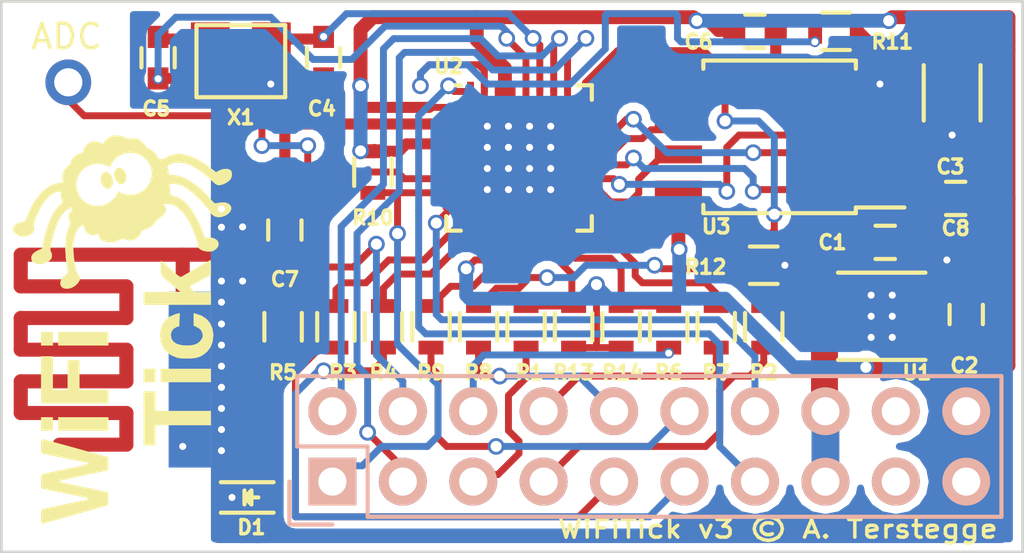
<source format=kicad_pcb>
(kicad_pcb (version 4) (host pcbnew 4.0.6-e0-6349~53~ubuntu16.04.1)

  (general
    (links 133)
    (no_connects 0)
    (area 106.028167 66.194 148.27191 90.8205)
    (thickness 1.6)
    (drawings 6)
    (tracks 530)
    (zones 0)
    (modules 63)
    (nets 43)
  )

  (page A4)
  (layers
    (0 F.Cu signal)
    (31 B.Cu signal)
    (32 B.Adhes user)
    (33 F.Adhes user)
    (34 B.Paste user)
    (35 F.Paste user)
    (36 B.SilkS user hide)
    (37 F.SilkS user)
    (38 B.Mask user)
    (39 F.Mask user)
    (40 Dwgs.User user hide)
    (41 Cmts.User user)
    (42 Eco1.User user)
    (43 Eco2.User user)
    (44 Edge.Cuts user)
    (45 Margin user)
    (46 B.CrtYd user hide)
    (47 F.CrtYd user)
    (48 B.Fab user)
    (49 F.Fab user hide)
  )

  (setup
    (last_trace_width 0.25)
    (user_trace_width 0.4)
    (user_trace_width 0.5)
    (user_trace_width 0.7)
    (user_trace_width 1)
    (trace_clearance 0.2)
    (zone_clearance 0.3)
    (zone_45_only no)
    (trace_min 0.2)
    (segment_width 0.2)
    (edge_width 0.1)
    (via_size 0.6)
    (via_drill 0.4)
    (via_min_size 0.4)
    (via_min_drill 0.3)
    (uvia_size 0.3)
    (uvia_drill 0.1)
    (uvias_allowed no)
    (uvia_min_size 0)
    (uvia_min_drill 0)
    (pcb_text_width 0.3)
    (pcb_text_size 1.5 1.5)
    (mod_edge_width 0.15)
    (mod_text_size 1 1)
    (mod_text_width 0.15)
    (pad_size 0.381 0.381)
    (pad_drill 0.254)
    (pad_to_mask_clearance 0)
    (aux_axis_origin 0 0)
    (visible_elements FFFFFF7F)
    (pcbplotparams
      (layerselection 0x030fc_80000001)
      (usegerberextensions false)
      (excludeedgelayer true)
      (linewidth 0.100000)
      (plotframeref false)
      (viasonmask false)
      (mode 1)
      (useauxorigin false)
      (hpglpennumber 1)
      (hpglpenspeed 20)
      (hpglpendiameter 15)
      (hpglpenoverlay 2)
      (psnegative false)
      (psa4output false)
      (plotreference true)
      (plotvalue true)
      (plotinvisibletext false)
      (padsonsilk false)
      (subtractmaskfromsilk false)
      (outputformat 1)
      (mirror false)
      (drillshape 0)
      (scaleselection 1)
      (outputdirectory Gerber_v2/))
  )

  (net 0 "")
  (net 1 GND)
  (net 2 "Net-(A1-Pad1)")
  (net 3 +5V)
  (net 4 "Net-(C2-Pad1)")
  (net 5 +3V3)
  (net 6 "Net-(C4-Pad1)")
  (net 7 "Net-(C5-Pad1)")
  (net 8 "Net-(C7-Pad2)")
  (net 9 /8.0)
  (net 10 /9.5)
  (net 11 /UCA3RXD)
  (net 12 /UCA3TXD)
  (net 13 "Net-(H1-Pad4)")
  (net 14 "Net-(H1-Pad5)")
  (net 15 "Net-(H1-Pad6)")
  (net 16 "Net-(H1-Pad7)")
  (net 17 "Net-(H1-Pad8)")
  (net 18 "Net-(H1-Pad9)")
  (net 19 "Net-(H1-Pad10)")
  (net 20 "Net-(H1-Pad11)")
  (net 21 "Net-(H1-Pad12)")
  (net 22 /10.5)
  (net 23 /10.4)
  (net 24 "Net-(H1-Pad17)")
  (net 25 "Net-(H1-Pad18)")
  (net 26 "Net-(P1-Pad1)")
  (net 27 /7.5)
  (net 28 /7.7)
  (net 29 /UCB3CLK)
  (net 30 /UCB3MISO)
  (net 31 /7.4)
  (net 32 /7.6)
  (net 33 /UCB3STE)
  (net 34 /UCB3MOSI)
  (net 35 "Net-(R11-Pad1)")
  (net 36 "Net-(U2-Pad5)")
  (net 37 "Net-(U2-Pad18)")
  (net 38 "Net-(U2-Pad19)")
  (net 39 "Net-(U2-Pad20)")
  (net 40 "Net-(U2-Pad21)")
  (net 41 "Net-(U2-Pad22)")
  (net 42 "Net-(U2-Pad23)")

  (net_class Default "This is the default net class."
    (clearance 0.2)
    (trace_width 0.25)
    (via_dia 0.6)
    (via_drill 0.4)
    (uvia_dia 0.3)
    (uvia_drill 0.1)
    (add_net +3V3)
    (add_net +5V)
    (add_net /10.4)
    (add_net /10.5)
    (add_net /7.4)
    (add_net /7.5)
    (add_net /7.6)
    (add_net /7.7)
    (add_net /8.0)
    (add_net /9.5)
    (add_net /UCA3RXD)
    (add_net /UCA3TXD)
    (add_net /UCB3CLK)
    (add_net /UCB3MISO)
    (add_net /UCB3MOSI)
    (add_net /UCB3STE)
    (add_net GND)
    (add_net "Net-(A1-Pad1)")
    (add_net "Net-(C2-Pad1)")
    (add_net "Net-(C4-Pad1)")
    (add_net "Net-(C5-Pad1)")
    (add_net "Net-(C7-Pad2)")
    (add_net "Net-(H1-Pad10)")
    (add_net "Net-(H1-Pad11)")
    (add_net "Net-(H1-Pad12)")
    (add_net "Net-(H1-Pad17)")
    (add_net "Net-(H1-Pad18)")
    (add_net "Net-(H1-Pad4)")
    (add_net "Net-(H1-Pad5)")
    (add_net "Net-(H1-Pad6)")
    (add_net "Net-(H1-Pad7)")
    (add_net "Net-(H1-Pad8)")
    (add_net "Net-(H1-Pad9)")
    (add_net "Net-(P1-Pad1)")
    (add_net "Net-(R11-Pad1)")
    (add_net "Net-(U2-Pad18)")
    (add_net "Net-(U2-Pad19)")
    (add_net "Net-(U2-Pad20)")
    (add_net "Net-(U2-Pad21)")
    (add_net "Net-(U2-Pad22)")
    (add_net "Net-(U2-Pad23)")
    (add_net "Net-(U2-Pad5)")
  )

  (module WifiTick:LOGO (layer F.Cu) (tedit 57E7DCD3) (tstamp 580CDFE6)
    (at 113.157 78.486)
    (fp_text reference G*** (at -0.2032 -0.762) (layer F.SilkS) hide
      (effects (font (thickness 0.3)))
    )
    (fp_text value LOGO (at -0.1016 0.9144) (layer F.SilkS) hide
      (effects (font (thickness 0.3)))
    )
    (fp_poly (pts (xy -3.004702 4.635781) (xy -2.921859 4.656695) (xy -2.796881 4.689549) (xy -2.635879 4.7327)
      (xy -2.444962 4.78451) (xy -2.230242 4.843337) (xy -1.997828 4.907543) (xy -1.945691 4.922015)
      (xy -1.706042 4.988563) (xy -1.479214 5.051489) (xy -1.271964 5.108926) (xy -1.091047 5.159001)
      (xy -0.94322 5.199847) (xy -0.83524 5.229592) (xy -0.773861 5.246367) (xy -0.769055 5.247658)
      (xy -0.649111 5.279731) (xy -0.649131 5.743223) (xy -1.566389 5.939321) (xy -1.784104 5.986539)
      (xy -1.982107 6.030781) (xy -2.154174 6.070555) (xy -2.294081 6.104367) (xy -2.395606 6.130724)
      (xy -2.452523 6.148134) (xy -2.462435 6.154253) (xy -2.430468 6.164452) (xy -2.350102 6.184322)
      (xy -2.228253 6.21232) (xy -2.071841 6.246901) (xy -1.887785 6.28652) (xy -1.683002 6.329635)
      (xy -1.594555 6.347984) (xy -1.381601 6.392106) (xy -1.184987 6.433094) (xy -1.011942 6.469423)
      (xy -0.869697 6.499563) (xy -0.765481 6.521989) (xy -0.706525 6.535173) (xy -0.697395 6.537471)
      (xy -0.672344 6.551481) (xy -0.658124 6.583398) (xy -0.652681 6.64505) (xy -0.653959 6.748269)
      (xy -0.655062 6.781203) (xy -0.663222 7.010344) (xy -1.834444 7.342848) (xy -2.082306 7.412994)
      (xy -2.313957 7.478129) (xy -2.523638 7.536664) (xy -2.705588 7.587011) (xy -2.854045 7.62758)
      (xy -2.963248 7.656782) (xy -3.027437 7.673028) (xy -3.042003 7.675898) (xy -3.059626 7.661895)
      (xy -3.069445 7.613936) (xy -3.072326 7.524076) (xy -3.070226 7.416915) (xy -3.062111 7.157386)
      (xy -2.165966 6.972445) (xy -1.895683 6.915839) (xy -1.679607 6.86873) (xy -1.516368 6.830778)
      (xy -1.404593 6.801646) (xy -1.34291 6.780994) (xy -1.329945 6.768483) (xy -1.333411 6.766816)
      (xy -1.371791 6.757465) (xy -1.456278 6.738737) (xy -1.578593 6.712356) (xy -1.730458 6.680045)
      (xy -1.903595 6.643528) (xy -2.089726 6.604528) (xy -2.280573 6.564769) (xy -2.467858 6.525973)
      (xy -2.643303 6.489866) (xy -2.798629 6.458169) (xy -2.925558 6.432606) (xy -3.015813 6.414901)
      (xy -3.061115 6.406777) (xy -3.064377 6.406445) (xy -3.069622 6.380336) (xy -3.073677 6.310456)
      (xy -3.075944 6.209475) (xy -3.076222 6.155504) (xy -3.075314 6.035521) (xy -3.070748 5.960403)
      (xy -3.059758 5.91858) (xy -3.039579 5.89848) (xy -3.012722 5.889733) (xy -2.969741 5.880211)
      (xy -2.87903 5.860486) (xy -2.748054 5.832168) (xy -2.584275 5.796867) (xy -2.395159 5.756193)
      (xy -2.188169 5.711758) (xy -2.123431 5.697876) (xy -1.917447 5.652974) (xy -1.731635 5.611033)
      (xy -1.572527 5.573643) (xy -1.446658 5.542395) (xy -1.360562 5.518879) (xy -1.320773 5.504685)
      (xy -1.319098 5.502112) (xy -1.351256 5.492113) (xy -1.43177 5.472944) (xy -1.553574 5.446118)
      (xy -1.709599 5.413147) (xy -1.892778 5.375543) (xy -2.096043 5.334819) (xy -2.159 5.322393)
      (xy -2.368488 5.281034) (xy -2.561506 5.242635) (xy -2.730671 5.208686) (xy -2.868602 5.180679)
      (xy -2.967918 5.160107) (xy -3.021236 5.14846) (xy -3.026833 5.147026) (xy -3.050779 5.132536)
      (xy -3.0656 5.098688) (xy -3.073347 5.034408) (xy -3.076074 4.92862) (xy -3.076222 4.880543)
      (xy -3.07396 4.752572) (xy -3.066427 4.673257) (xy -3.052505 4.63496) (xy -3.039302 4.628445)
      (xy -3.004702 4.635781)) (layer F.SilkS) (width 0.01))
    (fp_poly (pts (xy 1.044222 3.612445) (xy 3.048 3.612445) (xy 3.048 4.120445) (xy 1.044222 4.120445)
      (xy 1.044222 4.854223) (xy 0.620889 4.854223) (xy 0.620889 2.906889) (xy 1.044222 2.906889)
      (xy 1.044222 3.612445)) (layer F.SilkS) (width 0.01))
    (fp_poly (pts (xy -2.652889 4.318) (xy -3.076222 4.318) (xy -3.076222 3.838223) (xy -2.652889 3.838223)
      (xy -2.652889 4.318)) (layer F.SilkS) (width 0.01))
    (fp_poly (pts (xy -0.649111 4.318) (xy -2.455333 4.318) (xy -2.455333 3.838223) (xy -0.649111 3.838223)
      (xy -0.649111 4.318)) (layer F.SilkS) (width 0.01))
    (fp_poly (pts (xy -2.652889 2.850445) (xy -2.116666 2.850445) (xy -2.116666 1.778) (xy -1.693333 1.778)
      (xy -1.693333 2.850445) (xy -0.649111 2.850445) (xy -0.649111 3.330223) (xy -3.076222 3.330223)
      (xy -3.076222 1.636889) (xy -2.652889 1.636889) (xy -2.652889 2.850445)) (layer F.SilkS) (width 0.01))
    (fp_poly (pts (xy 1.044222 2.568223) (xy 0.620889 2.568223) (xy 0.620889 2.088445) (xy 1.044222 2.088445)
      (xy 1.044222 2.568223)) (layer F.SilkS) (width 0.01))
    (fp_poly (pts (xy 3.048 2.568223) (xy 1.241778 2.568223) (xy 1.241778 2.088445) (xy 3.048 2.088445)
      (xy 3.048 2.568223)) (layer F.SilkS) (width 0.01))
    (fp_poly (pts (xy 1.91321 0.314235) (xy 1.905 0.545459) (xy 1.80778 0.578112) (xy 1.695849 0.642476)
      (xy 1.625304 0.742992) (xy 1.60097 0.871743) (xy 1.62532 1.006524) (xy 1.697503 1.112685)
      (xy 1.816219 1.18939) (xy 1.980168 1.235802) (xy 2.18805 1.251085) (xy 2.190497 1.251077)
      (xy 2.385439 1.235503) (xy 2.536461 1.189043) (xy 2.648244 1.109519) (xy 2.720957 1.004249)
      (xy 2.753579 0.927348) (xy 2.759192 0.867231) (xy 2.739773 0.792249) (xy 2.735068 0.778471)
      (xy 2.696698 0.697579) (xy 2.637189 0.638257) (xy 2.561249 0.592667) (xy 2.427275 0.522111)
      (xy 2.427193 0.302851) (xy 2.427111 0.083592) (xy 2.504722 0.101851) (xy 2.715824 0.175969)
      (xy 2.885714 0.288138) (xy 3.012691 0.43622) (xy 3.095051 0.618075) (xy 3.131092 0.831565)
      (xy 3.132667 0.890882) (xy 3.107496 1.107844) (xy 3.034099 1.300393) (xy 2.915649 1.463243)
      (xy 2.755319 1.591109) (xy 2.691529 1.625821) (xy 2.606603 1.663339) (xy 2.525127 1.68757)
      (xy 2.429132 1.702007) (xy 2.300647 1.71014) (xy 2.247756 1.712045) (xy 2.074511 1.712355)
      (xy 1.928886 1.702243) (xy 1.832451 1.684708) (xy 1.624616 1.601179) (xy 1.457262 1.480979)
      (xy 1.332975 1.32669) (xy 1.25434 1.140895) (xy 1.243521 1.096501) (xy 1.216475 0.863349)
      (xy 1.238421 0.653472) (xy 1.307243 0.470387) (xy 1.420827 0.317611) (xy 1.577058 0.198663)
      (xy 1.773821 0.117059) (xy 1.842655 0.099908) (xy 1.921421 0.083012) (xy 1.91321 0.314235)) (layer F.SilkS) (width 0.01))
    (fp_poly (pts (xy -2.652889 1.241778) (xy -3.076222 1.241778) (xy -3.076222 0.762) (xy -2.652889 0.762)
      (xy -2.652889 1.241778)) (layer F.SilkS) (width 0.01))
    (fp_poly (pts (xy -0.649111 1.241778) (xy -2.455333 1.241778) (xy -2.455333 0.762) (xy -0.649111 0.762)
      (xy -0.649111 1.241778)) (layer F.SilkS) (width 0.01))
    (fp_poly (pts (xy 3.039134 -1.808279) (xy 3.044411 -1.737999) (xy 3.047498 -1.635932) (xy 3.048 -1.569306)
      (xy 3.048 -1.304168) (xy 2.674056 -1.101164) (xy 2.542935 -1.029639) (xy 2.43025 -0.967519)
      (xy 2.344945 -0.919787) (xy 2.295967 -0.891426) (xy 2.287929 -0.886101) (xy 2.29854 -0.860921)
      (xy 2.339136 -0.810142) (xy 2.371077 -0.775688) (xy 2.466406 -0.677333) (xy 3.048 -0.677333)
      (xy 3.048 -0.225777) (xy 0.620889 -0.225777) (xy 0.620889 -0.676311) (xy 1.287647 -0.683878)
      (xy 1.954405 -0.691444) (xy 1.64748 -0.949467) (xy 1.50616 -1.068077) (xy 1.401784 -1.157793)
      (xy 1.328925 -1.227011) (xy 1.282155 -1.284128) (xy 1.256045 -1.337538) (xy 1.245168 -1.395638)
      (xy 1.244096 -1.466824) (xy 1.2474 -1.559491) (xy 1.247683 -1.567849) (xy 1.255889 -1.816378)
      (xy 1.588662 -1.512393) (xy 1.734506 -1.382343) (xy 1.843981 -1.292083) (xy 1.91914 -1.240051)
      (xy 1.962039 -1.22469) (xy 1.966354 -1.225645) (xy 2.003458 -1.2447) (xy 2.081104 -1.287943)
      (xy 2.191271 -1.350789) (xy 2.325941 -1.428654) (xy 2.477093 -1.516957) (xy 2.514031 -1.538663)
      (xy 2.665563 -1.627388) (xy 2.800304 -1.705473) (xy 2.910811 -1.768671) (xy 2.989641 -1.812735)
      (xy 3.029351 -1.833419) (xy 3.032394 -1.834444) (xy 3.039134 -1.808279)) (layer F.SilkS) (width 0.01))
    (fp_poly (pts (xy -0.209135 -6.322079) (xy -0.103725 -6.280867) (xy -0.102475 -6.280044) (xy -0.0382 -6.249001)
      (xy 0.048272 -6.231582) (xy 0.172622 -6.224875) (xy 0.19602 -6.224609) (xy 0.312383 -6.221465)
      (xy 0.391105 -6.210967) (xy 0.45093 -6.188376) (xy 0.5106 -6.148954) (xy 0.518283 -6.143139)
      (xy 0.602503 -6.065277) (xy 0.679176 -5.973021) (xy 0.692864 -5.952639) (xy 0.744749 -5.886251)
      (xy 0.794874 -5.84677) (xy 0.812247 -5.842) (xy 0.887419 -5.820154) (xy 0.972793 -5.764593)
      (xy 1.049998 -5.690278) (xy 1.100663 -5.612172) (xy 1.103559 -5.604739) (xy 1.156022 -5.510716)
      (xy 1.226262 -5.470244) (xy 1.314642 -5.483207) (xy 1.377449 -5.517194) (xy 1.46132 -5.560783)
      (xy 1.574316 -5.604532) (xy 1.676921 -5.63494) (xy 1.794939 -5.660323) (xy 1.890648 -5.668532)
      (xy 1.993587 -5.660578) (xy 2.071317 -5.648432) (xy 2.2956 -5.587948) (xy 2.538037 -5.482039)
      (xy 2.789995 -5.334962) (xy 2.979848 -5.20033) (xy 3.233845 -5.006163) (xy 3.359645 -5.07352)
      (xy 3.473597 -5.116271) (xy 3.590207 -5.130059) (xy 3.69303 -5.115289) (xy 3.765622 -5.072364)
      (xy 3.773006 -5.063359) (xy 3.805825 -4.975332) (xy 3.800926 -4.867856) (xy 3.762604 -4.768584)
      (xy 3.693906 -4.692728) (xy 3.590319 -4.622393) (xy 3.47308 -4.569089) (xy 3.363425 -4.544323)
      (xy 3.347766 -4.543777) (xy 3.294033 -4.548916) (xy 3.24312 -4.569419) (xy 3.183326 -4.612913)
      (xy 3.102951 -4.687028) (xy 3.054113 -4.735232) (xy 2.840614 -4.925184) (xy 2.602381 -5.097724)
      (xy 2.360634 -5.237903) (xy 2.297527 -5.268258) (xy 2.113756 -5.331613) (xy 1.925359 -5.359698)
      (xy 1.747797 -5.351681) (xy 1.596537 -5.306733) (xy 1.595001 -5.305993) (xy 1.515424 -5.261762)
      (xy 1.481856 -5.225727) (xy 1.483053 -5.196588) (xy 1.498556 -5.139795) (xy 1.513321 -5.056418)
      (xy 1.516276 -5.034169) (xy 1.530539 -4.917783) (xy 1.726819 -4.903739) (xy 1.924579 -4.86519)
      (xy 2.138459 -4.779246) (xy 2.361924 -4.650206) (xy 2.588435 -4.482372) (xy 2.811454 -4.280044)
      (xy 3.019778 -4.053097) (xy 3.103331 -3.958314) (xy 3.163057 -3.903519) (xy 3.207095 -3.88218)
      (xy 3.231445 -3.883231) (xy 3.418107 -3.917378) (xy 3.571414 -3.912261) (xy 3.688115 -3.868181)
      (xy 3.726051 -3.837504) (xy 3.77597 -3.75577) (xy 3.777615 -3.667858) (xy 3.737548 -3.580973)
      (xy 3.662329 -3.502322) (xy 3.558519 -3.439111) (xy 3.43268 -3.398546) (xy 3.316111 -3.38724)
      (xy 3.188918 -3.411994) (xy 3.087052 -3.486457) (xy 3.031887 -3.564618) (xy 2.972219 -3.652864)
      (xy 2.880261 -3.767163) (xy 2.766224 -3.896422) (xy 2.640321 -4.02955) (xy 2.512761 -4.155456)
      (xy 2.393757 -4.263048) (xy 2.372348 -4.281008) (xy 2.166599 -4.433747) (xy 1.979986 -4.535576)
      (xy 1.809928 -4.587683) (xy 1.690831 -4.594799) (xy 1.601013 -4.586293) (xy 1.557423 -4.571543)
      (xy 1.549902 -4.54685) (xy 1.550717 -4.543777) (xy 1.559548 -4.493284) (xy 1.568887 -4.408294)
      (xy 1.574304 -4.340877) (xy 1.582471 -4.249571) (xy 1.596685 -4.199296) (xy 1.625511 -4.174697)
      (xy 1.674587 -4.161044) (xy 1.798524 -4.119844) (xy 1.938536 -4.050782) (xy 2.070694 -3.96582)
      (xy 2.081684 -3.957575) (xy 2.194151 -3.850469) (xy 2.314698 -3.697443) (xy 2.437923 -3.507387)
      (xy 2.558425 -3.289192) (xy 2.670806 -3.05175) (xy 2.74988 -2.8575) (xy 2.827157 -2.652889)
      (xy 2.973632 -2.652889) (xy 3.118629 -2.634766) (xy 3.227768 -2.585942) (xy 3.298116 -2.51473)
      (xy 3.326742 -2.429444) (xy 3.310713 -2.3384) (xy 3.247098 -2.249911) (xy 3.141578 -2.176638)
      (xy 3.043797 -2.149911) (xy 2.919877 -2.147896) (xy 2.793771 -2.169281) (xy 2.71169 -2.200131)
      (xy 2.625358 -2.255133) (xy 2.581797 -2.319497) (xy 2.568407 -2.413546) (xy 2.568222 -2.431546)
      (xy 2.555927 -2.50665) (xy 2.522282 -2.61961) (xy 2.472149 -2.758297) (xy 2.410391 -2.910577)
      (xy 2.34187 -3.064318) (xy 2.271448 -3.207389) (xy 2.219367 -3.302) (xy 2.11434 -3.458519)
      (xy 1.993111 -3.602532) (xy 1.867097 -3.722349) (xy 1.747717 -3.806282) (xy 1.707754 -3.8258)
      (xy 1.619048 -3.850498) (xy 1.510009 -3.864917) (xy 1.467617 -3.866444) (xy 1.324755 -3.866444)
      (xy 1.384989 -3.784974) (xy 1.428265 -3.688135) (xy 1.416369 -3.588063) (xy 1.348949 -3.483356)
      (xy 1.296243 -3.430569) (xy 1.22964 -3.374105) (xy 1.178825 -3.337706) (xy 1.161652 -3.330222)
      (xy 1.133076 -3.309772) (xy 1.082073 -3.2565) (xy 1.027678 -3.191753) (xy 0.905291 -3.060451)
      (xy 0.783162 -2.977655) (xy 0.651261 -2.936447) (xy 0.579766 -2.91506) (xy 0.542987 -2.869684)
      (xy 0.530846 -2.83195) (xy 0.494985 -2.757767) (xy 0.433085 -2.679488) (xy 0.409762 -2.657148)
      (xy 0.27861 -2.574112) (xy 0.13754 -2.546642) (xy -0.013536 -2.57472) (xy -0.019603 -2.57693)
      (xy -0.091611 -2.601177) (xy -0.144656 -2.606258) (xy -0.20178 -2.589832) (xy -0.28533 -2.5499)
      (xy -0.372662 -2.510739) (xy -0.451224 -2.49054) (xy -0.544711 -2.485131) (xy -0.636108 -2.488131)
      (xy -0.795802 -2.509368) (xy -0.906212 -2.555309) (xy -0.969447 -2.627331) (xy -0.987778 -2.717272)
      (xy -0.993532 -2.773612) (xy -1.016873 -2.785467) (xy -1.037166 -2.778607) (xy -1.17319 -2.742843)
      (xy -1.299357 -2.751661) (xy -1.405953 -2.799957) (xy -1.48326 -2.882625) (xy -1.521564 -2.994561)
      (xy -1.524 -3.034389) (xy -1.530913 -3.08634) (xy -1.561643 -3.095377) (xy -1.5875 -3.088781)
      (xy -1.658608 -3.058479) (xy -1.713577 -3.009376) (xy -1.766489 -2.927041) (xy -1.790802 -2.880439)
      (xy -1.861804 -2.701585) (xy -1.903687 -2.500669) (xy -1.917025 -2.270276) (xy -1.902391 -2.002991)
      (xy -1.875325 -1.786694) (xy -1.850735 -1.630717) (xy -1.828271 -1.518071) (xy -1.803859 -1.435984)
      (xy -1.773429 -1.371684) (xy -1.732908 -1.312398) (xy -1.71813 -1.293623) (xy -1.676233 -1.211411)
      (xy -1.683123 -1.123753) (xy -1.740019 -1.023076) (xy -1.767242 -0.988939) (xy -1.878747 -0.889776)
      (xy -2.009575 -0.825726) (xy -2.144488 -0.801958) (xy -2.261991 -0.821177) (xy -2.341494 -0.875863)
      (xy -2.379345 -0.956598) (xy -2.37684 -1.0528) (xy -2.335273 -1.15389) (xy -2.255938 -1.249287)
      (xy -2.20462 -1.290089) (xy -2.134393 -1.348875) (xy -2.103085 -1.397812) (xy -2.103078 -1.411111)
      (xy -2.133302 -1.547602) (xy -2.160307 -1.722154) (xy -2.182025 -1.916393) (xy -2.196387 -2.111948)
      (xy -2.201333 -2.283767) (xy -2.192247 -2.536331) (xy -2.163552 -2.746849) (xy -2.113096 -2.926952)
      (xy -2.059708 -3.049008) (xy -2.025643 -3.122981) (xy -2.018288 -3.173323) (xy -2.035815 -3.225103)
      (xy -2.045462 -3.244301) (xy -2.085921 -3.369932) (xy -2.070986 -3.486522) (xy -2.003574 -3.594253)
      (xy -1.954246 -3.663073) (xy -1.951548 -3.701654) (xy -1.993568 -3.708566) (xy -2.078397 -3.682377)
      (xy -2.105607 -3.670697) (xy -2.220696 -3.591231) (xy -2.33194 -3.460104) (xy -2.437062 -3.282075)
      (xy -2.533787 -3.061904) (xy -2.619835 -2.804353) (xy -2.692932 -2.514183) (xy -2.717996 -2.390254)
      (xy -2.737205 -2.277843) (xy -2.742996 -2.205665) (xy -2.735437 -2.159145) (xy -2.719224 -2.129778)
      (xy -2.684733 -2.039048) (xy -2.693062 -1.936382) (xy -2.725309 -1.868568) (xy -2.812413 -1.787756)
      (xy -2.934687 -1.729338) (xy -3.073778 -1.697792) (xy -3.211329 -1.697595) (xy -3.312875 -1.725216)
      (xy -3.386753 -1.786256) (xy -3.426298 -1.874742) (xy -3.422356 -1.968994) (xy -3.419402 -1.977422)
      (xy -3.368259 -2.062906) (xy -3.280417 -2.135762) (xy -3.158508 -2.199052) (xy -3.031189 -2.255371)
      (xy -2.995093 -2.475297) (xy -2.961175 -2.639441) (xy -2.911359 -2.825817) (xy -2.850555 -3.020131)
      (xy -2.783669 -3.208087) (xy -2.715611 -3.375392) (xy -2.651288 -3.507752) (xy -2.625908 -3.550506)
      (xy -2.550879 -3.655414) (xy -2.465419 -3.758926) (xy -2.407966 -3.819081) (xy -2.293998 -3.92694)
      (xy -2.334537 -4.044606) (xy -2.357667 -4.13718) (xy -2.365116 -4.222095) (xy -2.363648 -4.240136)
      (xy -2.362558 -4.296402) (xy -2.39173 -4.316267) (xy -2.423088 -4.318) (xy -2.549965 -4.29166)
      (xy -2.68539 -4.216366) (xy -2.823374 -4.097704) (xy -2.957931 -3.941259) (xy -3.083074 -3.752619)
      (xy -3.13937 -3.649681) (xy -3.238637 -3.444461) (xy -3.30501 -3.280184) (xy -3.339751 -3.152856)
      (xy -3.344122 -3.058484) (xy -3.336607 -3.025963) (xy -3.326091 -2.926584) (xy -3.361361 -2.840684)
      (xy -3.432726 -2.771321) (xy -3.530499 -2.721552) (xy -3.644992 -2.694433) (xy -3.766514 -2.693022)
      (xy -3.885378 -2.720375) (xy -3.991894 -2.77955) (xy -4.024911 -2.808789) (xy -4.078698 -2.894293)
      (xy -4.083033 -2.984237) (xy -4.043302 -3.069704) (xy -3.964894 -3.141774) (xy -3.853196 -3.191529)
      (xy -3.785312 -3.205417) (xy -3.713388 -3.216879) (xy -3.668272 -3.236149) (xy -3.63633 -3.276324)
      (xy -3.603931 -3.350497) (xy -3.586279 -3.396588) (xy -3.445451 -3.720257) (xy -3.287557 -3.997136)
      (xy -3.114178 -4.225539) (xy -2.926891 -4.403779) (xy -2.727277 -4.53017) (xy -2.612352 -4.569972)
      (xy -1.805602 -4.569972) (xy -1.78115 -4.361611) (xy -1.710533 -4.177845) (xy -1.600453 -4.023488)
      (xy -1.457611 -3.903353) (xy -1.288706 -3.822253) (xy -1.10044 -3.785004) (xy -0.899513 -3.796419)
      (xy -0.774322 -3.829086) (xy -0.676785 -3.877108) (xy -0.570069 -3.952603) (xy -0.467826 -4.043084)
      (xy -0.383704 -4.136058) (xy -0.331354 -4.219036) (xy -0.323495 -4.241622) (xy -0.305654 -4.312707)
      (xy -0.17893 -4.256651) (xy 0.019768 -4.197145) (xy 0.217646 -4.190068) (xy 0.406507 -4.231982)
      (xy 0.578155 -4.31945) (xy 0.724394 -4.449034) (xy 0.837028 -4.617295) (xy 0.871866 -4.697399)
      (xy 0.917601 -4.850611) (xy 0.927635 -4.986188) (xy 0.902638 -5.129662) (xy 0.88475 -5.189533)
      (xy 0.799342 -5.368712) (xy 0.674634 -5.514649) (xy 0.519346 -5.623765) (xy 0.342198 -5.692485)
      (xy 0.151909 -5.717231) (xy -0.042801 -5.694427) (xy -0.203423 -5.635894) (xy -0.350992 -5.541007)
      (xy -0.47346 -5.418824) (xy -0.556107 -5.284401) (xy -0.562484 -5.268601) (xy -0.590438 -5.195077)
      (xy -0.725608 -5.255614) (xy -0.912838 -5.311352) (xy -1.100845 -5.316874) (xy -1.281778 -5.277163)
      (xy -1.447785 -5.197203) (xy -1.591019 -5.081977) (xy -1.703627 -4.936469) (xy -1.777761 -4.765663)
      (xy -1.80557 -4.574543) (xy -1.805602 -4.569972) (xy -2.612352 -4.569972) (xy -2.516913 -4.603025)
      (xy -2.445582 -4.615009) (xy -2.295904 -4.63371) (xy -2.308149 -4.781374) (xy -2.297629 -4.939841)
      (xy -2.242877 -5.080694) (xy -2.149695 -5.191489) (xy -2.10104 -5.225744) (xy -2.032956 -5.279871)
      (xy -2.004006 -5.333762) (xy -2.003778 -5.338189) (xy -1.977801 -5.448018) (xy -1.908208 -5.551035)
      (xy -1.8075 -5.634386) (xy -1.688181 -5.685218) (xy -1.660866 -5.69073) (xy -1.587474 -5.709152)
      (xy -1.556367 -5.739372) (xy -1.552117 -5.767996) (xy -1.529751 -5.855518) (xy -1.471882 -5.951438)
      (xy -1.391943 -6.036031) (xy -1.347869 -6.06793) (xy -1.222804 -6.114413) (xy -1.08519 -6.118251)
      (xy -0.957964 -6.079326) (xy -0.941589 -6.070033) (xy -0.853067 -6.016055) (xy -0.786367 -6.117406)
      (xy -0.716198 -6.196877) (xy -0.6268 -6.265527) (xy -0.606778 -6.276783) (xy -0.481607 -6.319901)
      (xy -0.342077 -6.335045) (xy -0.209135 -6.322079)) (layer F.SilkS) (width 0.01))
    (fp_poly (pts (xy -0.693524 -5.012488) (xy -0.609527 -4.964754) (xy -0.543672 -4.878049) (xy -0.500664 -4.768226)
      (xy -0.485212 -4.651134) (xy -0.50202 -4.542627) (xy -0.535495 -4.480277) (xy -0.61065 -4.417201)
      (xy -0.693346 -4.409682) (xy -0.784592 -4.45773) (xy -0.813275 -4.482504) (xy -0.881948 -4.572874)
      (xy -0.918509 -4.676812) (xy -0.925443 -4.783327) (xy -0.905233 -4.881427) (xy -0.860362 -4.96012)
      (xy -0.793315 -5.008415) (xy -0.706575 -5.015318) (xy -0.693524 -5.012488)) (layer F.SilkS) (width 0.01))
    (fp_poly (pts (xy -0.212021 -5.158934) (xy -0.12746 -5.115756) (xy -0.056958 -5.031958) (xy -0.052563 -5.023996)
      (xy -0.008213 -4.905076) (xy 0.000084 -4.793957) (xy -0.021855 -4.698127) (xy -0.068216 -4.625072)
      (xy -0.133182 -4.58228) (xy -0.210939 -4.577241) (xy -0.295669 -4.617441) (xy -0.338225 -4.656194)
      (xy -0.413835 -4.776116) (xy -0.441524 -4.914236) (xy -0.422749 -5.039437) (xy -0.372396 -5.121306)
      (xy -0.297909 -5.160961) (xy -0.212021 -5.158934)) (layer F.SilkS) (width 0.01))
  )

  (module Crystals:crystal_FA238-TSX3225 (layer F.Cu) (tedit 5812E793) (tstamp 580CCD6E)
    (at 117.2845 69.469 180)
    (descr "crystal Epson Toyocom FA-238 and TSX-3225 series")
    (path /57E2B246)
    (fp_text reference X1 (at 0 -2.032 180) (layer F.SilkS)
      (effects (font (size 0.508 0.508) (thickness 0.127)))
    )
    (fp_text value 26MHz (at 0.2 2.3 180) (layer F.Fab) hide
      (effects (font (size 1 1) (thickness 0.15)))
    )
    (fp_line (start -1.6 -1.3) (end 1.6 -1.3) (layer F.SilkS) (width 0.15))
    (fp_line (start 1.6 -1.3) (end 1.6 1.3) (layer F.SilkS) (width 0.15))
    (fp_line (start 1.6 1.3) (end -1.6 1.3) (layer F.SilkS) (width 0.15))
    (fp_line (start -1.6 1.3) (end -1.6 -1.3) (layer F.SilkS) (width 0.15))
    (pad 1 smd rect (at -1.1 0.8 180) (size 1.4 1.2) (layers F.Cu F.Paste F.Mask)
      (net 6 "Net-(C4-Pad1)"))
    (pad 3 smd rect (at 1.1 0.8 180) (size 1.4 1.2) (layers F.Cu F.Paste F.Mask)
      (net 1 GND))
    (pad 3 smd rect (at -1.1 -0.8 180) (size 1.4 1.2) (layers F.Cu F.Paste F.Mask)
      (net 1 GND))
    (pad 2 smd rect (at 1.1 -0.8 180) (size 1.4 1.2) (layers F.Cu F.Paste F.Mask)
      (net 7 "Net-(C5-Pad1)"))
    (model Crystals.3dshapes/crystal_FA238-TSX3225.wrl
      (at (xyz 0 0 0))
      (scale (xyz 0.24 0.24 0.24))
      (rotate (xyz 0 0 0))
    )
  )

  (module Capacitors_SMD:C_0603 (layer F.Cu) (tedit 58127E32) (tstamp 580CCBFD)
    (at 118.872 75.565 90)
    (descr "Capacitor SMD 0603, reflow soldering, AVX (see smccp.pdf)")
    (tags "capacitor 0603")
    (path /57E2366B)
    (attr smd)
    (fp_text reference C7 (at -1.778 0 360) (layer F.SilkS)
      (effects (font (size 0.508 0.508) (thickness 0.127)))
    )
    (fp_text value 5.6pF (at 0 1.9 90) (layer F.Fab) hide
      (effects (font (size 1 1) (thickness 0.15)))
    )
    (fp_line (start -0.8 0.4) (end -0.8 -0.4) (layer F.Fab) (width 0.15))
    (fp_line (start 0.8 0.4) (end -0.8 0.4) (layer F.Fab) (width 0.15))
    (fp_line (start 0.8 -0.4) (end 0.8 0.4) (layer F.Fab) (width 0.15))
    (fp_line (start -0.8 -0.4) (end 0.8 -0.4) (layer F.Fab) (width 0.15))
    (fp_line (start -1.45 -0.75) (end 1.45 -0.75) (layer F.CrtYd) (width 0.05))
    (fp_line (start -1.45 0.75) (end 1.45 0.75) (layer F.CrtYd) (width 0.05))
    (fp_line (start -1.45 -0.75) (end -1.45 0.75) (layer F.CrtYd) (width 0.05))
    (fp_line (start 1.45 -0.75) (end 1.45 0.75) (layer F.CrtYd) (width 0.05))
    (fp_line (start -0.35 -0.6) (end 0.35 -0.6) (layer F.SilkS) (width 0.15))
    (fp_line (start 0.35 0.6) (end -0.35 0.6) (layer F.SilkS) (width 0.15))
    (pad 1 smd rect (at -0.75 0 90) (size 0.8 0.75) (layers F.Cu F.Paste F.Mask)
      (net 2 "Net-(A1-Pad1)"))
    (pad 2 smd rect (at 0.75 0 90) (size 0.8 0.75) (layers F.Cu F.Paste F.Mask)
      (net 8 "Net-(C7-Pad2)"))
    (model Capacitors_SMD.3dshapes/C_0603.wrl
      (at (xyz 0 0 0))
      (scale (xyz 1 1 1))
      (rotate (xyz 0 0 0))
    )
  )

  (module Capacitors_SMD:C_0603 (layer F.Cu) (tedit 5812F16F) (tstamp 580CCB9D)
    (at 140.5255 76.0095)
    (descr "Capacitor SMD 0603, reflow soldering, AVX (see smccp.pdf)")
    (tags "capacitor 0603")
    (path /57E1F7BF)
    (attr smd)
    (fp_text reference C1 (at -1.905 0 180) (layer F.SilkS)
      (effects (font (size 0.508 0.508) (thickness 0.127)))
    )
    (fp_text value 1uF (at 0 1.9) (layer F.Fab) hide
      (effects (font (size 1 1) (thickness 0.15)))
    )
    (fp_line (start -0.8 0.4) (end -0.8 -0.4) (layer F.Fab) (width 0.15))
    (fp_line (start 0.8 0.4) (end -0.8 0.4) (layer F.Fab) (width 0.15))
    (fp_line (start 0.8 -0.4) (end 0.8 0.4) (layer F.Fab) (width 0.15))
    (fp_line (start -0.8 -0.4) (end 0.8 -0.4) (layer F.Fab) (width 0.15))
    (fp_line (start -1.45 -0.75) (end 1.45 -0.75) (layer F.CrtYd) (width 0.05))
    (fp_line (start -1.45 0.75) (end 1.45 0.75) (layer F.CrtYd) (width 0.05))
    (fp_line (start -1.45 -0.75) (end -1.45 0.75) (layer F.CrtYd) (width 0.05))
    (fp_line (start 1.45 -0.75) (end 1.45 0.75) (layer F.CrtYd) (width 0.05))
    (fp_line (start -0.35 -0.6) (end 0.35 -0.6) (layer F.SilkS) (width 0.15))
    (fp_line (start 0.35 0.6) (end -0.35 0.6) (layer F.SilkS) (width 0.15))
    (pad 1 smd rect (at -0.75 0) (size 0.8 0.75) (layers F.Cu F.Paste F.Mask)
      (net 3 +5V))
    (pad 2 smd rect (at 0.75 0) (size 0.8 0.75) (layers F.Cu F.Paste F.Mask)
      (net 1 GND))
    (model Capacitors_SMD.3dshapes/C_0603.wrl
      (at (xyz 0 0 0))
      (scale (xyz 1 1 1))
      (rotate (xyz 0 0 0))
    )
  )

  (module Capacitors_SMD:C_0603 (layer F.Cu) (tedit 5811ADF2) (tstamp 580CCBAD)
    (at 143.4465 78.613 90)
    (descr "Capacitor SMD 0603, reflow soldering, AVX (see smccp.pdf)")
    (tags "capacitor 0603")
    (path /57E1F91B)
    (attr smd)
    (fp_text reference C2 (at -1.8415 -0.0635 180) (layer F.SilkS)
      (effects (font (size 0.508 0.508) (thickness 0.127)))
    )
    (fp_text value 10nF (at 0 1.9 90) (layer F.Fab) hide
      (effects (font (size 1 1) (thickness 0.15)))
    )
    (fp_line (start -0.8 0.4) (end -0.8 -0.4) (layer F.Fab) (width 0.15))
    (fp_line (start 0.8 0.4) (end -0.8 0.4) (layer F.Fab) (width 0.15))
    (fp_line (start 0.8 -0.4) (end 0.8 0.4) (layer F.Fab) (width 0.15))
    (fp_line (start -0.8 -0.4) (end 0.8 -0.4) (layer F.Fab) (width 0.15))
    (fp_line (start -1.45 -0.75) (end 1.45 -0.75) (layer F.CrtYd) (width 0.05))
    (fp_line (start -1.45 0.75) (end 1.45 0.75) (layer F.CrtYd) (width 0.05))
    (fp_line (start -1.45 -0.75) (end -1.45 0.75) (layer F.CrtYd) (width 0.05))
    (fp_line (start 1.45 -0.75) (end 1.45 0.75) (layer F.CrtYd) (width 0.05))
    (fp_line (start -0.35 -0.6) (end 0.35 -0.6) (layer F.SilkS) (width 0.15))
    (fp_line (start 0.35 0.6) (end -0.35 0.6) (layer F.SilkS) (width 0.15))
    (pad 1 smd rect (at -0.75 0 90) (size 0.8 0.75) (layers F.Cu F.Paste F.Mask)
      (net 4 "Net-(C2-Pad1)"))
    (pad 2 smd rect (at 0.75 0 90) (size 0.8 0.75) (layers F.Cu F.Paste F.Mask)
      (net 1 GND))
    (model Capacitors_SMD.3dshapes/C_0603.wrl
      (at (xyz 0 0 0))
      (scale (xyz 1 1 1))
      (rotate (xyz 0 0 0))
    )
  )

  (module Capacitors_SMD:C_1206 (layer F.Cu) (tedit 5811CF0A) (tstamp 580CCBBD)
    (at 142.9385 70.612 270)
    (descr "Capacitor SMD 1206, reflow soldering, AVX (see smccp.pdf)")
    (tags "capacitor 1206")
    (path /57E2C819)
    (attr smd)
    (fp_text reference C3 (at 2.667 0.0635 360) (layer F.SilkS)
      (effects (font (size 0.508 0.508) (thickness 0.127)))
    )
    (fp_text value 100uF (at 0 2.3 270) (layer F.Fab) hide
      (effects (font (size 1 1) (thickness 0.15)))
    )
    (fp_line (start -1.6 0.8) (end -1.6 -0.8) (layer F.Fab) (width 0.15))
    (fp_line (start 1.6 0.8) (end -1.6 0.8) (layer F.Fab) (width 0.15))
    (fp_line (start 1.6 -0.8) (end 1.6 0.8) (layer F.Fab) (width 0.15))
    (fp_line (start -1.6 -0.8) (end 1.6 -0.8) (layer F.Fab) (width 0.15))
    (fp_line (start -2.3 -1.15) (end 2.3 -1.15) (layer F.CrtYd) (width 0.05))
    (fp_line (start -2.3 1.15) (end 2.3 1.15) (layer F.CrtYd) (width 0.05))
    (fp_line (start -2.3 -1.15) (end -2.3 1.15) (layer F.CrtYd) (width 0.05))
    (fp_line (start 2.3 -1.15) (end 2.3 1.15) (layer F.CrtYd) (width 0.05))
    (fp_line (start 1 -1.025) (end -1 -1.025) (layer F.SilkS) (width 0.15))
    (fp_line (start -1 1.025) (end 1 1.025) (layer F.SilkS) (width 0.15))
    (pad 1 smd rect (at -1.5 0 270) (size 1 1.6) (layers F.Cu F.Paste F.Mask)
      (net 5 +3V3))
    (pad 2 smd rect (at 1.5 0 270) (size 1 1.6) (layers F.Cu F.Paste F.Mask)
      (net 1 GND))
    (model Capacitors_SMD.3dshapes/C_1206.wrl
      (at (xyz 0 0 0))
      (scale (xyz 1 1 1))
      (rotate (xyz 0 0 0))
    )
  )

  (module Capacitors_SMD:C_0603 (layer F.Cu) (tedit 5812E7A6) (tstamp 580CCBCD)
    (at 120.269 69.342 270)
    (descr "Capacitor SMD 0603, reflow soldering, AVX (see smccp.pdf)")
    (tags "capacitor 0603")
    (path /57E1C53C)
    (attr smd)
    (fp_text reference C4 (at 1.8415 0.0635 360) (layer F.SilkS)
      (effects (font (size 0.508 0.508) (thickness 0.127)))
    )
    (fp_text value 10pF (at 0 1.9 270) (layer F.Fab) hide
      (effects (font (size 1 1) (thickness 0.15)))
    )
    (fp_line (start -0.8 0.4) (end -0.8 -0.4) (layer F.Fab) (width 0.15))
    (fp_line (start 0.8 0.4) (end -0.8 0.4) (layer F.Fab) (width 0.15))
    (fp_line (start 0.8 -0.4) (end 0.8 0.4) (layer F.Fab) (width 0.15))
    (fp_line (start -0.8 -0.4) (end 0.8 -0.4) (layer F.Fab) (width 0.15))
    (fp_line (start -1.45 -0.75) (end 1.45 -0.75) (layer F.CrtYd) (width 0.05))
    (fp_line (start -1.45 0.75) (end 1.45 0.75) (layer F.CrtYd) (width 0.05))
    (fp_line (start -1.45 -0.75) (end -1.45 0.75) (layer F.CrtYd) (width 0.05))
    (fp_line (start 1.45 -0.75) (end 1.45 0.75) (layer F.CrtYd) (width 0.05))
    (fp_line (start -0.35 -0.6) (end 0.35 -0.6) (layer F.SilkS) (width 0.15))
    (fp_line (start 0.35 0.6) (end -0.35 0.6) (layer F.SilkS) (width 0.15))
    (pad 1 smd rect (at -0.75 0 270) (size 0.8 0.75) (layers F.Cu F.Paste F.Mask)
      (net 6 "Net-(C4-Pad1)"))
    (pad 2 smd rect (at 0.75 0 270) (size 0.8 0.75) (layers F.Cu F.Paste F.Mask)
      (net 1 GND))
    (model Capacitors_SMD.3dshapes/C_0603.wrl
      (at (xyz 0 0 0))
      (scale (xyz 1 1 1))
      (rotate (xyz 0 0 0))
    )
  )

  (module Capacitors_SMD:C_0603 (layer F.Cu) (tedit 5812E78E) (tstamp 580CCBDD)
    (at 114.3 69.342 90)
    (descr "Capacitor SMD 0603, reflow soldering, AVX (see smccp.pdf)")
    (tags "capacitor 0603")
    (path /57E1C5B4)
    (attr smd)
    (fp_text reference C5 (at -1.8415 -0.0635 180) (layer F.SilkS)
      (effects (font (size 0.508 0.508) (thickness 0.127)))
    )
    (fp_text value 10pF (at 0 1.9 90) (layer F.Fab) hide
      (effects (font (size 1 1) (thickness 0.15)))
    )
    (fp_line (start -0.8 0.4) (end -0.8 -0.4) (layer F.Fab) (width 0.15))
    (fp_line (start 0.8 0.4) (end -0.8 0.4) (layer F.Fab) (width 0.15))
    (fp_line (start 0.8 -0.4) (end 0.8 0.4) (layer F.Fab) (width 0.15))
    (fp_line (start -0.8 -0.4) (end 0.8 -0.4) (layer F.Fab) (width 0.15))
    (fp_line (start -1.45 -0.75) (end 1.45 -0.75) (layer F.CrtYd) (width 0.05))
    (fp_line (start -1.45 0.75) (end 1.45 0.75) (layer F.CrtYd) (width 0.05))
    (fp_line (start -1.45 -0.75) (end -1.45 0.75) (layer F.CrtYd) (width 0.05))
    (fp_line (start 1.45 -0.75) (end 1.45 0.75) (layer F.CrtYd) (width 0.05))
    (fp_line (start -0.35 -0.6) (end 0.35 -0.6) (layer F.SilkS) (width 0.15))
    (fp_line (start 0.35 0.6) (end -0.35 0.6) (layer F.SilkS) (width 0.15))
    (pad 1 smd rect (at -0.75 0 90) (size 0.8 0.75) (layers F.Cu F.Paste F.Mask)
      (net 7 "Net-(C5-Pad1)"))
    (pad 2 smd rect (at 0.75 0 90) (size 0.8 0.75) (layers F.Cu F.Paste F.Mask)
      (net 1 GND))
    (model Capacitors_SMD.3dshapes/C_0603.wrl
      (at (xyz 0 0 0))
      (scale (xyz 1 1 1))
      (rotate (xyz 0 0 0))
    )
  )

  (module Capacitors_SMD:C_0603 (layer F.Cu) (tedit 5812F18F) (tstamp 580CCBED)
    (at 135.8265 68.3895)
    (descr "Capacitor SMD 0603, reflow soldering, AVX (see smccp.pdf)")
    (tags "capacitor 0603")
    (path /57E20A9C)
    (attr smd)
    (fp_text reference C6 (at -2.032 0.381) (layer F.SilkS)
      (effects (font (size 0.508 0.508) (thickness 0.127)))
    )
    (fp_text value 100nF (at 0 1.9) (layer F.Fab) hide
      (effects (font (size 1 1) (thickness 0.15)))
    )
    (fp_line (start -0.8 0.4) (end -0.8 -0.4) (layer F.Fab) (width 0.15))
    (fp_line (start 0.8 0.4) (end -0.8 0.4) (layer F.Fab) (width 0.15))
    (fp_line (start 0.8 -0.4) (end 0.8 0.4) (layer F.Fab) (width 0.15))
    (fp_line (start -0.8 -0.4) (end 0.8 -0.4) (layer F.Fab) (width 0.15))
    (fp_line (start -1.45 -0.75) (end 1.45 -0.75) (layer F.CrtYd) (width 0.05))
    (fp_line (start -1.45 0.75) (end 1.45 0.75) (layer F.CrtYd) (width 0.05))
    (fp_line (start -1.45 -0.75) (end -1.45 0.75) (layer F.CrtYd) (width 0.05))
    (fp_line (start 1.45 -0.75) (end 1.45 0.75) (layer F.CrtYd) (width 0.05))
    (fp_line (start -0.35 -0.6) (end 0.35 -0.6) (layer F.SilkS) (width 0.15))
    (fp_line (start 0.35 0.6) (end -0.35 0.6) (layer F.SilkS) (width 0.15))
    (pad 1 smd rect (at -0.75 0) (size 0.8 0.75) (layers F.Cu F.Paste F.Mask)
      (net 5 +3V3))
    (pad 2 smd rect (at 0.75 0) (size 0.8 0.75) (layers F.Cu F.Paste F.Mask)
      (net 1 GND))
    (model Capacitors_SMD.3dshapes/C_0603.wrl
      (at (xyz 0 0 0))
      (scale (xyz 1 1 1))
      (rotate (xyz 0 0 0))
    )
  )

  (module Capacitors_SMD:C_0603 (layer F.Cu) (tedit 5811CEE5) (tstamp 580CCC0D)
    (at 143.0655 74.422 180)
    (descr "Capacitor SMD 0603, reflow soldering, AVX (see smccp.pdf)")
    (tags "capacitor 0603")
    (path /57E20860)
    (attr smd)
    (fp_text reference C8 (at 0 -1.0795 180) (layer F.SilkS)
      (effects (font (size 0.508 0.508) (thickness 0.127)))
    )
    (fp_text value 100nF (at 0 1.9 180) (layer F.Fab) hide
      (effects (font (size 1 1) (thickness 0.15)))
    )
    (fp_line (start -0.8 0.4) (end -0.8 -0.4) (layer F.Fab) (width 0.15))
    (fp_line (start 0.8 0.4) (end -0.8 0.4) (layer F.Fab) (width 0.15))
    (fp_line (start 0.8 -0.4) (end 0.8 0.4) (layer F.Fab) (width 0.15))
    (fp_line (start -0.8 -0.4) (end 0.8 -0.4) (layer F.Fab) (width 0.15))
    (fp_line (start -1.45 -0.75) (end 1.45 -0.75) (layer F.CrtYd) (width 0.05))
    (fp_line (start -1.45 0.75) (end 1.45 0.75) (layer F.CrtYd) (width 0.05))
    (fp_line (start -1.45 -0.75) (end -1.45 0.75) (layer F.CrtYd) (width 0.05))
    (fp_line (start 1.45 -0.75) (end 1.45 0.75) (layer F.CrtYd) (width 0.05))
    (fp_line (start -0.35 -0.6) (end 0.35 -0.6) (layer F.SilkS) (width 0.15))
    (fp_line (start 0.35 0.6) (end -0.35 0.6) (layer F.SilkS) (width 0.15))
    (pad 1 smd rect (at -0.75 0 180) (size 0.8 0.75) (layers F.Cu F.Paste F.Mask)
      (net 5 +3V3))
    (pad 2 smd rect (at 0.75 0 180) (size 0.8 0.75) (layers F.Cu F.Paste F.Mask)
      (net 1 GND))
    (model Capacitors_SMD.3dshapes/C_0603.wrl
      (at (xyz 0 0 0))
      (scale (xyz 1 1 1))
      (rotate (xyz 0 0 0))
    )
  )

  (module LEDs:LED_0603 (layer F.Cu) (tedit 58190466) (tstamp 580CCC26)
    (at 117.6655 85.217)
    (descr "LED 0603 smd package")
    (tags "LED led 0603 SMD smd SMT smt smdled SMDLED smtled SMTLED")
    (path /57E1B5B6)
    (attr smd)
    (fp_text reference D1 (at 0 1.0795) (layer F.SilkS)
      (effects (font (size 0.508 0.508) (thickness 0.127)))
    )
    (fp_text value LED (at 0 1.5) (layer F.Fab) hide
      (effects (font (size 1 1) (thickness 0.15)))
    )
    (fp_line (start -0.3 -0.2) (end -0.3 0.2) (layer F.Fab) (width 0.15))
    (fp_line (start -0.2 0) (end 0.1 -0.2) (layer F.Fab) (width 0.15))
    (fp_line (start 0.1 0.2) (end -0.2 0) (layer F.Fab) (width 0.15))
    (fp_line (start 0.1 -0.2) (end 0.1 0.2) (layer F.Fab) (width 0.15))
    (fp_line (start 0.8 0.4) (end -0.8 0.4) (layer F.Fab) (width 0.15))
    (fp_line (start 0.8 -0.4) (end 0.8 0.4) (layer F.Fab) (width 0.15))
    (fp_line (start -0.8 -0.4) (end 0.8 -0.4) (layer F.Fab) (width 0.15))
    (fp_line (start -0.8 0.4) (end -0.8 -0.4) (layer F.Fab) (width 0.15))
    (fp_line (start -1.1 0.55) (end 0.8 0.55) (layer F.SilkS) (width 0.15))
    (fp_line (start -1.1 -0.55) (end 0.8 -0.55) (layer F.SilkS) (width 0.15))
    (fp_line (start -0.2 0) (end 0.25 0) (layer F.SilkS) (width 0.15))
    (fp_line (start -0.25 -0.25) (end -0.25 0.25) (layer F.SilkS) (width 0.15))
    (fp_line (start -0.25 0) (end 0 -0.25) (layer F.SilkS) (width 0.15))
    (fp_line (start 0 -0.25) (end 0 0.25) (layer F.SilkS) (width 0.15))
    (fp_line (start 0 0.25) (end -0.25 0) (layer F.SilkS) (width 0.15))
    (fp_line (start 1.4 -0.75) (end 1.4 0.75) (layer F.CrtYd) (width 0.05))
    (fp_line (start 1.4 0.75) (end -1.4 0.75) (layer F.CrtYd) (width 0.05))
    (fp_line (start -1.4 0.75) (end -1.4 -0.75) (layer F.CrtYd) (width 0.05))
    (fp_line (start -1.4 -0.75) (end 1.4 -0.75) (layer F.CrtYd) (width 0.05))
    (pad 2 smd rect (at 0.7493 0 180) (size 0.79756 0.79756) (layers F.Cu F.Paste F.Mask)
      (net 9 /8.0))
    (pad 1 smd rect (at -0.7493 0 180) (size 0.79756 0.79756) (layers F.Cu F.Paste F.Mask)
      (net 1 GND))
    (model LEDs.3dshapes/LED_0603.wrl
      (at (xyz 0 0 0))
      (scale (xyz 1 1 1))
      (rotate (xyz 0 0 180))
    )
  )

  (module Socket_Strips:Socket_Strip_Straight_2x10 (layer B.Cu) (tedit 580CCB5A) (tstamp 580CCC4A)
    (at 120.5865 84.6455)
    (descr "Through hole socket strip")
    (tags "socket strip")
    (path /57E26B85)
    (fp_text reference H1 (at 0 5.1) (layer B.SilkS) hide
      (effects (font (size 1 1) (thickness 0.15)) (justify mirror))
    )
    (fp_text value header20 (at 0 3.1) (layer B.Fab) hide
      (effects (font (size 1 1) (thickness 0.15)) (justify mirror))
    )
    (fp_line (start -1.75 1.75) (end -1.75 -4.3) (layer B.CrtYd) (width 0.05))
    (fp_line (start 24.65 1.75) (end 24.65 -4.3) (layer B.CrtYd) (width 0.05))
    (fp_line (start -1.75 1.75) (end 24.65 1.75) (layer B.CrtYd) (width 0.05))
    (fp_line (start -1.75 -4.3) (end 24.65 -4.3) (layer B.CrtYd) (width 0.05))
    (fp_line (start 24.13 -3.81) (end -1.27 -3.81) (layer B.SilkS) (width 0.15))
    (fp_line (start 1.27 1.27) (end 24.13 1.27) (layer B.SilkS) (width 0.15))
    (fp_line (start 24.13 -3.81) (end 24.13 1.27) (layer B.SilkS) (width 0.15))
    (fp_line (start -1.27 -3.81) (end -1.27 -1.27) (layer B.SilkS) (width 0.15))
    (fp_line (start 0 1.55) (end -1.55 1.55) (layer B.SilkS) (width 0.15))
    (fp_line (start -1.27 -1.27) (end 1.27 -1.27) (layer B.SilkS) (width 0.15))
    (fp_line (start 1.27 -1.27) (end 1.27 1.27) (layer B.SilkS) (width 0.15))
    (fp_line (start -1.55 1.55) (end -1.55 0) (layer B.SilkS) (width 0.15))
    (pad 1 thru_hole rect (at 0 0) (size 1.7272 1.7272) (drill 1.016) (layers *.Cu *.Mask B.SilkS)
      (net 10 /9.5))
    (pad 2 thru_hole oval (at 0 -2.54) (size 1.7272 1.7272) (drill 1.016) (layers *.Cu *.Mask B.SilkS)
      (net 11 /UCA3RXD))
    (pad 3 thru_hole oval (at 2.54 0) (size 1.7272 1.7272) (drill 1.016) (layers *.Cu *.Mask B.SilkS)
      (net 12 /UCA3TXD))
    (pad 4 thru_hole oval (at 2.54 -2.54) (size 1.7272 1.7272) (drill 1.016) (layers *.Cu *.Mask B.SilkS)
      (net 13 "Net-(H1-Pad4)"))
    (pad 5 thru_hole oval (at 5.08 0) (size 1.7272 1.7272) (drill 1.016) (layers *.Cu *.Mask B.SilkS)
      (net 14 "Net-(H1-Pad5)"))
    (pad 6 thru_hole oval (at 5.08 -2.54) (size 1.7272 1.7272) (drill 1.016) (layers *.Cu *.Mask B.SilkS)
      (net 15 "Net-(H1-Pad6)"))
    (pad 7 thru_hole oval (at 7.62 0) (size 1.7272 1.7272) (drill 1.016) (layers *.Cu *.Mask B.SilkS)
      (net 16 "Net-(H1-Pad7)"))
    (pad 8 thru_hole oval (at 7.62 -2.54) (size 1.7272 1.7272) (drill 1.016) (layers *.Cu *.Mask B.SilkS)
      (net 17 "Net-(H1-Pad8)"))
    (pad 9 thru_hole oval (at 10.16 0) (size 1.7272 1.7272) (drill 1.016) (layers *.Cu *.Mask B.SilkS)
      (net 18 "Net-(H1-Pad9)"))
    (pad 10 thru_hole oval (at 10.16 -2.54) (size 1.7272 1.7272) (drill 1.016) (layers *.Cu *.Mask B.SilkS)
      (net 19 "Net-(H1-Pad10)"))
    (pad 11 thru_hole oval (at 12.7 0) (size 1.7272 1.7272) (drill 1.016) (layers *.Cu *.Mask B.SilkS)
      (net 20 "Net-(H1-Pad11)"))
    (pad 12 thru_hole oval (at 12.7 -2.54) (size 1.7272 1.7272) (drill 1.016) (layers *.Cu *.Mask B.SilkS)
      (net 21 "Net-(H1-Pad12)"))
    (pad 13 thru_hole oval (at 15.24 0) (size 1.7272 1.7272) (drill 1.016) (layers *.Cu *.Mask B.SilkS)
      (net 22 /10.5))
    (pad 14 thru_hole oval (at 15.24 -2.54) (size 1.7272 1.7272) (drill 1.016) (layers *.Cu *.Mask B.SilkS)
      (net 23 /10.4))
    (pad 15 thru_hole oval (at 17.78 0) (size 1.7272 1.7272) (drill 1.016) (layers *.Cu *.Mask B.SilkS)
      (net 3 +5V))
    (pad 16 thru_hole oval (at 17.78 -2.54) (size 1.7272 1.7272) (drill 1.016) (layers *.Cu *.Mask B.SilkS)
      (net 3 +5V))
    (pad 17 thru_hole oval (at 20.32 0) (size 1.7272 1.7272) (drill 1.016) (layers *.Cu *.Mask B.SilkS)
      (net 24 "Net-(H1-Pad17)"))
    (pad 18 thru_hole oval (at 20.32 -2.54) (size 1.7272 1.7272) (drill 1.016) (layers *.Cu *.Mask B.SilkS)
      (net 25 "Net-(H1-Pad18)"))
    (pad 19 thru_hole oval (at 22.86 0) (size 1.7272 1.7272) (drill 1.016) (layers *.Cu *.Mask B.SilkS)
      (net 1 GND))
    (pad 20 thru_hole oval (at 22.86 -2.54) (size 1.7272 1.7272) (drill 1.016) (layers *.Cu *.Mask B.SilkS)
      (net 1 GND))
    (model Socket_Strips.3dshapes/Socket_Strip_Straight_2x10.wrl
      (at (xyz 0.45 -0.05 0))
      (scale (xyz 1 1 1))
      (rotate (xyz 0 0 180))
    )
  )

  (module Resistors_SMD:R_0603 (layer F.Cu) (tedit 581281FB) (tstamp 580CCC5C)
    (at 127.5715 79.0575 90)
    (descr "Resistor SMD 0603, reflow soldering, Vishay (see dcrcw.pdf)")
    (tags "resistor 0603")
    (path /580CF7CD)
    (attr smd)
    (fp_text reference R1 (at -1.651 0.127 180) (layer F.SilkS)
      (effects (font (size 0.508 0.508) (thickness 0.127)))
    )
    (fp_text value 470 (at 0 1.9 90) (layer F.Fab) hide
      (effects (font (size 1 1) (thickness 0.15)))
    )
    (fp_line (start -1.3 -0.8) (end 1.3 -0.8) (layer F.CrtYd) (width 0.05))
    (fp_line (start -1.3 0.8) (end 1.3 0.8) (layer F.CrtYd) (width 0.05))
    (fp_line (start -1.3 -0.8) (end -1.3 0.8) (layer F.CrtYd) (width 0.05))
    (fp_line (start 1.3 -0.8) (end 1.3 0.8) (layer F.CrtYd) (width 0.05))
    (fp_line (start 0.5 0.675) (end -0.5 0.675) (layer F.SilkS) (width 0.15))
    (fp_line (start -0.5 -0.675) (end 0.5 -0.675) (layer F.SilkS) (width 0.15))
    (pad 1 smd rect (at -0.75 0 90) (size 0.5 0.9) (layers F.Cu F.Paste F.Mask)
      (net 14 "Net-(H1-Pad5)"))
    (pad 2 smd rect (at 0.75 0 90) (size 0.5 0.9) (layers F.Cu F.Paste F.Mask)
      (net 27 /7.5))
    (model Resistors_SMD.3dshapes/R_0603.wrl
      (at (xyz 0 0 0))
      (scale (xyz 1 1 1))
      (rotate (xyz 0 0 0))
    )
  )

  (module Resistors_SMD:R_0603 (layer F.Cu) (tedit 58119F04) (tstamp 580CCC68)
    (at 136.144 79.0575 90)
    (descr "Resistor SMD 0603, reflow soldering, Vishay (see dcrcw.pdf)")
    (tags "resistor 0603")
    (path /580CF84D)
    (attr smd)
    (fp_text reference R2 (at -1.651 0 180) (layer F.SilkS)
      (effects (font (size 0.508 0.508) (thickness 0.127)))
    )
    (fp_text value 470 (at 0 1.9 90) (layer F.Fab) hide
      (effects (font (size 1 1) (thickness 0.15)))
    )
    (fp_line (start -1.3 -0.8) (end 1.3 -0.8) (layer F.CrtYd) (width 0.05))
    (fp_line (start -1.3 0.8) (end 1.3 0.8) (layer F.CrtYd) (width 0.05))
    (fp_line (start -1.3 -0.8) (end -1.3 0.8) (layer F.CrtYd) (width 0.05))
    (fp_line (start 1.3 -0.8) (end 1.3 0.8) (layer F.CrtYd) (width 0.05))
    (fp_line (start 0.5 0.675) (end -0.5 0.675) (layer F.SilkS) (width 0.15))
    (fp_line (start -0.5 -0.675) (end 0.5 -0.675) (layer F.SilkS) (width 0.15))
    (pad 1 smd rect (at -0.75 0 90) (size 0.5 0.9) (layers F.Cu F.Paste F.Mask)
      (net 16 "Net-(H1-Pad7)"))
    (pad 2 smd rect (at 0.75 0 90) (size 0.5 0.9) (layers F.Cu F.Paste F.Mask)
      (net 28 /7.7))
    (model Resistors_SMD.3dshapes/R_0603.wrl
      (at (xyz 0 0 0))
      (scale (xyz 1 1 1))
      (rotate (xyz 0 0 0))
    )
  )

  (module Resistors_SMD:R_0603 (layer F.Cu) (tedit 58190348) (tstamp 580CCC74)
    (at 120.7135 79.0575 90)
    (descr "Resistor SMD 0603, reflow soldering, Vishay (see dcrcw.pdf)")
    (tags "resistor 0603")
    (path /580CF8CB)
    (attr smd)
    (fp_text reference R3 (at -1.651 0.254 180) (layer F.SilkS)
      (effects (font (size 0.508 0.508) (thickness 0.127)))
    )
    (fp_text value 470 (at 0 1.9 90) (layer F.Fab) hide
      (effects (font (size 1 1) (thickness 0.15)))
    )
    (fp_line (start -1.3 -0.8) (end 1.3 -0.8) (layer F.CrtYd) (width 0.05))
    (fp_line (start -1.3 0.8) (end 1.3 0.8) (layer F.CrtYd) (width 0.05))
    (fp_line (start -1.3 -0.8) (end -1.3 0.8) (layer F.CrtYd) (width 0.05))
    (fp_line (start 1.3 -0.8) (end 1.3 0.8) (layer F.CrtYd) (width 0.05))
    (fp_line (start 0.5 0.675) (end -0.5 0.675) (layer F.SilkS) (width 0.15))
    (fp_line (start -0.5 -0.675) (end 0.5 -0.675) (layer F.SilkS) (width 0.15))
    (pad 1 smd rect (at -0.75 0 90) (size 0.5 0.9) (layers F.Cu F.Paste F.Mask)
      (net 18 "Net-(H1-Pad9)"))
    (pad 2 smd rect (at 0.75 0 90) (size 0.5 0.9) (layers F.Cu F.Paste F.Mask)
      (net 29 /UCB3CLK))
    (model Resistors_SMD.3dshapes/R_0603.wrl
      (at (xyz 0 0 0))
      (scale (xyz 1 1 1))
      (rotate (xyz 0 0 0))
    )
  )

  (module Resistors_SMD:R_0603 (layer F.Cu) (tedit 5812821B) (tstamp 580CCC80)
    (at 122.428 79.0575 90)
    (descr "Resistor SMD 0603, reflow soldering, Vishay (see dcrcw.pdf)")
    (tags "resistor 0603")
    (path /580CF951)
    (attr smd)
    (fp_text reference R4 (at -1.651 0 180) (layer F.SilkS)
      (effects (font (size 0.508 0.508) (thickness 0.127)))
    )
    (fp_text value 470 (at 0 1.9 90) (layer F.Fab) hide
      (effects (font (size 1 1) (thickness 0.15)))
    )
    (fp_line (start -1.3 -0.8) (end 1.3 -0.8) (layer F.CrtYd) (width 0.05))
    (fp_line (start -1.3 0.8) (end 1.3 0.8) (layer F.CrtYd) (width 0.05))
    (fp_line (start -1.3 -0.8) (end -1.3 0.8) (layer F.CrtYd) (width 0.05))
    (fp_line (start 1.3 -0.8) (end 1.3 0.8) (layer F.CrtYd) (width 0.05))
    (fp_line (start 0.5 0.675) (end -0.5 0.675) (layer F.SilkS) (width 0.15))
    (fp_line (start -0.5 -0.675) (end 0.5 -0.675) (layer F.SilkS) (width 0.15))
    (pad 1 smd rect (at -0.75 0 90) (size 0.5 0.9) (layers F.Cu F.Paste F.Mask)
      (net 20 "Net-(H1-Pad11)"))
    (pad 2 smd rect (at 0.75 0 90) (size 0.5 0.9) (layers F.Cu F.Paste F.Mask)
      (net 30 /UCB3MISO))
    (model Resistors_SMD.3dshapes/R_0603.wrl
      (at (xyz 0 0 0))
      (scale (xyz 1 1 1))
      (rotate (xyz 0 0 0))
    )
  )

  (module Resistors_SMD:R_0603 (layer F.Cu) (tedit 58190342) (tstamp 580CCC8C)
    (at 118.8085 79.0575 90)
    (descr "Resistor SMD 0603, reflow soldering, Vishay (see dcrcw.pdf)")
    (tags "resistor 0603")
    (path /580D038C)
    (attr smd)
    (fp_text reference R5 (at -1.651 0 360) (layer F.SilkS)
      (effects (font (size 0.508 0.508) (thickness 0.127)))
    )
    (fp_text value 470 (at 0 1.9 90) (layer F.Fab) hide
      (effects (font (size 1 1) (thickness 0.15)))
    )
    (fp_line (start -1.3 -0.8) (end 1.3 -0.8) (layer F.CrtYd) (width 0.05))
    (fp_line (start -1.3 0.8) (end 1.3 0.8) (layer F.CrtYd) (width 0.05))
    (fp_line (start -1.3 -0.8) (end -1.3 0.8) (layer F.CrtYd) (width 0.05))
    (fp_line (start 1.3 -0.8) (end 1.3 0.8) (layer F.CrtYd) (width 0.05))
    (fp_line (start 0.5 0.675) (end -0.5 0.675) (layer F.SilkS) (width 0.15))
    (fp_line (start -0.5 -0.675) (end 0.5 -0.675) (layer F.SilkS) (width 0.15))
    (pad 1 smd rect (at -0.75 0 90) (size 0.5 0.9) (layers F.Cu F.Paste F.Mask)
      (net 9 /8.0))
    (pad 2 smd rect (at 0.75 0 90) (size 0.5 0.9) (layers F.Cu F.Paste F.Mask)
      (net 13 "Net-(H1-Pad4)"))
    (model Resistors_SMD.3dshapes/R_0603.wrl
      (at (xyz 0 0 0))
      (scale (xyz 1 1 1))
      (rotate (xyz 0 0 0))
    )
  )

  (module Resistors_SMD:R_0603 (layer F.Cu) (tedit 58119EFD) (tstamp 580CCC98)
    (at 132.715 79.0575 270)
    (descr "Resistor SMD 0603, reflow soldering, Vishay (see dcrcw.pdf)")
    (tags "resistor 0603")
    (path /580D0392)
    (attr smd)
    (fp_text reference R6 (at 1.651 0 360) (layer F.SilkS)
      (effects (font (size 0.508 0.508) (thickness 0.127)))
    )
    (fp_text value 470 (at 0 1.9 270) (layer F.Fab) hide
      (effects (font (size 1 1) (thickness 0.15)))
    )
    (fp_line (start -1.3 -0.8) (end 1.3 -0.8) (layer F.CrtYd) (width 0.05))
    (fp_line (start -1.3 0.8) (end 1.3 0.8) (layer F.CrtYd) (width 0.05))
    (fp_line (start -1.3 -0.8) (end -1.3 0.8) (layer F.CrtYd) (width 0.05))
    (fp_line (start 1.3 -0.8) (end 1.3 0.8) (layer F.CrtYd) (width 0.05))
    (fp_line (start 0.5 0.675) (end -0.5 0.675) (layer F.SilkS) (width 0.15))
    (fp_line (start -0.5 -0.675) (end 0.5 -0.675) (layer F.SilkS) (width 0.15))
    (pad 1 smd rect (at -0.75 0 270) (size 0.5 0.9) (layers F.Cu F.Paste F.Mask)
      (net 31 /7.4))
    (pad 2 smd rect (at 0.75 0 270) (size 0.5 0.9) (layers F.Cu F.Paste F.Mask)
      (net 15 "Net-(H1-Pad6)"))
    (model Resistors_SMD.3dshapes/R_0603.wrl
      (at (xyz 0 0 0))
      (scale (xyz 1 1 1))
      (rotate (xyz 0 0 0))
    )
  )

  (module Resistors_SMD:R_0603 (layer F.Cu) (tedit 5812820B) (tstamp 580CCCA4)
    (at 134.4295 79.0575 270)
    (descr "Resistor SMD 0603, reflow soldering, Vishay (see dcrcw.pdf)")
    (tags "resistor 0603")
    (path /580D0398)
    (attr smd)
    (fp_text reference R7 (at 1.651 0 360) (layer F.SilkS)
      (effects (font (size 0.508 0.508) (thickness 0.127)))
    )
    (fp_text value 470 (at 0 1.9 270) (layer F.Fab) hide
      (effects (font (size 1 1) (thickness 0.15)))
    )
    (fp_line (start -1.3 -0.8) (end 1.3 -0.8) (layer F.CrtYd) (width 0.05))
    (fp_line (start -1.3 0.8) (end 1.3 0.8) (layer F.CrtYd) (width 0.05))
    (fp_line (start -1.3 -0.8) (end -1.3 0.8) (layer F.CrtYd) (width 0.05))
    (fp_line (start 1.3 -0.8) (end 1.3 0.8) (layer F.CrtYd) (width 0.05))
    (fp_line (start 0.5 0.675) (end -0.5 0.675) (layer F.SilkS) (width 0.15))
    (fp_line (start -0.5 -0.675) (end 0.5 -0.675) (layer F.SilkS) (width 0.15))
    (pad 1 smd rect (at -0.75 0 270) (size 0.5 0.9) (layers F.Cu F.Paste F.Mask)
      (net 32 /7.6))
    (pad 2 smd rect (at 0.75 0 270) (size 0.5 0.9) (layers F.Cu F.Paste F.Mask)
      (net 17 "Net-(H1-Pad8)"))
    (model Resistors_SMD.3dshapes/R_0603.wrl
      (at (xyz 0 0 0))
      (scale (xyz 1 1 1))
      (rotate (xyz 0 0 0))
    )
  )

  (module Resistors_SMD:R_0603 (layer F.Cu) (tedit 58128212) (tstamp 580CCCB0)
    (at 125.857 79.0575 270)
    (descr "Resistor SMD 0603, reflow soldering, Vishay (see dcrcw.pdf)")
    (tags "resistor 0603")
    (path /580D039E)
    (attr smd)
    (fp_text reference R8 (at 1.651 0 360) (layer F.SilkS)
      (effects (font (size 0.508 0.508) (thickness 0.127)))
    )
    (fp_text value 470 (at 0 1.9 270) (layer F.Fab) hide
      (effects (font (size 1 1) (thickness 0.15)))
    )
    (fp_line (start -1.3 -0.8) (end 1.3 -0.8) (layer F.CrtYd) (width 0.05))
    (fp_line (start -1.3 0.8) (end 1.3 0.8) (layer F.CrtYd) (width 0.05))
    (fp_line (start -1.3 -0.8) (end -1.3 0.8) (layer F.CrtYd) (width 0.05))
    (fp_line (start 1.3 -0.8) (end 1.3 0.8) (layer F.CrtYd) (width 0.05))
    (fp_line (start 0.5 0.675) (end -0.5 0.675) (layer F.SilkS) (width 0.15))
    (fp_line (start -0.5 -0.675) (end 0.5 -0.675) (layer F.SilkS) (width 0.15))
    (pad 1 smd rect (at -0.75 0 270) (size 0.5 0.9) (layers F.Cu F.Paste F.Mask)
      (net 33 /UCB3STE))
    (pad 2 smd rect (at 0.75 0 270) (size 0.5 0.9) (layers F.Cu F.Paste F.Mask)
      (net 19 "Net-(H1-Pad10)"))
    (model Resistors_SMD.3dshapes/R_0603.wrl
      (at (xyz 0 0 0))
      (scale (xyz 1 1 1))
      (rotate (xyz 0 0 0))
    )
  )

  (module Resistors_SMD:R_0603 (layer F.Cu) (tedit 58128216) (tstamp 580CCCBC)
    (at 124.1425 79.0575 270)
    (descr "Resistor SMD 0603, reflow soldering, Vishay (see dcrcw.pdf)")
    (tags "resistor 0603")
    (path /580D03A4)
    (attr smd)
    (fp_text reference R9 (at 1.651 0 360) (layer F.SilkS)
      (effects (font (size 0.508 0.508) (thickness 0.127)))
    )
    (fp_text value 470 (at 0 1.9 270) (layer F.Fab) hide
      (effects (font (size 1 1) (thickness 0.15)))
    )
    (fp_line (start -1.3 -0.8) (end 1.3 -0.8) (layer F.CrtYd) (width 0.05))
    (fp_line (start -1.3 0.8) (end 1.3 0.8) (layer F.CrtYd) (width 0.05))
    (fp_line (start -1.3 -0.8) (end -1.3 0.8) (layer F.CrtYd) (width 0.05))
    (fp_line (start 1.3 -0.8) (end 1.3 0.8) (layer F.CrtYd) (width 0.05))
    (fp_line (start 0.5 0.675) (end -0.5 0.675) (layer F.SilkS) (width 0.15))
    (fp_line (start -0.5 -0.675) (end 0.5 -0.675) (layer F.SilkS) (width 0.15))
    (pad 1 smd rect (at -0.75 0 270) (size 0.5 0.9) (layers F.Cu F.Paste F.Mask)
      (net 34 /UCB3MOSI))
    (pad 2 smd rect (at 0.75 0 270) (size 0.5 0.9) (layers F.Cu F.Paste F.Mask)
      (net 21 "Net-(H1-Pad12)"))
    (model Resistors_SMD.3dshapes/R_0603.wrl
      (at (xyz 0 0 0))
      (scale (xyz 1 1 1))
      (rotate (xyz 0 0 0))
    )
  )

  (module Resistors_SMD:R_0603 (layer F.Cu) (tedit 5818F644) (tstamp 580CCCC8)
    (at 122.047 73.4695 90)
    (descr "Resistor SMD 0603, reflow soldering, Vishay (see dcrcw.pdf)")
    (tags "resistor 0603")
    (path /57E241C1)
    (attr smd)
    (fp_text reference R10 (at -1.651 0 180) (layer F.SilkS)
      (effects (font (size 0.508 0.508) (thickness 0.127)))
    )
    (fp_text value 12k (at 0 1.9 90) (layer F.Fab) hide
      (effects (font (size 1 1) (thickness 0.15)))
    )
    (fp_line (start -1.3 -0.8) (end 1.3 -0.8) (layer F.CrtYd) (width 0.05))
    (fp_line (start -1.3 0.8) (end 1.3 0.8) (layer F.CrtYd) (width 0.05))
    (fp_line (start -1.3 -0.8) (end -1.3 0.8) (layer F.CrtYd) (width 0.05))
    (fp_line (start 1.3 -0.8) (end 1.3 0.8) (layer F.CrtYd) (width 0.05))
    (fp_line (start 0.5 0.675) (end -0.5 0.675) (layer F.SilkS) (width 0.15))
    (fp_line (start -0.5 -0.675) (end 0.5 -0.675) (layer F.SilkS) (width 0.15))
    (pad 1 smd rect (at -0.75 0 90) (size 0.5 0.9) (layers F.Cu F.Paste F.Mask)
      (net 10 /9.5))
    (pad 2 smd rect (at 0.75 0 90) (size 0.5 0.9) (layers F.Cu F.Paste F.Mask)
      (net 5 +3V3))
    (model Resistors_SMD.3dshapes/R_0603.wrl
      (at (xyz 0 0 0))
      (scale (xyz 1 1 1))
      (rotate (xyz 0 0 0))
    )
  )

  (module Resistors_SMD:R_0603 (layer F.Cu) (tedit 5812F214) (tstamp 580CCCD4)
    (at 138.7475 68.3895)
    (descr "Resistor SMD 0603, reflow soldering, Vishay (see dcrcw.pdf)")
    (tags "resistor 0603")
    (path /57E1E49F)
    (attr smd)
    (fp_text reference R11 (at 2.032 0.381) (layer F.SilkS)
      (effects (font (size 0.508 0.508) (thickness 0.127)))
    )
    (fp_text value 12k (at 0 1.9) (layer F.Fab) hide
      (effects (font (size 1 1) (thickness 0.15)))
    )
    (fp_line (start -1.3 -0.8) (end 1.3 -0.8) (layer F.CrtYd) (width 0.05))
    (fp_line (start -1.3 0.8) (end 1.3 0.8) (layer F.CrtYd) (width 0.05))
    (fp_line (start -1.3 -0.8) (end -1.3 0.8) (layer F.CrtYd) (width 0.05))
    (fp_line (start 1.3 -0.8) (end 1.3 0.8) (layer F.CrtYd) (width 0.05))
    (fp_line (start 0.5 0.675) (end -0.5 0.675) (layer F.SilkS) (width 0.15))
    (fp_line (start -0.5 -0.675) (end 0.5 -0.675) (layer F.SilkS) (width 0.15))
    (pad 1 smd rect (at -0.75 0) (size 0.5 0.9) (layers F.Cu F.Paste F.Mask)
      (net 35 "Net-(R11-Pad1)"))
    (pad 2 smd rect (at 0.75 0) (size 0.5 0.9) (layers F.Cu F.Paste F.Mask)
      (net 1 GND))
    (model Resistors_SMD.3dshapes/R_0603.wrl
      (at (xyz 0 0 0))
      (scale (xyz 1 1 1))
      (rotate (xyz 0 0 0))
    )
  )

  (module Resistors_SMD:R_0603 (layer F.Cu) (tedit 5813727D) (tstamp 580CCCE0)
    (at 136.144 76.835 180)
    (descr "Resistor SMD 0603, reflow soldering, Vishay (see dcrcw.pdf)")
    (tags "resistor 0603")
    (path /57E20FEA)
    (attr smd)
    (fp_text reference R12 (at 2.0955 -0.0635 180) (layer F.SilkS)
      (effects (font (size 0.508 0.508) (thickness 0.127)))
    )
    (fp_text value 12k (at 0 1.9 180) (layer F.Fab) hide
      (effects (font (size 1 1) (thickness 0.15)))
    )
    (fp_line (start -1.3 -0.8) (end 1.3 -0.8) (layer F.CrtYd) (width 0.05))
    (fp_line (start -1.3 0.8) (end 1.3 0.8) (layer F.CrtYd) (width 0.05))
    (fp_line (start -1.3 -0.8) (end -1.3 0.8) (layer F.CrtYd) (width 0.05))
    (fp_line (start 1.3 -0.8) (end 1.3 0.8) (layer F.CrtYd) (width 0.05))
    (fp_line (start 0.5 0.675) (end -0.5 0.675) (layer F.SilkS) (width 0.15))
    (fp_line (start -0.5 -0.675) (end 0.5 -0.675) (layer F.SilkS) (width 0.15))
    (pad 1 smd rect (at -0.75 0 180) (size 0.5 0.9) (layers F.Cu F.Paste F.Mask)
      (net 1 GND))
    (pad 2 smd rect (at 0.75 0 180) (size 0.5 0.9) (layers F.Cu F.Paste F.Mask)
      (net 33 /UCB3STE))
    (model Resistors_SMD.3dshapes/R_0603.wrl
      (at (xyz 0 0 0))
      (scale (xyz 1 1 1))
      (rotate (xyz 0 0 0))
    )
  )

  (module Resistors_SMD:R_0603 (layer F.Cu) (tedit 58119EF3) (tstamp 580CCCEC)
    (at 129.286 79.0575 90)
    (descr "Resistor SMD 0603, reflow soldering, Vishay (see dcrcw.pdf)")
    (tags "resistor 0603")
    (path /57E21C82)
    (attr smd)
    (fp_text reference R13 (at -1.651 0 180) (layer F.SilkS)
      (effects (font (size 0.508 0.508) (thickness 0.127)))
    )
    (fp_text value 12k (at 0 1.9 90) (layer F.Fab) hide
      (effects (font (size 1 1) (thickness 0.15)))
    )
    (fp_line (start -1.3 -0.8) (end 1.3 -0.8) (layer F.CrtYd) (width 0.05))
    (fp_line (start -1.3 0.8) (end 1.3 0.8) (layer F.CrtYd) (width 0.05))
    (fp_line (start -1.3 -0.8) (end -1.3 0.8) (layer F.CrtYd) (width 0.05))
    (fp_line (start 1.3 -0.8) (end 1.3 0.8) (layer F.CrtYd) (width 0.05))
    (fp_line (start 0.5 0.675) (end -0.5 0.675) (layer F.SilkS) (width 0.15))
    (fp_line (start -0.5 -0.675) (end 0.5 -0.675) (layer F.SilkS) (width 0.15))
    (pad 1 smd rect (at -0.75 0 90) (size 0.5 0.9) (layers F.Cu F.Paste F.Mask)
      (net 5 +3V3))
    (pad 2 smd rect (at 0.75 0 90) (size 0.5 0.9) (layers F.Cu F.Paste F.Mask)
      (net 27 /7.5))
    (model Resistors_SMD.3dshapes/R_0603.wrl
      (at (xyz 0 0 0))
      (scale (xyz 1 1 1))
      (rotate (xyz 0 0 0))
    )
  )

  (module Resistors_SMD:R_0603 (layer F.Cu) (tedit 58128200) (tstamp 580CCCF8)
    (at 131.0005 79.0575 90)
    (descr "Resistor SMD 0603, reflow soldering, Vishay (see dcrcw.pdf)")
    (tags "resistor 0603")
    (path /57E21D2B)
    (attr smd)
    (fp_text reference R14 (at -1.651 0.0635 180) (layer F.SilkS)
      (effects (font (size 0.508 0.508) (thickness 0.127)))
    )
    (fp_text value 12k (at 0 1.9 90) (layer F.Fab) hide
      (effects (font (size 1 1) (thickness 0.15)))
    )
    (fp_line (start -1.3 -0.8) (end 1.3 -0.8) (layer F.CrtYd) (width 0.05))
    (fp_line (start -1.3 0.8) (end 1.3 0.8) (layer F.CrtYd) (width 0.05))
    (fp_line (start -1.3 -0.8) (end -1.3 0.8) (layer F.CrtYd) (width 0.05))
    (fp_line (start 1.3 -0.8) (end 1.3 0.8) (layer F.CrtYd) (width 0.05))
    (fp_line (start 0.5 0.675) (end -0.5 0.675) (layer F.SilkS) (width 0.15))
    (fp_line (start -0.5 -0.675) (end 0.5 -0.675) (layer F.SilkS) (width 0.15))
    (pad 1 smd rect (at -0.75 0 90) (size 0.5 0.9) (layers F.Cu F.Paste F.Mask)
      (net 5 +3V3))
    (pad 2 smd rect (at 0.75 0 90) (size 0.5 0.9) (layers F.Cu F.Paste F.Mask)
      (net 31 /7.4))
    (model Resistors_SMD.3dshapes/R_0603.wrl
      (at (xyz 0 0 0))
      (scale (xyz 1 1 1))
      (rotate (xyz 0 0 0))
    )
  )

  (module WifiTick:VSON-8 (layer F.Cu) (tedit 5812F17B) (tstamp 580CCD0E)
    (at 140.3985 78.6765 180)
    (path /57E26C2E)
    (solder_mask_margin 0.1)
    (attr smd)
    (fp_text reference U1 (at -1.27 -2.032 180) (layer F.SilkS)
      (effects (font (size 0.508 0.508) (thickness 0.127)))
    )
    (fp_text value TPS73533 (at 0.127 2.7305 180) (layer F.SilkS) hide
      (effects (font (size 1 1) (thickness 0.15)))
    )
    (fp_line (start -1.5748 1.5748) (end 1.5748 1.5748) (layer F.SilkS) (width 0.1524))
    (fp_line (start 1.5748 -1.5748) (end -1.5748 -1.5748) (layer F.SilkS) (width 0.1524))
    (fp_line (start -1.5748 1.5748) (end 1.5748 1.5748) (layer Dwgs.User) (width 0))
    (fp_line (start 1.5748 1.5748) (end 1.5748 -1.5748) (layer Dwgs.User) (width 0))
    (fp_line (start 1.5748 -1.5748) (end 0.3048 -1.5748) (layer Dwgs.User) (width 0))
    (fp_line (start 0.3048 -1.5748) (end -0.3048 -1.5748) (layer Dwgs.User) (width 0))
    (fp_line (start -0.3048 -1.5748) (end -1.5748 -1.5748) (layer Dwgs.User) (width 0))
    (fp_line (start -1.5748 -1.5748) (end -1.5748 1.5748) (layer Dwgs.User) (width 0))
    (fp_arc (start 0 -1.5748) (end -0.3048 -1.5748) (angle -180) (layer Dwgs.User) (width 0))
    (pad 1 smd rect (at -1.4732 -0.9652 180) (size 0.8128 0.381) (layers F.Cu F.Paste F.Mask)
      (net 5 +3V3) (solder_mask_margin 0.2))
    (pad 2 smd rect (at -1.4732 -0.3302 180) (size 0.8128 0.381) (layers F.Cu F.Paste F.Mask)
      (net 1 GND) (solder_mask_margin 0.2))
    (pad 3 smd rect (at -1.4732 0.3302 180) (size 0.8128 0.381) (layers F.Cu F.Paste F.Mask)
      (net 4 "Net-(C2-Pad1)") (solder_mask_margin 0.2))
    (pad 4 smd rect (at -1.4732 0.9652 180) (size 0.8128 0.381) (layers F.Cu F.Paste F.Mask)
      (net 1 GND) (solder_mask_margin 0.2))
    (pad 5 smd rect (at 1.4732 0.9652 180) (size 0.8128 0.381) (layers F.Cu F.Paste F.Mask)
      (net 3 +5V) (solder_mask_margin 0.2))
    (pad 6 smd rect (at 1.4732 0.3302 180) (size 0.8128 0.381) (layers F.Cu F.Paste F.Mask)
      (net 1 GND) (solder_mask_margin 0.2))
    (pad 7 smd rect (at 1.4732 -0.3302 180) (size 0.8128 0.381) (layers F.Cu F.Paste F.Mask)
      (net 1 GND) (solder_mask_margin 0.2))
    (pad 8 smd rect (at 1.4732 -0.9652 180) (size 0.8128 0.381) (layers F.Cu F.Paste F.Mask)
      (net 3 +5V) (solder_mask_margin 0.2))
    (pad 9 smd rect (at 0 0 180) (size 1.651 2.3876) (layers F.Cu F.Paste F.Mask)
      (net 1 GND) (solder_mask_margin 0.2))
  )

  (module Housings_DFN_QFN:QFN-32-1EP_5x5mm_Pitch0.5mm (layer F.Cu) (tedit 58124058) (tstamp 580CCD46)
    (at 127.3175 72.9615)
    (descr "UH Package; 32-Lead Plastic QFN (5mm x 5mm); (see Linear Technology QFN_32_05-08-1693.pdf)")
    (tags "QFN 0.5")
    (path /57E26B0C)
    (attr smd)
    (fp_text reference U2 (at -2.54 -3.302) (layer F.SilkS)
      (effects (font (size 0.508 0.508) (thickness 0.127)))
    )
    (fp_text value ESP8266 (at 0 3.75) (layer F.Fab) hide
      (effects (font (size 1 1) (thickness 0.15)))
    )
    (fp_line (start -1.5 -2.5) (end 2.5 -2.5) (layer F.Fab) (width 0.15))
    (fp_line (start 2.5 -2.5) (end 2.5 2.5) (layer F.Fab) (width 0.15))
    (fp_line (start 2.5 2.5) (end -2.5 2.5) (layer F.Fab) (width 0.15))
    (fp_line (start -2.5 2.5) (end -2.5 -1.5) (layer F.Fab) (width 0.15))
    (fp_line (start -2.5 -1.5) (end -1.5 -2.5) (layer F.Fab) (width 0.15))
    (fp_line (start -3 -3) (end -3 3) (layer F.CrtYd) (width 0.05))
    (fp_line (start 3 -3) (end 3 3) (layer F.CrtYd) (width 0.05))
    (fp_line (start -3 -3) (end 3 -3) (layer F.CrtYd) (width 0.05))
    (fp_line (start -3 3) (end 3 3) (layer F.CrtYd) (width 0.05))
    (fp_line (start 2.625 -2.625) (end 2.625 -2.1) (layer F.SilkS) (width 0.15))
    (fp_line (start -2.625 2.625) (end -2.625 2.1) (layer F.SilkS) (width 0.15))
    (fp_line (start 2.625 2.625) (end 2.625 2.1) (layer F.SilkS) (width 0.15))
    (fp_line (start -2.625 -2.625) (end -2.1 -2.625) (layer F.SilkS) (width 0.15))
    (fp_line (start -2.625 2.625) (end -2.1 2.625) (layer F.SilkS) (width 0.15))
    (fp_line (start 2.625 2.625) (end 2.1 2.625) (layer F.SilkS) (width 0.15))
    (fp_line (start 2.625 -2.625) (end 2.1 -2.625) (layer F.SilkS) (width 0.15))
    (pad 1 smd rect (at -2.4 -1.75) (size 0.7 0.25) (layers F.Cu F.Paste F.Mask)
      (net 5 +3V3))
    (pad 2 smd rect (at -2.4 -1.25) (size 0.7 0.25) (layers F.Cu F.Paste F.Mask)
      (net 8 "Net-(C7-Pad2)"))
    (pad 3 smd rect (at -2.4 -0.75) (size 0.7 0.25) (layers F.Cu F.Paste F.Mask)
      (net 5 +3V3))
    (pad 4 smd rect (at -2.4 -0.25) (size 0.7 0.25) (layers F.Cu F.Paste F.Mask)
      (net 5 +3V3))
    (pad 5 smd rect (at -2.4 0.25) (size 0.7 0.25) (layers F.Cu F.Paste F.Mask)
      (net 36 "Net-(U2-Pad5)"))
    (pad 6 smd rect (at -2.4 0.75) (size 0.7 0.25) (layers F.Cu F.Paste F.Mask)
      (net 26 "Net-(P1-Pad1)"))
    (pad 7 smd rect (at -2.4 1.25) (size 0.7 0.25) (layers F.Cu F.Paste F.Mask)
      (net 10 /9.5))
    (pad 8 smd rect (at -2.4 1.75) (size 0.7 0.25) (layers F.Cu F.Paste F.Mask)
      (net 23 /10.4))
    (pad 9 smd rect (at -1.75 2.4 90) (size 0.7 0.25) (layers F.Cu F.Paste F.Mask)
      (net 29 /UCB3CLK))
    (pad 10 smd rect (at -1.25 2.4 90) (size 0.7 0.25) (layers F.Cu F.Paste F.Mask)
      (net 30 /UCB3MISO))
    (pad 11 smd rect (at -0.75 2.4 90) (size 0.7 0.25) (layers F.Cu F.Paste F.Mask)
      (net 5 +3V3))
    (pad 12 smd rect (at -0.25 2.4 90) (size 0.7 0.25) (layers F.Cu F.Paste F.Mask)
      (net 34 /UCB3MOSI))
    (pad 13 smd rect (at 0.25 2.4 90) (size 0.7 0.25) (layers F.Cu F.Paste F.Mask)
      (net 33 /UCB3STE))
    (pad 14 smd rect (at 0.75 2.4 90) (size 0.7 0.25) (layers F.Cu F.Paste F.Mask)
      (net 27 /7.5))
    (pad 15 smd rect (at 1.25 2.4 90) (size 0.7 0.25) (layers F.Cu F.Paste F.Mask)
      (net 31 /7.4))
    (pad 16 smd rect (at 1.75 2.4 90) (size 0.7 0.25) (layers F.Cu F.Paste F.Mask)
      (net 32 /7.6))
    (pad 17 smd rect (at 2.4 1.75) (size 0.7 0.25) (layers F.Cu F.Paste F.Mask)
      (net 5 +3V3))
    (pad 18 smd rect (at 2.4 1.25) (size 0.7 0.25) (layers F.Cu F.Paste F.Mask)
      (net 37 "Net-(U2-Pad18)"))
    (pad 19 smd rect (at 2.4 0.75) (size 0.7 0.25) (layers F.Cu F.Paste F.Mask)
      (net 38 "Net-(U2-Pad19)"))
    (pad 20 smd rect (at 2.4 0.25) (size 0.7 0.25) (layers F.Cu F.Paste F.Mask)
      (net 39 "Net-(U2-Pad20)"))
    (pad 21 smd rect (at 2.4 -0.25) (size 0.7 0.25) (layers F.Cu F.Paste F.Mask)
      (net 40 "Net-(U2-Pad21)"))
    (pad 22 smd rect (at 2.4 -0.75) (size 0.7 0.25) (layers F.Cu F.Paste F.Mask)
      (net 41 "Net-(U2-Pad22)"))
    (pad 23 smd rect (at 2.4 -1.25) (size 0.7 0.25) (layers F.Cu F.Paste F.Mask)
      (net 42 "Net-(U2-Pad23)"))
    (pad 24 smd rect (at 2.4 -1.75) (size 0.7 0.25) (layers F.Cu F.Paste F.Mask)
      (net 28 /7.7))
    (pad 25 smd rect (at 1.75 -2.4 90) (size 0.7 0.25) (layers F.Cu F.Paste F.Mask)
      (net 12 /UCA3TXD))
    (pad 26 smd rect (at 1.25 -2.4 90) (size 0.7 0.25) (layers F.Cu F.Paste F.Mask)
      (net 11 /UCA3RXD))
    (pad 27 smd rect (at 0.75 -2.4 90) (size 0.7 0.25) (layers F.Cu F.Paste F.Mask)
      (net 6 "Net-(C4-Pad1)"))
    (pad 28 smd rect (at 0.25 -2.4 90) (size 0.7 0.25) (layers F.Cu F.Paste F.Mask)
      (net 7 "Net-(C5-Pad1)"))
    (pad 29 smd rect (at -0.25 -2.4 90) (size 0.7 0.25) (layers F.Cu F.Paste F.Mask)
      (net 5 +3V3))
    (pad 30 smd rect (at -0.75 -2.4 90) (size 0.7 0.25) (layers F.Cu F.Paste F.Mask)
      (net 5 +3V3))
    (pad 31 smd rect (at -1.25 -2.4 90) (size 0.7 0.25) (layers F.Cu F.Paste F.Mask)
      (net 35 "Net-(R11-Pad1)"))
    (pad 32 smd rect (at -1.75 -2.4 90) (size 0.7 0.25) (layers F.Cu F.Paste F.Mask)
      (net 22 /10.5))
    (pad 33 smd rect (at 0.8625 0.8625) (size 1.725 1.725) (layers F.Cu F.Paste F.Mask)
      (net 1 GND) (solder_paste_margin_ratio -0.2))
    (pad 33 smd rect (at 0.8625 -0.8625) (size 1.725 1.725) (layers F.Cu F.Paste F.Mask)
      (net 1 GND) (solder_paste_margin_ratio -0.2))
    (pad 33 smd rect (at -0.8625 0.8625) (size 1.725 1.725) (layers F.Cu F.Paste F.Mask)
      (net 1 GND) (solder_paste_margin_ratio -0.2))
    (pad 33 smd rect (at -0.8625 -0.8625) (size 1.725 1.725) (layers F.Cu F.Paste F.Mask)
      (net 1 GND) (solder_paste_margin_ratio -0.2))
    (model Housings_DFN_QFN.3dshapes/QFN-32-1EP_5x5mm_Pitch0.5mm.wrl
      (at (xyz 0 0 0))
      (scale (xyz 1 1 1))
      (rotate (xyz 0 0 0))
    )
  )

  (module Housings_SOIC:SOIJ-8_5.3x5.3mm_Pitch1.27mm (layer F.Cu) (tedit 5812563C) (tstamp 580CCD62)
    (at 136.7155 72.1995 180)
    (descr "8-Lead Plastic Small Outline (SM) - Medium, 5.28 mm Body [SOIC] (see Microchip Packaging Specification 00000049BS.pdf)")
    (tags "SOIC 1.27")
    (path /57E26A11)
    (attr smd)
    (fp_text reference U3 (at 2.286 -3.2385 180) (layer F.SilkS)
      (effects (font (size 0.508 0.508) (thickness 0.127)))
    )
    (fp_text value 25Q32 (at 0 3.68 180) (layer F.Fab) hide
      (effects (font (size 1 1) (thickness 0.15)))
    )
    (fp_line (start -1.65 -2.65) (end 2.65 -2.65) (layer F.Fab) (width 0.15))
    (fp_line (start 2.65 -2.65) (end 2.65 2.65) (layer F.Fab) (width 0.15))
    (fp_line (start 2.65 2.65) (end -2.65 2.65) (layer F.Fab) (width 0.15))
    (fp_line (start -2.65 2.65) (end -2.65 -1.65) (layer F.Fab) (width 0.15))
    (fp_line (start -2.65 -1.65) (end -1.65 -2.65) (layer F.Fab) (width 0.15))
    (fp_line (start -4.75 -2.95) (end -4.75 2.95) (layer F.CrtYd) (width 0.05))
    (fp_line (start 4.75 -2.95) (end 4.75 2.95) (layer F.CrtYd) (width 0.05))
    (fp_line (start -4.75 -2.95) (end 4.75 -2.95) (layer F.CrtYd) (width 0.05))
    (fp_line (start -4.75 2.95) (end 4.75 2.95) (layer F.CrtYd) (width 0.05))
    (fp_line (start -2.75 -2.755) (end -2.75 -2.55) (layer F.SilkS) (width 0.15))
    (fp_line (start 2.75 -2.755) (end 2.75 -2.455) (layer F.SilkS) (width 0.15))
    (fp_line (start 2.75 2.755) (end 2.75 2.455) (layer F.SilkS) (width 0.15))
    (fp_line (start -2.75 2.755) (end -2.75 2.455) (layer F.SilkS) (width 0.15))
    (fp_line (start -2.75 -2.755) (end 2.75 -2.755) (layer F.SilkS) (width 0.15))
    (fp_line (start -2.75 2.755) (end 2.75 2.755) (layer F.SilkS) (width 0.15))
    (fp_line (start -2.75 -2.55) (end -4.5 -2.55) (layer F.SilkS) (width 0.15))
    (pad 1 smd rect (at -3.65 -1.905 180) (size 1.7 0.65) (layers F.Cu F.Paste F.Mask)
      (net 39 "Net-(U2-Pad20)"))
    (pad 2 smd rect (at -3.65 -0.635 180) (size 1.7 0.65) (layers F.Cu F.Paste F.Mask)
      (net 41 "Net-(U2-Pad22)"))
    (pad 3 smd rect (at -3.65 0.635 180) (size 1.7 0.65) (layers F.Cu F.Paste F.Mask)
      (net 38 "Net-(U2-Pad19)"))
    (pad 4 smd rect (at -3.65 1.905 180) (size 1.7 0.65) (layers F.Cu F.Paste F.Mask)
      (net 1 GND))
    (pad 5 smd rect (at 3.65 1.905 180) (size 1.7 0.65) (layers F.Cu F.Paste F.Mask)
      (net 42 "Net-(U2-Pad23)"))
    (pad 6 smd rect (at 3.65 0.635 180) (size 1.7 0.65) (layers F.Cu F.Paste F.Mask)
      (net 40 "Net-(U2-Pad21)"))
    (pad 7 smd rect (at 3.65 -0.635 180) (size 1.7 0.65) (layers F.Cu F.Paste F.Mask)
      (net 37 "Net-(U2-Pad18)"))
    (pad 8 smd rect (at 3.65 -1.905 180) (size 1.7 0.65) (layers F.Cu F.Paste F.Mask)
      (net 5 +3V3))
    (model Housings_SOIC.3dshapes/SOIJ-8_5.3x5.3mm_Pitch1.27mm.wrl
      (at (xyz 0 0 0))
      (scale (xyz 1 1 1))
      (rotate (xyz 0 0 0))
    )
  )

  (module WifiTick:StichingVia (layer F.Cu) (tedit 5811CBD1) (tstamp 5811CBBD)
    (at 140.0175 77.9145)
    (fp_text reference GND (at 0.4064 1.016) (layer F.SilkS) hide
      (effects (font (size 1 1) (thickness 0.15)))
    )
    (fp_text value "Stiching Via" (at 0.6096 -1.3716) (layer F.Fab) hide
      (effects (font (size 1 1) (thickness 0.15)))
    )
    (pad 1 thru_hole circle (at 0 0) (size 0.381 0.381) (drill 0.254) (layers *.Cu *.Mask)
      (net 1 GND))
  )

  (module WifiTick:StichingVia (layer F.Cu) (tedit 5811CBDA) (tstamp 5811CBC6)
    (at 140.7795 77.9145)
    (fp_text reference REF** (at 0.4064 1.016) (layer F.SilkS) hide
      (effects (font (size 1 1) (thickness 0.15)))
    )
    (fp_text value "Stiching Via" (at 0.6096 -1.3716) (layer F.Fab) hide
      (effects (font (size 1 1) (thickness 0.15)))
    )
    (pad 1 thru_hole circle (at 0 0) (size 0.381 0.381) (drill 0.254) (layers *.Cu *.Mask)
      (net 1 GND))
  )

  (module WifiTick:StichingVia (layer F.Cu) (tedit 5811CBE2) (tstamp 5811CBCF)
    (at 140.0175 78.6765)
    (fp_text reference REF** (at 0.4064 1.016) (layer F.SilkS) hide
      (effects (font (size 1 1) (thickness 0.15)))
    )
    (fp_text value "Stiching Via" (at 0.6096 -1.3716) (layer F.Fab) hide
      (effects (font (size 1 1) (thickness 0.15)))
    )
    (pad 1 thru_hole circle (at 0 0) (size 0.381 0.381) (drill 0.254) (layers *.Cu *.Mask)
      (net 1 GND))
  )

  (module WifiTick:StichingVia (layer F.Cu) (tedit 5811CBEC) (tstamp 5811CBD8)
    (at 140.7795 78.6765)
    (fp_text reference REF** (at 0.4064 1.016) (layer F.SilkS) hide
      (effects (font (size 1 1) (thickness 0.15)))
    )
    (fp_text value "Stiching Via" (at 0.6096 -1.3716) (layer F.Fab) hide
      (effects (font (size 1 1) (thickness 0.15)))
    )
    (pad 1 thru_hole circle (at 0 0) (size 0.381 0.381) (drill 0.254) (layers *.Cu *.Mask)
      (net 1 GND))
  )

  (module WifiTick:StichingVia (layer F.Cu) (tedit 5811CBF8) (tstamp 5811CBE1)
    (at 140.0175 79.4385)
    (fp_text reference REF** (at 0.4064 1.016) (layer F.SilkS) hide
      (effects (font (size 1 1) (thickness 0.15)))
    )
    (fp_text value "Stiching Via" (at 0.6096 -1.3716) (layer F.Fab) hide
      (effects (font (size 1 1) (thickness 0.15)))
    )
    (pad 1 thru_hole circle (at 0 0) (size 0.381 0.381) (drill 0.254) (layers *.Cu *.Mask)
      (net 1 GND))
  )

  (module WifiTick:StichingVia (layer F.Cu) (tedit 5811CC02) (tstamp 5811CBEA)
    (at 140.7795 79.4385)
    (fp_text reference REF** (at 0.4064 1.016) (layer F.SilkS) hide
      (effects (font (size 1 1) (thickness 0.15)))
    )
    (fp_text value "Stiching Via" (at 0.6096 -1.3716) (layer F.Fab) hide
      (effects (font (size 1 1) (thickness 0.15)))
    )
    (pad 1 thru_hole circle (at 0 0) (size 0.381 0.381) (drill 0.254) (layers *.Cu *.Mask)
      (net 1 GND))
  )

  (module WifiTick:StichingVia (layer F.Cu) (tedit 58126358) (tstamp 58126297)
    (at 126.1745 71.8185)
    (fp_text reference REF** (at 0.4064 1.016) (layer F.SilkS) hide
      (effects (font (size 1 1) (thickness 0.15)))
    )
    (fp_text value "Stiching Via" (at 0.6096 -1.3716) (layer F.Fab) hide
      (effects (font (size 1 1) (thickness 0.15)))
    )
    (pad 1 thru_hole circle (at 0 0) (size 0.381 0.381) (drill 0.254) (layers *.Cu *.Mask)
      (net 1 GND))
  )

  (module WifiTick:StichingVia (layer F.Cu) (tedit 58126369) (tstamp 581262A0)
    (at 126.9365 71.8185)
    (fp_text reference REF** (at 0.4064 1.016) (layer F.SilkS) hide
      (effects (font (size 1 1) (thickness 0.15)))
    )
    (fp_text value "Stiching Via" (at 0.6096 -1.3716) (layer F.Fab) hide
      (effects (font (size 1 1) (thickness 0.15)))
    )
    (pad 1 thru_hole circle (at 0 0) (size 0.381 0.381) (drill 0.254) (layers *.Cu *.Mask)
      (net 1 GND))
  )

  (module WifiTick:StichingVia (layer F.Cu) (tedit 58126374) (tstamp 581262A9)
    (at 127.6985 71.8185)
    (fp_text reference REF** (at 0.4064 1.016) (layer F.SilkS) hide
      (effects (font (size 1 1) (thickness 0.15)))
    )
    (fp_text value "Stiching Via" (at 0.6096 -1.3716) (layer F.Fab) hide
      (effects (font (size 1 1) (thickness 0.15)))
    )
    (pad 1 thru_hole circle (at 0 0) (size 0.381 0.381) (drill 0.254) (layers *.Cu *.Mask)
      (net 1 GND))
  )

  (module WifiTick:StichingVia (layer F.Cu) (tedit 5812637E) (tstamp 581262B2)
    (at 128.4605 71.8185)
    (fp_text reference REF** (at 0.4064 1.016) (layer F.SilkS) hide
      (effects (font (size 1 1) (thickness 0.15)))
    )
    (fp_text value "Stiching Via" (at 0.6096 -1.3716) (layer F.Fab) hide
      (effects (font (size 1 1) (thickness 0.15)))
    )
    (pad 1 thru_hole circle (at 0 0) (size 0.381 0.381) (drill 0.254) (layers *.Cu *.Mask)
      (net 1 GND))
  )

  (module WifiTick:StichingVia (layer F.Cu) (tedit 581263C6) (tstamp 581262BB)
    (at 126.1745 72.5805)
    (fp_text reference REF** (at 0.4064 1.016) (layer F.SilkS) hide
      (effects (font (size 1 1) (thickness 0.15)))
    )
    (fp_text value "Stiching Via" (at 0.6096 -1.3716) (layer F.Fab) hide
      (effects (font (size 1 1) (thickness 0.15)))
    )
    (pad 1 thru_hole circle (at 0 0) (size 0.381 0.381) (drill 0.254) (layers *.Cu *.Mask)
      (net 1 GND))
  )

  (module WifiTick:StichingVia (layer F.Cu) (tedit 581263CB) (tstamp 581262C4)
    (at 126.1745 73.3425)
    (fp_text reference REF** (at 0.4064 1.016) (layer F.SilkS) hide
      (effects (font (size 1 1) (thickness 0.15)))
    )
    (fp_text value "Stiching Via" (at 0.6096 -1.3716) (layer F.Fab) hide
      (effects (font (size 1 1) (thickness 0.15)))
    )
    (pad 1 thru_hole circle (at 0 0) (size 0.381 0.381) (drill 0.254) (layers *.Cu *.Mask)
      (net 1 GND))
  )

  (module WifiTick:StichingVia (layer F.Cu) (tedit 581263F2) (tstamp 581262CD)
    (at 126.1745 74.1045)
    (fp_text reference REF** (at 0.4064 1.016) (layer F.SilkS) hide
      (effects (font (size 1 1) (thickness 0.15)))
    )
    (fp_text value "Stiching Via" (at 0.6096 -1.3716) (layer F.Fab) hide
      (effects (font (size 1 1) (thickness 0.15)))
    )
    (pad 1 thru_hole circle (at 0 0) (size 0.381 0.381) (drill 0.254) (layers *.Cu *.Mask)
      (net 1 GND))
  )

  (module WifiTick:StichingVia (layer F.Cu) (tedit 581263C0) (tstamp 581262D6)
    (at 126.9365 72.5805)
    (fp_text reference REF** (at 0.4064 1.016) (layer F.SilkS) hide
      (effects (font (size 1 1) (thickness 0.15)))
    )
    (fp_text value "Stiching Via" (at 0.6096 -1.3716) (layer F.Fab) hide
      (effects (font (size 1 1) (thickness 0.15)))
    )
    (pad 1 thru_hole circle (at 0 0) (size 0.381 0.381) (drill 0.254) (layers *.Cu *.Mask)
      (net 1 GND))
  )

  (module WifiTick:StichingVia (layer F.Cu) (tedit 581263BA) (tstamp 581262DF)
    (at 127.6985 72.5805)
    (fp_text reference REF** (at 0.4064 1.016) (layer F.SilkS) hide
      (effects (font (size 1 1) (thickness 0.15)))
    )
    (fp_text value "Stiching Via" (at 0.6096 -1.3716) (layer F.Fab) hide
      (effects (font (size 1 1) (thickness 0.15)))
    )
    (pad 1 thru_hole circle (at 0 0) (size 0.381 0.381) (drill 0.254) (layers *.Cu *.Mask)
      (net 1 GND))
  )

  (module WifiTick:StichingVia (layer F.Cu) (tedit 581263AC) (tstamp 581262E8)
    (at 128.4605 72.5805)
    (fp_text reference REF** (at 0.4064 1.016) (layer F.SilkS) hide
      (effects (font (size 1 1) (thickness 0.15)))
    )
    (fp_text value "Stiching Via" (at 0.6096 -1.3716) (layer F.Fab) hide
      (effects (font (size 1 1) (thickness 0.15)))
    )
    (pad 1 thru_hole circle (at 0 0) (size 0.381 0.381) (drill 0.254) (layers *.Cu *.Mask)
      (net 1 GND))
  )

  (module WifiTick:StichingVia (layer F.Cu) (tedit 581263D1) (tstamp 581262F1)
    (at 126.9365 73.3425)
    (fp_text reference REF** (at 0.4064 1.016) (layer F.SilkS) hide
      (effects (font (size 1 1) (thickness 0.15)))
    )
    (fp_text value "Stiching Via" (at 0.6096 -1.3716) (layer F.Fab) hide
      (effects (font (size 1 1) (thickness 0.15)))
    )
    (pad 1 thru_hole circle (at 0 0) (size 0.381 0.381) (drill 0.254) (layers *.Cu *.Mask)
      (net 1 GND))
  )

  (module WifiTick:StichingVia (layer F.Cu) (tedit 581263DE) (tstamp 581262FA)
    (at 127.6985 73.3425)
    (fp_text reference REF** (at 0.4064 1.016) (layer F.SilkS) hide
      (effects (font (size 1 1) (thickness 0.15)))
    )
    (fp_text value "Stiching Via" (at 0.6096 -1.3716) (layer F.Fab) hide
      (effects (font (size 1 1) (thickness 0.15)))
    )
    (pad 1 thru_hole circle (at 0 0) (size 0.381 0.381) (drill 0.254) (layers *.Cu *.Mask)
      (net 1 GND))
  )

  (module WifiTick:StichingVia (layer F.Cu) (tedit 581263E6) (tstamp 58126303)
    (at 128.4605 73.3425)
    (fp_text reference REF** (at 0.4064 1.016) (layer F.SilkS) hide
      (effects (font (size 1 1) (thickness 0.15)))
    )
    (fp_text value "Stiching Via" (at 0.6096 -1.3716) (layer F.Fab) hide
      (effects (font (size 1 1) (thickness 0.15)))
    )
    (pad 1 thru_hole circle (at 0 0) (size 0.381 0.381) (drill 0.254) (layers *.Cu *.Mask)
      (net 1 GND))
  )

  (module WifiTick:StichingVia (layer F.Cu) (tedit 581263FC) (tstamp 5812630C)
    (at 126.9365 74.1045)
    (fp_text reference REF** (at 0.4064 1.016) (layer F.SilkS) hide
      (effects (font (size 1 1) (thickness 0.15)))
    )
    (fp_text value "Stiching Via" (at 0.6096 -1.3716) (layer F.Fab) hide
      (effects (font (size 1 1) (thickness 0.15)))
    )
    (pad 1 thru_hole circle (at 0 0) (size 0.381 0.381) (drill 0.254) (layers *.Cu *.Mask)
      (net 1 GND))
  )

  (module WifiTick:StichingVia (layer F.Cu) (tedit 58126401) (tstamp 58126315)
    (at 127.6985 74.1045)
    (fp_text reference REF** (at 0.4064 1.016) (layer F.SilkS) hide
      (effects (font (size 1 1) (thickness 0.15)))
    )
    (fp_text value "Stiching Via" (at 0.6096 -1.3716) (layer F.Fab) hide
      (effects (font (size 1 1) (thickness 0.15)))
    )
    (pad 1 thru_hole circle (at 0 0) (size 0.381 0.381) (drill 0.254) (layers *.Cu *.Mask)
      (net 1 GND))
  )

  (module WifiTick:StichingVia (layer F.Cu) (tedit 5812640A) (tstamp 58126321)
    (at 128.4605 74.1045)
    (fp_text reference REF** (at 0.4064 1.016) (layer F.SilkS) hide
      (effects (font (size 1 1) (thickness 0.15)))
    )
    (fp_text value "Stiching Via" (at 0.6096 -1.3716) (layer F.Fab) hide
      (effects (font (size 1 1) (thickness 0.15)))
    )
    (pad 1 thru_hole circle (at 0 0) (size 0.381 0.381) (drill 0.254) (layers *.Cu *.Mask)
      (net 1 GND))
  )

  (module WifiTick:StichingVia (layer F.Cu) (tedit 58126930) (tstamp 58126923)
    (at 142.748 76.6445)
    (fp_text reference REF** (at 0.4064 1.016) (layer F.SilkS) hide
      (effects (font (size 1 1) (thickness 0.15)))
    )
    (fp_text value "Stiching Via" (at 0.6096 -1.3716) (layer F.Fab) hide
      (effects (font (size 1 1) (thickness 0.15)))
    )
    (pad 1 thru_hole circle (at 0 0) (size 0.381 0.381) (drill 0.254) (layers *.Cu *.Mask)
      (net 1 GND))
  )

  (module WifiTick:1x1_Solderpad (layer F.Cu) (tedit 58127633) (tstamp 58127795)
    (at 111.0615 70.231)
    (path /5804F0A1)
    (fp_text reference P1 (at 0 1.524) (layer F.SilkS) hide
      (effects (font (size 1 1) (thickness 0.15)))
    )
    (fp_text value CONN_01X01 (at 0 -1.397) (layer F.Fab) hide
      (effects (font (size 1 1) (thickness 0.15)))
    )
    (pad 1 thru_hole circle (at 0 0) (size 1.651 1.651) (drill 1.016) (layers *.Cu *.Mask)
      (net 26 "Net-(P1-Pad1)"))
  )

  (module WifiTick:WIFI_ANTENNA_MIRROR (layer F.Cu) (tedit 5812798E) (tstamp 58128436)
    (at 113.411 72.898 90)
    (path /57E2ABA9)
    (fp_text reference A1 (at -7.366 -2.159 90) (layer F.SilkS) hide
      (effects (font (size 1 1) (thickness 0.15)))
    )
    (fp_text value ANT (at -6.985 -3.6195 90) (layer F.Fab) hide
      (effects (font (size 1 1) (thickness 0.15)))
    )
    (fp_line (start -10.414 -0.254) (end -10.414 -2.667) (layer F.Cu) (width 0.508))
    (fp_line (start -3.556 -4.064) (end -3.556 4.064) (layer F.Cu) (width 0.508))
    (fp_line (start -10.4902 1.778) (end -3.556 1.778) (layer F.Cu) (width 0.508))
    (fp_line (start -9.271 -0.254) (end -10.414 -0.254) (layer F.Cu) (width 0.508))
    (fp_line (start -9.271 -0.254) (end -9.271 -4.064) (layer F.Cu) (width 0.508))
    (fp_line (start -8.128 -4.064) (end -9.271 -4.064) (layer F.Cu) (width 0.508))
    (fp_line (start -8.128 -4.064) (end -8.128 -0.254) (layer F.Cu) (width 0.508))
    (fp_line (start -6.985 -0.254) (end -8.128 -0.254) (layer F.Cu) (width 0.508))
    (fp_line (start -6.985 -0.254) (end -6.985 -4.064) (layer F.Cu) (width 0.508))
    (fp_line (start -5.842 -4.064) (end -6.985 -4.064) (layer F.Cu) (width 0.508))
    (fp_line (start -5.842 -4.064) (end -5.842 -0.254) (layer F.Cu) (width 0.508))
    (fp_line (start -4.699 -0.254) (end -5.842 -0.254) (layer F.Cu) (width 0.508))
    (fp_line (start -4.699 -0.254) (end -4.699 -4.064) (layer F.Cu) (width 0.508))
    (fp_line (start -3.556 -4.064) (end -4.699 -4.064) (layer F.Cu) (width 0.508))
    (pad 2 thru_hole circle (at -2.5527 3.937 90) (size 0.381 0.381) (drill 0.254) (layers *.Cu)
      (net 1 GND))
    (pad 2 thru_hole circle (at -6.0579 3.175 90) (size 0.381 0.381) (drill 0.254) (layers *.Cu)
      (net 1 GND))
    (pad 2 thru_hole circle (at -6.8199 3.175 90) (size 0.381 0.381) (drill 0.254) (layers *.Cu)
      (net 1 GND))
    (pad 2 thru_hole circle (at -7.5819 3.175 90) (size 0.381 0.381) (drill 0.254) (layers *.Cu)
      (net 1 GND))
    (pad 2 thru_hole circle (at -8.3439 3.175 90) (size 0.381 0.381) (drill 0.254) (layers *.Cu)
      (net 1 GND))
    (pad 2 thru_hole circle (at -9.1059 3.175 90) (size 0.381 0.381) (drill 0.254) (layers *.Cu)
      (net 1 GND))
    (pad 2 thru_hole circle (at -9.8679 3.175 90) (size 0.381 0.381) (drill 0.254) (layers *.Cu)
      (net 1 GND))
    (pad 2 thru_hole circle (at -10.6299 3.175 90) (size 0.381 0.381) (drill 0.254) (layers *.Cu)
      (net 1 GND))
    (pad 2 thru_hole circle (at -1.905 3.175 90) (size 0.381 0.381) (drill 0.254) (layers *.Cu)
      (net 1 GND))
    (pad 2 thru_hole circle (at -2.5654 3.175 90) (size 0.381 0.381) (drill 0.254) (layers *.Cu)
      (net 1 GND))
    (pad 2 thru_hole circle (at -5.2705 3.175 90) (size 0.381 0.381) (drill 0.254) (layers *.Cu)
      (net 1 GND))
    (pad 2 thru_hole circle (at -4.5085 3.937 90) (size 0.381 0.381) (drill 0.254) (layers *.Cu)
      (net 1 GND))
    (pad 2 thru_hole circle (at -4.5085 3.175 90) (size 0.381 0.381) (drill 0.254) (layers *.Cu)
      (net 1 GND))
    (pad 1 thru_hole circle (at -10.4775 1.778 90) (size 0.381 0.381) (drill 0.254) (layers *.Cu)
      (net 2 "Net-(A1-Pad1)"))
    (pad 2 smd rect (at -2.2225 3.556 90) (size 1.524 1.524) (layers F.Cu)
      (net 1 GND))
    (pad 2 smd rect (at -7.6835 3.556 90) (size 7.112 1.524) (layers F.Cu)
      (net 1 GND))
    (pad 2 smd rect (at -8.0645 2.032 90) (size 6.35 1.524) (layers B.Cu)
      (net 1 GND))
    (pad 2 smd rect (at -6.35 3.556 90) (size 9.779 1.524) (layers B.Cu)
      (net 1 GND))
    (pad 1 smd circle (at -3.556 4.064 90) (size 0.508 0.508) (layers F.Cu)
      (net 2 "Net-(A1-Pad1)"))
  )

  (module WifiTick:StichingVia (layer F.Cu) (tedit 5812828E) (tstamp 5812866C)
    (at 116.967 85.217)
    (fp_text reference REF** (at 0.4064 1.016) (layer F.SilkS) hide
      (effects (font (size 1 1) (thickness 0.15)))
    )
    (fp_text value "Stiching Via" (at 0.6096 -1.3716) (layer F.Fab) hide
      (effects (font (size 1 1) (thickness 0.15)))
    )
    (pad 1 thru_hole circle (at 0 0) (size 0.381 0.381) (drill 0.254) (layers *.Cu *.Mask)
      (net 1 GND))
  )

  (module WifiTick:StichingVia (layer F.Cu) (tedit 5812E921) (tstamp 5812E9CC)
    (at 120.269 68.58)
    (fp_text reference REF** (at 0.4064 1.016) (layer F.SilkS) hide
      (effects (font (size 1 1) (thickness 0.15)))
    )
    (fp_text value "Stiching Via" (at 0.6096 -1.3716) (layer F.Fab) hide
      (effects (font (size 1 1) (thickness 0.15)))
    )
    (pad 1 thru_hole circle (at 0 0) (size 0.381 0.381) (drill 0.254) (layers *.Cu *.Mask)
      (net 6 "Net-(C4-Pad1)"))
  )

  (module WifiTick:StichingVia (layer F.Cu) (tedit 5812E973) (tstamp 5812E9E3)
    (at 114.3 70.104)
    (fp_text reference REF** (at 0.4064 1.016) (layer F.SilkS) hide
      (effects (font (size 1 1) (thickness 0.15)))
    )
    (fp_text value "Stiching Via" (at 0.6096 -1.3716) (layer F.Fab) hide
      (effects (font (size 1 1) (thickness 0.15)))
    )
    (pad 1 thru_hole circle (at 0 0) (size 0.381 0.381) (drill 0.254) (layers *.Cu *.Mask)
      (net 7 "Net-(C5-Pad1)"))
  )

  (module WifiTick:StichingVia (layer F.Cu) (tedit 5812ED93) (tstamp 5812ED8C)
    (at 118.364 70.2945)
    (fp_text reference REF** (at 0.4064 1.016) (layer F.SilkS) hide
      (effects (font (size 1 1) (thickness 0.15)))
    )
    (fp_text value "Stiching Via" (at 0.6096 -1.3716) (layer F.Fab) hide
      (effects (font (size 1 1) (thickness 0.15)))
    )
    (pad 1 thru_hole circle (at 0 0) (size 0.381 0.381) (drill 0.254) (layers *.Cu *.Mask)
      (net 1 GND))
  )

  (module WifiTick:StichingVia (layer F.Cu) (tedit 5812F1B5) (tstamp 5812F1AA)
    (at 140.335 70.2945)
    (fp_text reference REF** (at 0.4064 1.016) (layer F.SilkS) hide
      (effects (font (size 1 1) (thickness 0.15)))
    )
    (fp_text value "Stiching Via" (at 0.6096 -1.3716) (layer F.Fab) hide
      (effects (font (size 1 1) (thickness 0.15)))
    )
    (pad 1 thru_hole circle (at 0 0) (size 0.381 0.381) (drill 0.254) (layers *.Cu *.Mask)
      (net 1 GND))
  )

  (module WifiTick:StichingVia (layer F.Cu) (tedit 5812F8E2) (tstamp 5812F904)
    (at 142.9385 72.136)
    (fp_text reference REF** (at 0.4064 1.016) (layer F.SilkS) hide
      (effects (font (size 1 1) (thickness 0.15)))
    )
    (fp_text value "Stiching Via" (at 0.6096 -1.3716) (layer F.Fab) hide
      (effects (font (size 1 1) (thickness 0.15)))
    )
    (pad 1 thru_hole circle (at 0 0) (size 0.381 0.381) (drill 0.254) (layers *.Cu *.Mask)
      (net 1 GND))
  )

  (module WifiTick:StichingVia (layer F.Cu) (tedit 581905DF) (tstamp 58190699)
    (at 136.906 76.835)
    (fp_text reference REF** (at 0.4064 1.016) (layer F.SilkS) hide
      (effects (font (size 1 1) (thickness 0.15)))
    )
    (fp_text value "Stiching Via" (at 0.6096 -1.3716) (layer F.Fab) hide
      (effects (font (size 1 1) (thickness 0.15)))
    )
    (pad 1 thru_hole circle (at 0 0) (size 0.381 0.381) (drill 0.254) (layers *.Cu *.Mask)
      (net 1 GND))
  )

  (module WifiTick:StichingVia (layer F.Cu) (tedit 581906C7) (tstamp 581906B7)
    (at 137.9855 68.7705)
    (fp_text reference REF** (at 0.4064 1.016) (layer F.SilkS) hide
      (effects (font (size 1 1) (thickness 0.15)))
    )
    (fp_text value "Stiching Via" (at 0.6096 -1.3716) (layer F.Fab) hide
      (effects (font (size 1 1) (thickness 0.15)))
    )
    (pad 1 thru_hole circle (at 0 0) (size 0.381 0.381) (drill 0.254) (layers *.Cu *.Mask)
      (net 35 "Net-(R11-Pad1)"))
  )

  (module WifiTick:StichingVia (layer F.Cu) (tedit 58190734) (tstamp 58190723)
    (at 132.715 80.01)
    (fp_text reference REF** (at 0.4064 1.016) (layer F.SilkS) hide
      (effects (font (size 1 1) (thickness 0.15)))
    )
    (fp_text value "Stiching Via" (at 0.6096 -1.3716) (layer F.Fab) hide
      (effects (font (size 1 1) (thickness 0.15)))
    )
    (pad 1 thru_hole circle (at 0 0) (size 0.381 0.381) (drill 0.254) (layers *.Cu *.Mask)
      (net 15 "Net-(H1-Pad6)"))
  )

  (gr_line (start 108.6485 67.31) (end 108.6485 87.1855) (angle 90) (layer Edge.Cuts) (width 0.1))
  (gr_line (start 145.4785 67.31) (end 145.4785 87.1855) (angle 90) (layer Edge.Cuts) (width 0.1))
  (gr_text "WiFiTick v3 © A. Terstegge" (at 136.652 86.36) (layer F.SilkS)
    (effects (font (size 0.635 0.762) (thickness 0.127)))
  )
  (gr_line (start 108.6485 87.1855) (end 145.4785 87.1855) (angle 90) (layer Edge.Cuts) (width 0.1))
  (gr_line (start 145.4785 67.31) (end 108.6485 67.31) (angle 90) (layer Edge.Cuts) (width 0.1))
  (gr_text ADC (at 110.998 68.58) (layer F.SilkS)
    (effects (font (size 0.889 0.889) (thickness 0.127)))
  )

  (segment (start 118.1735 86.614) (end 116.459 86.614) (width 0.5) (layer B.Cu) (net 1))
  (segment (start 116.967 85.1535) (end 116.967 79.248) (width 0.25) (layer B.Cu) (net 1) (tstamp 581F9083))
  (segment (start 117.0305 86.36) (end 116.967 86.2965) (width 0.5) (layer B.Cu) (net 1) (tstamp 58128556))
  (segment (start 116.967 86.2965) (end 116.967 79.248) (width 0.5) (layer B.Cu) (net 1) (tstamp 5812854B) (status 20))
  (segment (start 143.4465 84.6455) (end 143.4465 82.1055) (width 1) (layer F.Cu) (net 1))
  (segment (start 117.1575 86.487) (end 117.2845 86.614) (width 0.25) (layer B.Cu) (net 1) (tstamp 5814C3F0))
  (segment (start 142.494 77.7113) (end 142.494 76.3905) (width 0.4) (layer F.Cu) (net 1))
  (segment (start 142.494 76.3905) (end 142.9385 75.946) (width 0.4) (layer F.Cu) (net 1) (tstamp 5813785B))
  (segment (start 142.5575 86.614) (end 144.7165 86.614) (width 0.5) (layer B.Cu) (net 1))
  (segment (start 142.3035 75.946) (end 142.3035 77.343) (width 0.5) (layer F.Cu) (net 1))
  (segment (start 142.3155 74.422) (end 142.3155 75.426) (width 0.5) (layer F.Cu) (net 1) (status 10))
  (segment (start 143.0655 76.073) (end 142.9385 75.946) (width 1) (layer F.Cu) (net 1) (tstamp 5812F9AB))
  (segment (start 142.3035 77.343) (end 143.0655 77.343) (width 0.4) (layer F.Cu) (net 1) (tstamp 5812F9C9))
  (segment (start 143.0655 76.073) (end 143.0655 77.343) (width 1) (layer F.Cu) (net 1))
  (segment (start 142.9385 75.946) (end 142.3035 75.946) (width 1) (layer F.Cu) (net 1) (tstamp 5812F9AF))
  (segment (start 142.3035 75.946) (end 141.986 75.946) (width 1) (layer F.Cu) (net 1) (tstamp 5812F9C2))
  (segment (start 141.986 75.7555) (end 141.986 75.946) (width 0.5) (layer F.Cu) (net 1) (tstamp 5812F9BE))
  (segment (start 142.3155 75.426) (end 141.986 75.7555) (width 0.5) (layer F.Cu) (net 1) (tstamp 5812F9BC))
  (segment (start 142.3155 74.422) (end 142.3155 73.648) (width 0.5) (layer F.Cu) (net 1) (status 10))
  (segment (start 142.9385 73.025) (end 142.9385 72.112) (width 0.5) (layer F.Cu) (net 1) (tstamp 5812F913) (status 20))
  (segment (start 142.3155 73.648) (end 142.9385 73.025) (width 0.5) (layer F.Cu) (net 1) (tstamp 5812F912))
  (segment (start 140.3655 70.2945) (end 142.3035 70.2945) (width 0.4) (layer F.Cu) (net 1) (status 10))
  (segment (start 142.9385 70.9295) (end 142.9385 72.112) (width 0.4) (layer F.Cu) (net 1) (tstamp 5812F8FD) (status 20))
  (segment (start 142.3035 70.2945) (end 142.9385 70.9295) (width 0.4) (layer F.Cu) (net 1) (tstamp 5812F8FC))
  (segment (start 116.586 81.2419) (end 115.7224 81.2419) (width 0.25) (layer B.Cu) (net 1) (status 30))
  (segment (start 115.7224 81.2419) (end 115.443 80.9625) (width 0.25) (layer B.Cu) (net 1) (tstamp 5812F45E) (status 30))
  (segment (start 139.4975 68.3895) (end 139.573 68.3895) (width 0.4) (layer F.Cu) (net 1) (status 30))
  (segment (start 139.573 68.3895) (end 140.3655 69.182) (width 0.4) (layer F.Cu) (net 1) (tstamp 5812F205) (status 10))
  (segment (start 140.3655 70.2945) (end 140.3655 69.182) (width 0.5) (layer F.Cu) (net 1) (status 10))
  (segment (start 116.1845 68.669) (end 114.377 68.669) (width 0.4) (layer F.Cu) (net 1) (status 30))
  (segment (start 114.377 68.669) (end 114.3 68.592) (width 0.4) (layer F.Cu) (net 1) (tstamp 5812EB16) (status 30))
  (segment (start 118.3845 70.269) (end 120.092 70.269) (width 0.4) (layer F.Cu) (net 1) (status 30))
  (segment (start 120.092 70.269) (end 120.269 70.092) (width 0.4) (layer F.Cu) (net 1) (tstamp 5812EB13) (status 30))
  (segment (start 116.1845 68.669) (end 116.4845 68.669) (width 0.25) (layer F.Cu) (net 1) (status 30))
  (segment (start 116.4845 68.669) (end 118.0845 70.269) (width 0.25) (layer F.Cu) (net 1) (tstamp 5812E85C) (status 30))
  (segment (start 118.0845 70.269) (end 118.3845 70.269) (width 0.25) (layer F.Cu) (net 1) (tstamp 5812E85E) (status 30))
  (segment (start 114.377 68.669) (end 114.3 68.592) (width 0.25) (layer F.Cu) (net 1) (tstamp 5812E812) (status 30))
  (segment (start 120.092 70.269) (end 120.269 70.092) (width 0.25) (layer F.Cu) (net 1) (tstamp 5812E80F) (status 30))
  (segment (start 117.9195 86.614) (end 117.856 86.614) (width 0.5) (layer B.Cu) (net 1))
  (segment (start 117.856 86.614) (end 117.4115 86.1695) (width 0.5) (layer B.Cu) (net 1) (tstamp 58128584))
  (segment (start 117.4115 86.1695) (end 117.4115 79.6925) (width 0.5) (layer B.Cu) (net 1) (tstamp 58128585) (status 20))
  (segment (start 117.4115 79.6925) (end 116.967 79.248) (width 0.5) (layer B.Cu) (net 1) (tstamp 58128586) (status 30))
  (segment (start 117.0305 86.487) (end 117.0305 86.36) (width 0.25) (layer B.Cu) (net 1) (tstamp 58128555))
  (segment (start 142.5575 86.614) (end 118.1735 86.614) (width 0.5) (layer B.Cu) (net 1))
  (segment (start 118.1735 86.614) (end 117.9195 86.614) (width 0.5) (layer B.Cu) (net 1) (tstamp 5823A63C))
  (segment (start 117.9195 86.614) (end 117.2845 86.614) (width 0.5) (layer B.Cu) (net 1) (tstamp 58128582))
  (segment (start 117.2845 86.614) (end 117.0305 86.36) (width 0.5) (layer B.Cu) (net 1) (tstamp 5812854A))
  (segment (start 143.4465 84.6455) (end 143.4465 85.725) (width 0.5) (layer B.Cu) (net 1) (status 10))
  (segment (start 143.4465 85.725) (end 142.5575 86.614) (width 0.5) (layer B.Cu) (net 1) (tstamp 5812721C))
  (segment (start 136.5765 68.3895) (end 136.5765 70.1555) (width 0.4) (layer F.Cu) (net 1) (status 10))
  (segment (start 139.3825 70.2945) (end 140.3655 70.2945) (width 0.4) (layer F.Cu) (net 1) (tstamp 58125797) (status 20))
  (segment (start 139.0015 70.6755) (end 139.3825 70.2945) (width 0.4) (layer F.Cu) (net 1) (tstamp 58125796))
  (segment (start 137.0965 70.6755) (end 139.0015 70.6755) (width 0.4) (layer F.Cu) (net 1) (tstamp 58125790))
  (segment (start 136.5765 70.1555) (end 137.0965 70.6755) (width 0.4) (layer F.Cu) (net 1) (tstamp 5812578D))
  (segment (start 139.4975 68.3895) (end 139.4975 68.5045) (width 0.25) (layer F.Cu) (net 1) (status 30))
  (segment (start 128.18 73.824) (end 126.455 73.824) (width 0.25) (layer F.Cu) (net 1) (status 30))
  (segment (start 126.455 72.099) (end 126.455 73.824) (width 0.25) (layer F.Cu) (net 1) (status 30))
  (segment (start 128.18 72.099) (end 126.455 72.099) (width 0.25) (layer F.Cu) (net 1) (status 30))
  (segment (start 128.0795 73.787) (end 128.1165 73.824) (width 0.25) (layer F.Cu) (net 1) (tstamp 5811A500) (status 30))
  (segment (start 141.8717 77.343) (end 142.3035 77.343) (width 0.4) (layer F.Cu) (net 1))
  (segment (start 141.8717 77.7113) (end 142.494 77.7113) (width 0.4) (layer F.Cu) (net 1) (status 30))
  (segment (start 142.494 77.7113) (end 143.2948 77.7113) (width 0.4) (layer F.Cu) (net 1) (tstamp 58137859) (status 30))
  (segment (start 143.2948 77.7113) (end 143.4465 77.863) (width 0.4) (layer F.Cu) (net 1) (tstamp 5811CE2D) (status 30))
  (segment (start 141.8717 77.7113) (end 141.8717 77.343) (width 0.4) (layer F.Cu) (net 1) (status 10))
  (segment (start 141.8717 77.343) (end 141.8717 76.2762) (width 0.4) (layer F.Cu) (net 1) (tstamp 5811CE44))
  (segment (start 141.8717 76.2762) (end 141.605 76.0095) (width 0.4) (layer F.Cu) (net 1) (tstamp 5811CA88) (status 20))
  (segment (start 141.605 76.0095) (end 141.2755 76.0095) (width 0.4) (layer F.Cu) (net 1) (tstamp 5811CA89) (status 30))
  (segment (start 138.9253 78.6765) (end 140.3985 78.6765) (width 0.4) (layer F.Cu) (net 1) (status 20))
  (segment (start 141.8717 77.7113) (end 141.2367 77.7113) (width 0.4) (layer F.Cu) (net 1) (status 10))
  (segment (start 141.2367 77.7113) (end 140.3985 78.5495) (width 0.4) (layer F.Cu) (net 1) (tstamp 5811C95A) (status 20))
  (segment (start 140.3985 78.5495) (end 140.3985 78.6765) (width 0.4) (layer F.Cu) (net 1) (tstamp 5811C95C) (status 30))
  (segment (start 138.9253 78.3463) (end 138.9253 78.6765) (width 0.4) (layer F.Cu) (net 1) (status 10))
  (segment (start 138.9253 78.6765) (end 138.9253 79.0067) (width 0.4) (layer F.Cu) (net 1) (tstamp 5811C965) (status 20))
  (segment (start 138.9253 78.3463) (end 140.0683 78.3463) (width 0.4) (layer F.Cu) (net 1) (status 30))
  (segment (start 140.0683 78.3463) (end 140.3985 78.6765) (width 0.4) (layer F.Cu) (net 1) (tstamp 5811C8F7) (status 30))
  (segment (start 138.9253 79.0067) (end 140.0683 79.0067) (width 0.4) (layer F.Cu) (net 1) (status 30))
  (segment (start 140.0683 79.0067) (end 140.3985 78.6765) (width 0.4) (layer F.Cu) (net 1) (tstamp 5811C8F4) (status 30))
  (segment (start 141.8717 79.0067) (end 140.7287 79.0067) (width 0.4) (layer F.Cu) (net 1) (status 30))
  (segment (start 140.7287 79.0067) (end 140.3985 78.6765) (width 0.4) (layer F.Cu) (net 1) (tstamp 5811C8F0) (status 30))
  (segment (start 143.2948 77.7113) (end 143.4465 77.863) (width 0.25) (layer F.Cu) (net 1) (tstamp 5811C8CD) (status 30))
  (segment (start 139.8143 79.3877) (end 140.1445 79.0575) (width 0.4) (layer F.Cu) (net 1) (tstamp 5811AC02) (status 30))
  (segment (start 139.8143 78.7273) (end 140.1445 79.0575) (width 0.4) (layer F.Cu) (net 1) (tstamp 5811ABFE) (status 30))
  (segment (start 140.9827 78.0923) (end 140.1445 78.9305) (width 0.4) (layer F.Cu) (net 1) (tstamp 5811ABF7) (status 30))
  (segment (start 140.1445 78.9305) (end 140.1445 79.0575) (width 0.4) (layer F.Cu) (net 1) (tstamp 5811ABFB) (status 30))
  (segment (start 140.1445 78.994) (end 140.1445 79.0575) (width 0.5) (layer F.Cu) (net 1) (tstamp 5811AADE) (status 30))
  (segment (start 128.1165 73.824) (end 128.18 73.824) (width 0.25) (layer F.Cu) (net 1) (tstamp 5811A501) (status 30))
  (segment (start 117.475 76.454) (end 115.189 76.454) (width 0.25) (layer F.Cu) (net 2))
  (segment (start 115.189 76.454) (end 115.189 83.3755) (width 0.25) (layer F.Cu) (net 2) (tstamp 58137420))
  (segment (start 117.475 76.454) (end 118.733 76.454) (width 0.4) (layer F.Cu) (net 2) (status 30))
  (segment (start 118.733 76.454) (end 118.872 76.315) (width 0.4) (layer F.Cu) (net 2) (tstamp 58128570) (status 30))
  (segment (start 138.3665 84.6455) (end 138.3665 84.0105) (width 1) (layer B.Cu) (net 3) (status 30))
  (segment (start 138.3665 84.0105) (end 138.3665 82.1055) (width 1) (layer B.Cu) (net 3) (tstamp 58124938) (status 30))
  (segment (start 138.9253 77.7113) (end 138.1887 77.7113) (width 0.4) (layer F.Cu) (net 3) (status 10))
  (segment (start 138.049 77.851) (end 138.049 79.9465) (width 0.4) (layer F.Cu) (net 3) (tstamp 5811CDD1))
  (segment (start 138.1887 77.7113) (end 138.049 77.851) (width 0.4) (layer F.Cu) (net 3) (tstamp 5811CDCF))
  (segment (start 138.9253 77.7113) (end 138.9253 76.4667) (width 0.4) (layer F.Cu) (net 3) (status 10))
  (segment (start 138.9253 76.4667) (end 139.3825 76.0095) (width 0.4) (layer F.Cu) (net 3) (tstamp 5811CA79) (status 20))
  (segment (start 139.3825 76.0095) (end 139.7755 76.0095) (width 0.4) (layer F.Cu) (net 3) (tstamp 5811CA7D) (status 30))
  (segment (start 138.43 79.6925) (end 138.303 79.6925) (width 0.4) (layer F.Cu) (net 3))
  (segment (start 138.303 79.6925) (end 138.049 79.9465) (width 0.4) (layer F.Cu) (net 3) (tstamp 5811C92E))
  (segment (start 138.049 79.9465) (end 138.049 81.788) (width 0.4) (layer F.Cu) (net 3) (tstamp 5811C931) (status 20))
  (segment (start 138.049 81.788) (end 138.3665 82.1055) (width 0.4) (layer F.Cu) (net 3) (tstamp 5811C933) (status 30))
  (segment (start 138.3665 79.6925) (end 138.43 79.6925) (width 0.4) (layer F.Cu) (net 3))
  (segment (start 138.6205 79.883) (end 138.6205 81.8515) (width 0.4) (layer F.Cu) (net 3) (tstamp 5811C923) (status 20))
  (segment (start 138.43 79.6925) (end 138.6205 79.883) (width 0.4) (layer F.Cu) (net 3) (tstamp 5811C921))
  (segment (start 138.6205 81.8515) (end 138.3665 82.1055) (width 0.4) (layer F.Cu) (net 3) (tstamp 5811C927) (status 30))
  (segment (start 138.3665 79.6417) (end 138.3665 79.6925) (width 0.4) (layer F.Cu) (net 3))
  (segment (start 138.3665 79.6925) (end 138.3665 82.1055) (width 0.4) (layer F.Cu) (net 3) (tstamp 5811C91F) (status 20))
  (segment (start 138.9253 79.6417) (end 138.3665 79.6417) (width 0.4) (layer F.Cu) (net 3) (status 10))
  (segment (start 138.7475 81.7245) (end 138.3665 82.1055) (width 0.4) (layer F.Cu) (net 3) (tstamp 5811AC5A) (status 30))
  (segment (start 138.1125 81.8515) (end 138.3665 82.1055) (width 0.4) (layer F.Cu) (net 3) (tstamp 5811AC50) (status 30))
  (segment (start 138.3665 82.1055) (end 138.3665 81.534) (width 0.4) (layer F.Cu) (net 3) (status 30))
  (segment (start 138.3665 82.1055) (end 138.3665 84.6455) (width 1) (layer F.Cu) (net 3) (status 30))
  (segment (start 141.8717 78.3463) (end 142.4178 78.3463) (width 0.25) (layer F.Cu) (net 4) (status 10))
  (segment (start 142.4178 78.3463) (end 143.4345 79.363) (width 0.25) (layer F.Cu) (net 4) (tstamp 5811C8E3) (status 20))
  (segment (start 143.4345 79.363) (end 143.4465 79.363) (width 0.25) (layer F.Cu) (net 4) (tstamp 5811C8E7) (status 30))
  (segment (start 130.1115 77.5335) (end 130.6195 78.0415) (width 0.4) (layer B.Cu) (net 5))
  (segment (start 126.8095 70.5615) (end 126.8095 69.723) (width 0.5) (layer F.Cu) (net 5))
  (segment (start 125.7935 68.707) (end 125.7935 67.8815) (width 0.5) (layer F.Cu) (net 5) (tstamp 581F8AFF))
  (segment (start 126.8095 69.723) (end 125.7935 68.707) (width 0.5) (layer F.Cu) (net 5) (tstamp 581F8AF6))
  (segment (start 121.6025 70.358) (end 121.6025 72.7075) (width 0.5) (layer B.Cu) (net 5))
  (via (at 121.6025 72.7075) (size 0.6) (drill 0.4) (layers F.Cu B.Cu) (net 5))
  (segment (start 121.6025 72.7075) (end 121.6145 72.7195) (width 0.5) (layer F.Cu) (net 5) (tstamp 5817CE45))
  (via (at 121.6025 70.358) (size 0.6) (drill 0.4) (layers F.Cu B.Cu) (net 5))
  (segment (start 130.1115 77.5335) (end 130.048 77.5335) (width 0.4) (layer B.Cu) (net 5))
  (segment (start 130.048 77.5335) (end 129.54 78.0415) (width 0.4) (layer B.Cu) (net 5) (tstamp 5817D872))
  (segment (start 130.6195 78.0415) (end 130.6195 78.105) (width 0.4) (layer B.Cu) (net 5) (tstamp 5817D86B))
  (segment (start 130.6195 78.105) (end 130.6195 78.0415) (width 0.4) (layer B.Cu) (net 5) (tstamp 5817D86F))
  (segment (start 130.1115 77.5335) (end 130.1115 78.0415) (width 0.25) (layer B.Cu) (net 5) (tstamp 5817D571))
  (segment (start 133.0655 75.2475) (end 130.556 75.2475) (width 0.4) (layer F.Cu) (net 5))
  (segment (start 130.556 75.2475) (end 130.02 74.7115) (width 0.25) (layer F.Cu) (net 5) (tstamp 5812F30B) (status 20))
  (segment (start 133.0655 75.2475) (end 132.969 75.2475) (width 0.4) (layer F.Cu) (net 5) (tstamp 5817D83A))
  (segment (start 132.969 75.2475) (end 133.0655 75.2475) (width 0.4) (layer F.Cu) (net 5) (tstamp 5817D83F))
  (segment (start 133.0655 74.1045) (end 133.0655 75.2475) (width 0.5) (layer F.Cu) (net 5))
  (segment (start 133.0655 75.2475) (end 133.0655 76.233) (width 0.5) (layer F.Cu) (net 5) (tstamp 5817D840))
  (segment (start 133.096 78.0415) (end 133.096 77.7875) (width 0.5) (layer B.Cu) (net 5) (tstamp 5817D7B3))
  (segment (start 133.096 76.2635) (end 133.096 78.0415) (width 0.5) (layer B.Cu) (net 5) (tstamp 5817D7B2))
  (via (at 133.096 76.2635) (size 0.6) (drill 0.4) (layers F.Cu B.Cu) (net 5))
  (segment (start 133.0655 76.233) (end 133.096 76.2635) (width 0.5) (layer F.Cu) (net 5) (tstamp 5817D797))
  (segment (start 130.1115 79.8075) (end 130.1115 77.5335) (width 0.25) (layer F.Cu) (net 5))
  (segment (start 130.1115 78.0415) (end 130.1115 77.7875) (width 0.25) (layer B.Cu) (net 5) (tstamp 5817D572))
  (via (at 130.1115 77.5335) (size 0.6) (drill 0.4) (layers F.Cu B.Cu) (net 5))
  (segment (start 132.207 78.0415) (end 132.969 78.0415) (width 0.5) (layer B.Cu) (net 5) (tstamp 5817D2E9))
  (segment (start 134.747 78.0415) (end 137.2235 80.518) (width 0.5) (layer B.Cu) (net 5) (tstamp 5817D29E))
  (segment (start 137.2235 80.518) (end 137.541 80.518) (width 0.5) (layer B.Cu) (net 5) (tstamp 5817D2A7))
  (via (at 139.827 80.518) (size 0.6) (drill 0.4) (layers F.Cu B.Cu) (net 5))
  (segment (start 139.827 80.518) (end 142.0495 80.518) (width 0.5) (layer F.Cu) (net 5))
  (segment (start 137.541 80.518) (end 139.827 80.518) (width 0.5) (layer B.Cu) (net 5) (tstamp 5817D1E5))
  (segment (start 133.4135 78.0415) (end 134.747 78.0415) (width 0.5) (layer B.Cu) (net 5) (tstamp 5817D52C))
  (segment (start 132.969 78.0415) (end 133.4135 78.0415) (width 0.5) (layer B.Cu) (net 5) (tstamp 5817D4AF))
  (segment (start 130.6195 78.0415) (end 132.207 78.0415) (width 0.5) (layer B.Cu) (net 5) (tstamp 5817D870))
  (segment (start 129.9845 78.0415) (end 130.6195 78.0415) (width 0.5) (layer B.Cu) (net 5))
  (segment (start 129.54 78.0415) (end 129.9845 78.0415) (width 0.5) (layer B.Cu) (net 5) (tstamp 5817D875))
  (segment (start 126.5675 76.6325) (end 126.5555 76.6445) (width 0.25) (layer F.Cu) (net 5) (tstamp 580D1C93))
  (segment (start 125.4125 76.962) (end 125.4125 77.9145) (width 0.5) (layer B.Cu) (net 5))
  (segment (start 125.4125 77.9145) (end 125.5395 78.0415) (width 0.5) (layer B.Cu) (net 5) (tstamp 58126FA8))
  (segment (start 125.5395 78.0415) (end 129.54 78.0415) (width 0.5) (layer B.Cu) (net 5) (tstamp 58126CCF))
  (segment (start 126.5675 76.6325) (end 126.5675 75.679) (width 0.25) (layer F.Cu) (net 5) (status 20))
  (via (at 125.4125 76.962) (size 0.6) (drill 0.4) (layers F.Cu B.Cu) (net 5))
  (segment (start 125.73 76.6445) (end 125.4125 76.962) (width 0.25) (layer F.Cu) (net 5) (tstamp 580D1C97))
  (segment (start 126.5555 76.6445) (end 125.73 76.6445) (width 0.25) (layer F.Cu) (net 5) (tstamp 580D1C95))
  (segment (start 121.6145 72.7195) (end 122.047 72.7195) (width 0.5) (layer F.Cu) (net 5) (tstamp 5817CE46))
  (segment (start 124.792502 71.1365) (end 124.079 71.1365) (width 0.25) (layer F.Cu) (net 5))
  (segment (start 121.6025 71.12) (end 121.619 71.1365) (width 0.4) (layer F.Cu) (net 5) (tstamp 5812FEEF))
  (segment (start 121.619 71.1365) (end 124.079 71.1365) (width 0.4) (layer F.Cu) (net 5) (tstamp 5812FEF2))
  (segment (start 121.6025 71.12) (end 121.6025 70.612) (width 0.4) (layer F.Cu) (net 5))
  (segment (start 143.8155 74.422) (end 144.9705 74.422) (width 0.5) (layer F.Cu) (net 5) (status 10))
  (segment (start 142.9385 69.112) (end 142.9385 68.8975) (width 0.5) (layer F.Cu) (net 5) (status 30))
  (segment (start 142.9385 68.8975) (end 143.129 68.707) (width 0.5) (layer F.Cu) (net 5) (tstamp 5812F8F3) (status 30))
  (segment (start 143.129 68.707) (end 144.9705 68.707) (width 0.5) (layer F.Cu) (net 5) (tstamp 5812F8F4) (status 10))
  (segment (start 142.9385 69.112) (end 144.9465 69.112) (width 0.5) (layer F.Cu) (net 5) (status 10))
  (segment (start 144.9465 69.112) (end 144.9705 69.088) (width 0.5) (layer F.Cu) (net 5) (tstamp 5812F8F0))
  (segment (start 122.1105 72.7075) (end 122.0985 72.7195) (width 0.5) (layer F.Cu) (net 5) (tstamp 5812EAB2) (status 30))
  (segment (start 126.8095 67.8815) (end 125.7935 67.8815) (width 0.5) (layer F.Cu) (net 5) (tstamp 581285AD))
  (segment (start 133.731 68.0085) (end 133.604 67.8815) (width 0.5) (layer F.Cu) (net 5) (tstamp 58125729))
  (segment (start 133.604 67.8815) (end 126.8095 67.8815) (width 0.5) (layer F.Cu) (net 5) (tstamp 58125A82))
  (segment (start 125.7935 67.8815) (end 122.047 67.8815) (width 0.5) (layer F.Cu) (net 5) (tstamp 581F8B03))
  (segment (start 121.6025 68.326) (end 121.6025 70.358) (width 0.5) (layer F.Cu) (net 5) (tstamp 5812EA73))
  (segment (start 122.047 67.8815) (end 121.6025 68.326) (width 0.5) (layer F.Cu) (net 5) (tstamp 5812EA65))
  (segment (start 121.6025 70.358) (end 121.6025 70.612) (width 0.5) (layer F.Cu) (net 5) (tstamp 5818F34F))
  (segment (start 122.0985 72.7195) (end 122.047 72.7195) (width 0.5) (layer F.Cu) (net 5) (tstamp 5812EAB3) (status 30))
  (segment (start 124.9175 72.4535) (end 123.2535 72.4535) (width 0.4) (layer F.Cu) (net 5))
  (segment (start 123.2535 72.4535) (end 122.9875 72.7195) (width 0.4) (layer F.Cu) (net 5) (tstamp 581285E0))
  (segment (start 122.9875 72.7195) (end 122.047 72.7195) (width 0.4) (layer F.Cu) (net 5) (tstamp 581285E1) (status 20))
  (segment (start 124.9175 72.2115) (end 124.9175 72.4535) (width 0.25) (layer F.Cu) (net 5) (status 10))
  (segment (start 124.9175 72.4535) (end 124.9175 72.7115) (width 0.25) (layer F.Cu) (net 5) (tstamp 581285DE) (status 20))
  (segment (start 141.8717 79.6417) (end 141.9352 79.6417) (width 0.4) (layer F.Cu) (net 5) (status 30))
  (segment (start 141.9352 79.6417) (end 142.0495 79.756) (width 0.4) (layer F.Cu) (net 5) (tstamp 581270BE) (status 30))
  (segment (start 142.0495 79.756) (end 142.0495 80.518) (width 0.4) (layer F.Cu) (net 5) (tstamp 581270C2) (status 10))
  (segment (start 142.0495 80.518) (end 144.907 80.518) (width 0.5) (layer F.Cu) (net 5) (tstamp 581270C8))
  (segment (start 144.907 80.518) (end 144.9705 80.4545) (width 0.5) (layer F.Cu) (net 5) (tstamp 581270B0))
  (segment (start 144.9705 80.4545) (end 144.9705 74.422) (width 0.5) (layer F.Cu) (net 5) (tstamp 5811C840))
  (segment (start 144.9705 74.422) (end 144.9705 69.088) (width 0.5) (layer F.Cu) (net 5) (tstamp 5812F910))
  (segment (start 133.731 68.0085) (end 134.112 68.0085) (width 0.4) (layer F.Cu) (net 5))
  (segment (start 134.493 68.3895) (end 135.0765 68.3895) (width 0.4) (layer F.Cu) (net 5) (tstamp 581257B1) (status 20))
  (segment (start 134.112 68.0085) (end 134.493 68.3895) (width 0.4) (layer F.Cu) (net 5) (tstamp 581257B0))
  (segment (start 144.9705 67.8815) (end 140.7795 67.8815) (width 0.5) (layer F.Cu) (net 5))
  (segment (start 144.9705 69.088) (end 144.9705 68.707) (width 0.5) (layer F.Cu) (net 5) (tstamp 5811C9E4))
  (segment (start 144.9705 68.707) (end 144.9705 67.8815) (width 0.5) (layer F.Cu) (net 5) (tstamp 5812F8F7))
  (via (at 133.731 68.0085) (size 0.6) (drill 0.4) (layers F.Cu B.Cu) (net 5))
  (segment (start 140.6525 68.0085) (end 133.731 68.0085) (width 0.5) (layer B.Cu) (net 5) (tstamp 5812571C))
  (via (at 140.6525 68.0085) (size 0.6) (drill 0.4) (layers F.Cu B.Cu) (net 5))
  (segment (start 140.7795 67.8815) (end 140.6525 68.0085) (width 0.5) (layer F.Cu) (net 5) (tstamp 5812570D))
  (segment (start 133.0655 74.1045) (end 132.842 74.1045) (width 0.4) (layer F.Cu) (net 5) (status 30))
  (segment (start 132.5245 74.1045) (end 133.0655 74.1045) (width 0.25) (layer F.Cu) (net 5) (tstamp 58123DDF) (status 30))
  (segment (start 141.8717 79.6417) (end 141.8717 79.6798) (width 0.4) (layer F.Cu) (net 5) (status 30))
  (segment (start 126.5675 70.5615) (end 126.8095 70.5615) (width 0.25) (layer F.Cu) (net 5) (status 10))
  (segment (start 126.8095 70.5615) (end 127.0675 70.5615) (width 0.25) (layer F.Cu) (net 5) (tstamp 5811A61E) (status 20))
  (segment (start 129.286 79.8075) (end 130.1115 79.8075) (width 0.25) (layer F.Cu) (net 5) (status 10))
  (segment (start 130.1115 79.8075) (end 131.0005 79.8075) (width 0.25) (layer F.Cu) (net 5) (tstamp 580D298C) (status 20))
  (segment (start 127.8255 68.6435) (end 126.9365 67.7545) (width 0.25) (layer B.Cu) (net 6))
  (segment (start 128.0675 68.8855) (end 127.8255 68.6435) (width 0.25) (layer F.Cu) (net 6) (tstamp 581F8C16))
  (via (at 127.8255 68.6435) (size 0.6) (drill 0.4) (layers F.Cu B.Cu) (net 6))
  (segment (start 128.0675 70.5615) (end 128.0675 68.8855) (width 0.25) (layer F.Cu) (net 6))
  (segment (start 121.0945 67.7545) (end 120.269 68.58) (width 0.25) (layer B.Cu) (net 6) (tstamp 5823A9C3))
  (segment (start 126.9365 67.7545) (end 121.0945 67.7545) (width 0.25) (layer B.Cu) (net 6) (tstamp 5823A9B9))
  (segment (start 118.3845 68.669) (end 120.192 68.669) (width 0.4) (layer F.Cu) (net 6) (status 30))
  (segment (start 120.192 68.669) (end 120.269 68.592) (width 0.4) (layer F.Cu) (net 6) (tstamp 5812EB22) (status 30))
  (segment (start 120.192 68.669) (end 120.269 68.592) (width 0.25) (layer F.Cu) (net 6) (tstamp 5812E818) (status 30))
  (segment (start 126.6825 68.204502) (end 122.485998 68.204502) (width 0.25) (layer B.Cu) (net 7))
  (segment (start 126.6825 68.204502) (end 126.873 68.395002) (width 0.25) (layer B.Cu) (net 7) (tstamp 581F8CA7))
  (segment (start 126.873 68.395002) (end 126.873 68.6435) (width 0.25) (layer B.Cu) (net 7) (tstamp 581F8CA9))
  (segment (start 127.5675 70.5615) (end 127.5675 69.338) (width 0.25) (layer F.Cu) (net 7))
  (via (at 126.873 68.6435) (size 0.6) (drill 0.4) (layers F.Cu B.Cu) (net 7))
  (segment (start 127.5675 69.338) (end 126.873 68.6435) (width 0.25) (layer F.Cu) (net 7) (tstamp 581F8BFC))
  (segment (start 114.3 68.5165) (end 114.3 70.104) (width 0.25) (layer B.Cu) (net 7) (tstamp 5812EAFA) (status 20))
  (segment (start 114.935 67.8815) (end 114.3 68.5165) (width 0.25) (layer B.Cu) (net 7) (tstamp 5812EAF9))
  (segment (start 118.364 67.8815) (end 114.935 67.8815) (width 0.25) (layer B.Cu) (net 7) (tstamp 5812EAEC))
  (segment (start 119.888 69.4055) (end 118.364 67.8815) (width 0.25) (layer B.Cu) (net 7) (tstamp 5812EAE6))
  (segment (start 120.9675 69.4055) (end 119.888 69.4055) (width 0.25) (layer B.Cu) (net 7) (tstamp 5812EAE3))
  (segment (start 121.285 69.4055) (end 120.9675 69.4055) (width 0.25) (layer B.Cu) (net 7) (tstamp 5823A40A))
  (segment (start 122.485998 68.204502) (end 121.285 69.4055) (width 0.25) (layer B.Cu) (net 7) (tstamp 5823A406))
  (segment (start 114.3 70.092) (end 116.0075 70.092) (width 0.4) (layer F.Cu) (net 7) (status 30))
  (segment (start 116.0075 70.092) (end 116.1845 70.269) (width 0.4) (layer F.Cu) (net 7) (tstamp 5812EB1F) (status 30))
  (segment (start 116.0075 70.092) (end 116.1845 70.269) (width 0.25) (layer F.Cu) (net 7) (tstamp 5812E82F) (status 30))
  (segment (start 124.1425 71.736502) (end 118.890498 71.736502) (width 0.4) (layer F.Cu) (net 8))
  (segment (start 124.1425 71.661502) (end 124.1425 71.736502) (width 0.25) (layer F.Cu) (net 8) (tstamp 5812857B))
  (segment (start 124.192498 71.7115) (end 124.1425 71.661502) (width 0.25) (layer F.Cu) (net 8) (tstamp 58128579))
  (segment (start 124.9175 71.7115) (end 124.192498 71.7115) (width 0.25) (layer F.Cu) (net 8) (status 10))
  (segment (start 118.872 71.755) (end 118.872 74.815) (width 0.4) (layer F.Cu) (net 8) (tstamp 5812F5A1) (status 20))
  (segment (start 118.890498 71.736502) (end 118.872 71.755) (width 0.4) (layer F.Cu) (net 8) (tstamp 5812F59C))
  (segment (start 118.4148 85.217) (end 118.4148 80.5942) (width 0.25) (layer F.Cu) (net 9))
  (segment (start 118.8085 80.2005) (end 118.8085 79.8075) (width 0.25) (layer F.Cu) (net 9) (tstamp 5823A769))
  (segment (start 118.4148 80.5942) (end 118.8085 80.2005) (width 0.25) (layer F.Cu) (net 9) (tstamp 5823A768))
  (segment (start 118.8085 79.8075) (end 118.8085 79.8195) (width 0.25) (layer F.Cu) (net 9))
  (segment (start 122.936 79.6925) (end 122.936 75.692) (width 0.25) (layer B.Cu) (net 10))
  (segment (start 121.158 84.074) (end 121.666 84.074) (width 0.25) (layer B.Cu) (net 10) (status 10))
  (segment (start 124.0155 83.3755) (end 122.3645 83.3755) (width 0.25) (layer B.Cu) (net 10))
  (segment (start 124.0155 83.3755) (end 124.3965 82.9945) (width 0.25) (layer B.Cu) (net 10) (tstamp 58119AB5))
  (segment (start 124.3965 81.153) (end 122.936 79.6925) (width 0.25) (layer B.Cu) (net 10) (tstamp 58119AC0))
  (segment (start 122.3645 83.3755) (end 121.666 84.074) (width 0.25) (layer B.Cu) (net 10) (tstamp 58119B56))
  (segment (start 124.3965 82.9945) (end 124.3965 81.153) (width 0.25) (layer B.Cu) (net 10))
  (segment (start 122.936 75.692) (end 122.936 74.2315) (width 0.25) (layer F.Cu) (net 10) (tstamp 5818F4CC))
  (via (at 122.936 75.692) (size 0.6) (drill 0.4) (layers F.Cu B.Cu) (net 10))
  (segment (start 122.936 74.2315) (end 122.936 74.2195) (width 0.25) (layer F.Cu) (net 10) (tstamp 5818F4CD))
  (segment (start 122.936 74.2195) (end 122.936 74.2315) (width 0.25) (layer F.Cu) (net 10) (tstamp 5818EF4A))
  (segment (start 122.936 74.2315) (end 122.936 74.2195) (width 0.25) (layer F.Cu) (net 10) (tstamp 5818EF4D))
  (segment (start 122.047 74.2195) (end 122.936 74.2195) (width 0.25) (layer F.Cu) (net 10))
  (segment (start 122.936 74.2195) (end 124.9095 74.2195) (width 0.25) (layer F.Cu) (net 10) (tstamp 5818EF4E))
  (segment (start 124.9095 74.2195) (end 124.9175 74.2115) (width 0.25) (layer F.Cu) (net 10) (tstamp 5818EF39))
  (segment (start 121.158 84.074) (end 120.5865 84.6455) (width 0.25) (layer B.Cu) (net 10) (tstamp 5812FB42) (status 30))
  (segment (start 126.5555 69.2785) (end 128.143 69.2785) (width 0.25) (layer B.Cu) (net 11))
  (segment (start 125.931504 68.654504) (end 126.5555 69.2785) (width 0.25) (layer B.Cu) (net 11) (tstamp 581F8CC4))
  (segment (start 128.5675 70.5615) (end 128.5675 68.854) (width 0.25) (layer F.Cu) (net 11))
  (via (at 128.778 68.6435) (size 0.6) (drill 0.4) (layers F.Cu B.Cu) (net 11))
  (segment (start 128.5675 68.854) (end 128.778 68.6435) (width 0.25) (layer F.Cu) (net 11) (tstamp 581F8C3F))
  (segment (start 122.428 73.787) (end 122.428 73.914) (width 0.25) (layer B.Cu) (net 11))
  (segment (start 122.797996 68.654504) (end 122.428 69.0245) (width 0.25) (layer B.Cu) (net 11) (tstamp 581285F2))
  (segment (start 122.428 69.0245) (end 122.428 73.787) (width 0.25) (layer B.Cu) (net 11))
  (segment (start 120.904 75.438) (end 120.904 81.788) (width 0.25) (layer B.Cu) (net 11) (tstamp 5818FDBD))
  (segment (start 122.428 73.914) (end 120.904 75.438) (width 0.25) (layer B.Cu) (net 11) (tstamp 5818FDBB))
  (segment (start 122.797996 68.654504) (end 125.931504 68.654504) (width 0.25) (layer B.Cu) (net 11))
  (segment (start 128.143 69.2785) (end 128.778 68.6435) (width 0.25) (layer B.Cu) (net 11) (tstamp 581F8D63))
  (segment (start 120.904 81.788) (end 120.5865 82.1055) (width 0.25) (layer B.Cu) (net 11) (tstamp 5818FDCA))
  (segment (start 123.19 69.1515) (end 125.73 69.1515) (width 0.25) (layer B.Cu) (net 12))
  (segment (start 122.9995 74.168) (end 121.4755 75.692) (width 0.25) (layer B.Cu) (net 12) (tstamp 5818F8E2))
  (segment (start 121.4755 75.692) (end 121.4755 80.4545) (width 0.25) (layer B.Cu) (net 12) (tstamp 5818F8E7))
  (segment (start 121.4755 80.4545) (end 121.8565 80.8355) (width 0.25) (layer B.Cu) (net 12) (tstamp 5818F45A))
  (segment (start 121.8565 82.8675) (end 121.8565 80.8355) (width 0.25) (layer B.Cu) (net 12))
  (via (at 121.8565 82.8675) (size 0.6) (drill 0.4) (layers F.Cu B.Cu) (net 12))
  (segment (start 123.1265 84.1375) (end 121.8565 82.8675) (width 0.25) (layer F.Cu) (net 12) (tstamp 58119B85) (status 20))
  (segment (start 123.19 69.1515) (end 122.9995 69.342) (width 0.25) (layer B.Cu) (net 12) (tstamp 58128601))
  (segment (start 122.9995 69.342) (end 122.9995 73.0885) (width 0.25) (layer B.Cu) (net 12))
  (segment (start 122.9995 73.0885) (end 122.9995 74.168) (width 0.25) (layer B.Cu) (net 12))
  (segment (start 129.0675 69.3065) (end 129.7305 68.6435) (width 0.25) (layer F.Cu) (net 12) (tstamp 581F8C61))
  (via (at 129.7305 68.6435) (size 0.6) (drill 0.4) (layers F.Cu B.Cu) (net 12))
  (segment (start 129.0675 69.3065) (end 129.0675 70.5615) (width 0.25) (layer F.Cu) (net 12))
  (segment (start 128.5875 69.7865) (end 129.7305 68.6435) (width 0.25) (layer B.Cu) (net 12) (tstamp 581F8D73))
  (segment (start 126.365 69.7865) (end 128.5875 69.7865) (width 0.25) (layer B.Cu) (net 12) (tstamp 581F8D70))
  (segment (start 125.73 69.1515) (end 126.365 69.7865) (width 0.25) (layer B.Cu) (net 12) (tstamp 581F8D6D))
  (segment (start 123.1265 84.6455) (end 123.1265 84.1375) (width 0.25) (layer F.Cu) (net 12) (status 30))
  (segment (start 120.5865 76.8985) (end 120.2175 76.8985) (width 0.25) (layer F.Cu) (net 13))
  (segment (start 120.5865 76.8985) (end 121.3485 76.8985) (width 0.25) (layer F.Cu) (net 13) (tstamp 5818F499))
  (segment (start 121.3485 76.8985) (end 122.174 76.073) (width 0.25) (layer F.Cu) (net 13) (tstamp 5818F49C))
  (via (at 122.174 76.073) (size 0.6) (drill 0.4) (layers F.Cu B.Cu) (net 13))
  (segment (start 122.174 76.073) (end 122.174 80.0735) (width 0.25) (layer B.Cu) (net 13) (tstamp 5818F4A3))
  (segment (start 122.174 80.0735) (end 122.301 80.2005) (width 0.25) (layer B.Cu) (net 13) (tstamp 5818F4A4))
  (segment (start 123.1265 82.1055) (end 123.1265 81.026) (width 0.25) (layer B.Cu) (net 13) (status 10))
  (segment (start 123.1265 81.026) (end 122.301 80.2005) (width 0.25) (layer B.Cu) (net 13) (tstamp 58123A07))
  (segment (start 120.2175 76.8985) (end 118.8085 78.3075) (width 0.25) (layer F.Cu) (net 13) (tstamp 58190246))
  (segment (start 123.1265 82.1055) (end 123.1265 81.534) (width 0.25) (layer B.Cu) (net 13) (status 30))
  (segment (start 126.746 84.201) (end 126.5555 84.3915) (width 0.25) (layer F.Cu) (net 14))
  (segment (start 126.9365 82.804) (end 126.9365 81.534) (width 0.25) (layer F.Cu) (net 14))
  (segment (start 126.9365 82.804) (end 127.3175 83.185) (width 0.25) (layer F.Cu) (net 14) (tstamp 580D2CF7))
  (segment (start 127.3175 83.185) (end 127.3175 83.6295) (width 0.25) (layer F.Cu) (net 14) (tstamp 580D2CFD))
  (segment (start 127.5715 79.8075) (end 127.5715 80.899) (width 0.25) (layer F.Cu) (net 14) (tstamp 5818FE38))
  (segment (start 126.9365 81.534) (end 127.5715 80.899) (width 0.25) (layer F.Cu) (net 14) (tstamp 5818FE2E))
  (segment (start 127.3175 83.6295) (end 126.746 84.201) (width 0.25) (layer F.Cu) (net 14))
  (segment (start 126.5555 84.3915) (end 125.9205 84.3915) (width 0.25) (layer F.Cu) (net 14) (tstamp 5818FEE4))
  (segment (start 125.9205 84.3915) (end 125.6665 84.6455) (width 0.25) (layer F.Cu) (net 14) (tstamp 5818FEE6))
  (segment (start 132.6515 80.0735) (end 126.0475 80.0735) (width 0.25) (layer B.Cu) (net 15))
  (segment (start 126.01575 80.10525) (end 126.0475 80.0735) (width 0.25) (layer B.Cu) (net 15) (tstamp 5819073B))
  (segment (start 125.6665 80.4545) (end 126.01575 80.10525) (width 0.25) (layer B.Cu) (net 15) (tstamp 5818F518))
  (segment (start 125.6665 80.4545) (end 125.6665 82.1055) (width 0.25) (layer B.Cu) (net 15))
  (segment (start 132.6515 80.0735) (end 132.715 80.01) (width 0.25) (layer B.Cu) (net 15) (tstamp 58190741))
  (segment (start 134.0485 83.3755) (end 129.4765 83.3755) (width 0.25) (layer F.Cu) (net 16))
  (segment (start 134.0485 83.3755) (end 134.5565 82.8675) (width 0.25) (layer F.Cu) (net 16) (tstamp 581241DC))
  (segment (start 134.5565 82.8675) (end 134.5565 81.3435) (width 0.25) (layer F.Cu) (net 16) (tstamp 581241E1))
  (segment (start 134.5565 81.3435) (end 135.0645 80.8355) (width 0.25) (layer F.Cu) (net 16) (tstamp 581241E4))
  (segment (start 135.0645 80.8355) (end 135.636 80.8355) (width 0.25) (layer F.Cu) (net 16) (tstamp 581241FB))
  (segment (start 135.636 80.8355) (end 136.144 80.3275) (width 0.25) (layer F.Cu) (net 16) (tstamp 581241FD))
  (segment (start 136.144 79.8075) (end 136.144 80.3275) (width 0.25) (layer F.Cu) (net 16) (tstamp 581241FE) (status 20))
  (segment (start 129.4765 83.3755) (end 128.2065 84.6455) (width 0.25) (layer F.Cu) (net 16) (tstamp 5817CC1C))
  (segment (start 136.283 79.9465) (end 136.144 79.8075) (width 0.25) (layer F.Cu) (net 16) (tstamp 5811D08C) (status 30))
  (segment (start 136.271 79.9345) (end 136.144 79.8075) (width 0.25) (layer F.Cu) (net 16) (tstamp 580D1F81) (status 30))
  (segment (start 129.4765 80.8355) (end 134.1755 80.8355) (width 0.25) (layer F.Cu) (net 17))
  (segment (start 128.2065 82.1055) (end 129.4765 80.8355) (width 0.25) (layer F.Cu) (net 17) (status 10))
  (segment (start 134.4295 80.5815) (end 134.4295 79.8075) (width 0.25) (layer F.Cu) (net 17) (tstamp 5811D139) (status 20))
  (segment (start 134.1755 80.8355) (end 134.4295 80.5815) (width 0.25) (layer F.Cu) (net 17) (tstamp 5811D134))
  (segment (start 119.253 85.9155) (end 119.253 80.7085) (width 0.25) (layer F.Cu) (net 18))
  (segment (start 130.7465 84.6455) (end 129.4765 85.9155) (width 0.25) (layer F.Cu) (net 18) (tstamp 5817CBE7))
  (segment (start 119.253 85.9155) (end 129.4765 85.9155) (width 0.25) (layer F.Cu) (net 18))
  (segment (start 120.154 79.8075) (end 120.7135 79.8075) (width 0.25) (layer F.Cu) (net 18) (tstamp 58190234))
  (segment (start 119.253 80.7085) (end 120.154 79.8075) (width 0.25) (layer F.Cu) (net 18) (tstamp 5819022A))
  (via (at 126.619 80.8355) (size 0.6) (drill 0.4) (layers F.Cu B.Cu) (net 19))
  (segment (start 130.7465 82.1055) (end 129.4765 80.8355) (width 0.25) (layer B.Cu) (net 19) (status 10))
  (segment (start 129.4765 80.8355) (end 126.619 80.8355) (width 0.25) (layer B.Cu) (net 19))
  (segment (start 125.857 80.7085) (end 125.857 79.8075) (width 0.25) (layer F.Cu) (net 19) (tstamp 581F938F))
  (segment (start 125.984 80.8355) (end 125.857 80.7085) (width 0.25) (layer F.Cu) (net 19) (tstamp 581F938D))
  (segment (start 126.619 80.8355) (end 125.984 80.8355) (width 0.25) (layer F.Cu) (net 19) (tstamp 581F938C))
  (segment (start 125.7935 79.871) (end 125.857 79.8075) (width 0.25) (layer F.Cu) (net 19) (tstamp 58112642) (status 30))
  (segment (start 119.253 85.9155) (end 119.253 81.4705) (width 0.25) (layer B.Cu) (net 20))
  (segment (start 131.8895 85.9155) (end 132.0165 85.9155) (width 0.25) (layer B.Cu) (net 20))
  (segment (start 119.253 85.9155) (end 131.8895 85.9155) (width 0.25) (layer B.Cu) (net 20))
  (segment (start 133.2865 84.6455) (end 132.0165 85.9155) (width 0.25) (layer B.Cu) (net 20) (tstamp 5814B736))
  (segment (start 122.428 80.264) (end 122.428 79.8075) (width 0.25) (layer F.Cu) (net 20) (tstamp 5819020F))
  (segment (start 122.047 80.645) (end 122.428 80.264) (width 0.25) (layer F.Cu) (net 20) (tstamp 581901FD))
  (segment (start 120.269 80.645) (end 122.047 80.645) (width 0.25) (layer F.Cu) (net 20) (tstamp 581901FC))
  (via (at 120.269 80.645) (size 0.6) (drill 0.4) (layers F.Cu B.Cu) (net 20))
  (segment (start 120.0785 80.645) (end 120.269 80.645) (width 0.25) (layer B.Cu) (net 20) (tstamp 581901EE))
  (segment (start 119.253 81.4705) (end 120.0785 80.645) (width 0.25) (layer B.Cu) (net 20) (tstamp 581901DB))
  (segment (start 124.1425 79.8075) (end 124.1425 80.518) (width 0.25) (layer F.Cu) (net 21) (status 10))
  (segment (start 124.714 83.3755) (end 124.3965 83.058) (width 0.25) (layer F.Cu) (net 21) (tstamp 5811268C))
  (segment (start 124.3965 83.058) (end 124.3965 80.772) (width 0.25) (layer F.Cu) (net 21) (tstamp 5811268F))
  (segment (start 132.0165 83.3755) (end 126.492 83.3755) (width 0.25) (layer B.Cu) (net 21))
  (segment (start 132.0165 83.3755) (end 133.2865 82.1055) (width 0.25) (layer B.Cu) (net 21) (status 20))
  (segment (start 126.492 83.3755) (end 124.714 83.3755) (width 0.25) (layer F.Cu) (net 21) (tstamp 580D2CCA))
  (via (at 126.492 83.3755) (size 0.6) (drill 0.4) (layers F.Cu B.Cu) (net 21))
  (segment (start 124.1425 80.518) (end 124.3965 80.772) (width 0.25) (layer F.Cu) (net 21) (tstamp 5811D00B))
  (segment (start 130.7465 79.3115) (end 134.1755 79.3115) (width 0.25) (layer B.Cu) (net 22))
  (segment (start 123.698 71.4375) (end 124.7775 70.358) (width 0.25) (layer B.Cu) (net 22) (tstamp 5817CEC2))
  (segment (start 123.698 79.0575) (end 123.698 74.8665) (width 0.25) (layer B.Cu) (net 22) (tstamp 580D3329))
  (segment (start 123.952 79.3115) (end 123.698 79.0575) (width 0.25) (layer B.Cu) (net 22) (tstamp 580D3325))
  (segment (start 130.7465 79.3115) (end 123.952 79.3115) (width 0.25) (layer B.Cu) (net 22) (tstamp 580D3322))
  (segment (start 135.8265 84.6455) (end 134.5565 83.3755) (width 0.25) (layer B.Cu) (net 22) (tstamp 581286A1) (status 10))
  (segment (start 134.5565 81.3435) (end 134.5565 83.3755) (width 0.25) (layer B.Cu) (net 22) (tstamp 5812869F))
  (segment (start 124.981 70.5615) (end 125.5675 70.5615) (width 0.25) (layer F.Cu) (net 22) (tstamp 5812F3BC) (status 20))
  (segment (start 124.7775 70.358) (end 124.981 70.5615) (width 0.25) (layer F.Cu) (net 22) (tstamp 5812F3BB))
  (via (at 124.7775 70.358) (size 0.6) (drill 0.4) (layers F.Cu B.Cu) (net 22))
  (segment (start 123.698 74.8665) (end 123.698 71.4375) (width 0.25) (layer B.Cu) (net 22))
  (segment (start 134.5565 79.6925) (end 134.5565 81.3435) (width 0.25) (layer B.Cu) (net 22) (tstamp 5817D1A2))
  (segment (start 134.1755 79.3115) (end 134.5565 79.6925) (width 0.25) (layer B.Cu) (net 22) (tstamp 5817D19D))
  (segment (start 130.429 78.8035) (end 134.493 78.8035) (width 0.25) (layer B.Cu) (net 23))
  (via (at 124.333 75.311) (size 0.6) (drill 0.4) (layers F.Cu B.Cu) (net 23))
  (segment (start 124.9175 74.7265) (end 124.333 75.311) (width 0.25) (layer F.Cu) (net 23) (tstamp 580D282D) (status 10))
  (segment (start 124.333 78.613) (end 124.333 75.311) (width 0.25) (layer B.Cu) (net 23) (tstamp 580D334F))
  (segment (start 124.5235 78.8035) (end 124.333 78.613) (width 0.25) (layer B.Cu) (net 23) (tstamp 580D3349))
  (segment (start 130.429 78.8035) (end 124.5235 78.8035) (width 0.25) (layer B.Cu) (net 23) (tstamp 580D3343))
  (segment (start 135.8265 80.137) (end 135.8265 82.1055) (width 0.25) (layer B.Cu) (net 23) (tstamp 5817D1C6))
  (segment (start 134.493 78.8035) (end 135.8265 80.137) (width 0.25) (layer B.Cu) (net 23) (tstamp 5817D1C1))
  (segment (start 124.9175 74.7265) (end 124.9175 74.7115) (width 0.25) (layer F.Cu) (net 23) (tstamp 580D282E) (status 30))
  (segment (start 111.0615 70.231) (end 111.0615 70.866) (width 0.25) (layer F.Cu) (net 26))
  (segment (start 111.0615 70.866) (end 111.633 71.4375) (width 0.25) (layer F.Cu) (net 26) (tstamp 5823A69E))
  (segment (start 119.6975 73.4695) (end 119.6975 72.517) (width 0.25) (layer F.Cu) (net 26))
  (segment (start 123.178 73.7115) (end 122.936 73.4695) (width 0.25) (layer F.Cu) (net 26) (tstamp 5812EE17))
  (segment (start 122.936 73.4695) (end 119.6975 73.4695) (width 0.25) (layer F.Cu) (net 26) (tstamp 5812EE19))
  (segment (start 117.856 71.4375) (end 111.633 71.4375) (width 0.25) (layer F.Cu) (net 26) (tstamp 5812EE32))
  (segment (start 123.178 73.7115) (end 124.9175 73.7115) (width 0.25) (layer F.Cu) (net 26) (status 20))
  (segment (start 118.0465 71.628) (end 117.856 71.4375) (width 0.25) (layer F.Cu) (net 26) (tstamp 5812F5E8))
  (segment (start 118.0465 72.517) (end 118.0465 71.628) (width 0.25) (layer F.Cu) (net 26) (tstamp 5812F5E7))
  (via (at 118.0465 72.517) (size 0.6) (drill 0.4) (layers F.Cu B.Cu) (net 26))
  (segment (start 119.6975 72.517) (end 118.0465 72.517) (width 0.25) (layer B.Cu) (net 26) (tstamp 5812F5DE))
  (via (at 119.6975 72.517) (size 0.6) (drill 0.4) (layers F.Cu B.Cu) (net 26))
  (segment (start 128.0675 75.3615) (end 128.0675 75.9975) (width 0.25) (layer F.Cu) (net 27) (status 10))
  (segment (start 129.2225 77.1525) (end 129.2225 78.244) (width 0.25) (layer F.Cu) (net 27) (tstamp 580D33D2) (status 20))
  (segment (start 128.0675 75.9975) (end 129.2225 77.1525) (width 0.25) (layer F.Cu) (net 27) (tstamp 580D33C7))
  (segment (start 129.2225 78.244) (end 129.286 78.3075) (width 0.25) (layer F.Cu) (net 27) (tstamp 580D32EA) (status 30))
  (segment (start 127.5715 78.3075) (end 129.286 78.3075) (width 0.25) (layer F.Cu) (net 27) (status 30))
  (segment (start 136.525 74.9935) (end 136.525 75.565) (width 0.25) (layer F.Cu) (net 28))
  (segment (start 136.525 75.565) (end 136.144 75.946) (width 0.25) (layer F.Cu) (net 28) (tstamp 58126E9C))
  (segment (start 136.144 75.946) (end 136.144 78.3075) (width 0.25) (layer F.Cu) (net 28) (tstamp 58126E9E) (status 20))
  (via (at 136.525 74.9935) (size 0.6) (drill 0.4) (layers F.Cu B.Cu) (net 28))
  (segment (start 134.747 69.85) (end 134.747 71.628) (width 0.25) (layer F.Cu) (net 28))
  (segment (start 133.985 69.088) (end 134.747 69.85) (width 0.25) (layer F.Cu) (net 28) (tstamp 581253DD))
  (segment (start 129.7175 70.244) (end 129.7175 71.2115) (width 0.25) (layer F.Cu) (net 28) (status 20))
  (segment (start 130.8735 69.088) (end 133.985 69.088) (width 0.25) (layer F.Cu) (net 28) (tstamp 58123EEB))
  (segment (start 129.7175 70.244) (end 130.8735 69.088) (width 0.25) (layer F.Cu) (net 28) (tstamp 58123EE8))
  (segment (start 136.525 72.1995) (end 136.525 74.9935) (width 0.25) (layer B.Cu) (net 28) (tstamp 5812545B))
  (segment (start 135.9535 71.628) (end 136.525 72.1995) (width 0.25) (layer B.Cu) (net 28) (tstamp 5812545A))
  (segment (start 134.747 71.628) (end 135.9535 71.628) (width 0.25) (layer B.Cu) (net 28) (tstamp 58125459))
  (via (at 134.747 71.628) (size 0.6) (drill 0.4) (layers F.Cu B.Cu) (net 28))
  (segment (start 125.5675 75.3615) (end 125.1715 75.3615) (width 0.25) (layer F.Cu) (net 29) (status 10))
  (segment (start 120.7135 77.724) (end 120.7135 78.3075) (width 0.25) (layer F.Cu) (net 29) (tstamp 5811270A) (status 20))
  (segment (start 120.9675 77.47) (end 120.7135 77.724) (width 0.25) (layer F.Cu) (net 29) (tstamp 58112707))
  (segment (start 121.793 77.47) (end 120.9675 77.47) (width 0.25) (layer F.Cu) (net 29) (tstamp 58112706))
  (segment (start 122.6185 76.6445) (end 121.793 77.47) (width 0.25) (layer F.Cu) (net 29) (tstamp 58112705))
  (segment (start 123.8885 76.6445) (end 122.6185 76.6445) (width 0.25) (layer F.Cu) (net 29) (tstamp 58112701))
  (segment (start 125.1715 75.3615) (end 123.8885 76.6445) (width 0.25) (layer F.Cu) (net 29) (tstamp 581126FE))
  (segment (start 126.0675 75.3615) (end 126.0675 76.053) (width 0.25) (layer F.Cu) (net 30) (status 10))
  (segment (start 122.428 77.6605) (end 122.428 78.3075) (width 0.25) (layer F.Cu) (net 30) (tstamp 581126CB) (status 20))
  (segment (start 122.936 77.1525) (end 122.428 77.6605) (width 0.25) (layer F.Cu) (net 30) (tstamp 581126CA))
  (segment (start 124.1425 77.1525) (end 122.936 77.1525) (width 0.25) (layer F.Cu) (net 30) (tstamp 581126C7))
  (segment (start 125.1585 76.1365) (end 124.1425 77.1525) (width 0.25) (layer F.Cu) (net 30) (tstamp 581126C2))
  (segment (start 125.984 76.1365) (end 125.1585 76.1365) (width 0.25) (layer F.Cu) (net 30) (tstamp 581126BF))
  (segment (start 126.0675 76.053) (end 125.984 76.1365) (width 0.25) (layer F.Cu) (net 30) (tstamp 581126BD))
  (segment (start 128.5675 75.3615) (end 128.5675 75.799) (width 0.25) (layer F.Cu) (net 31) (status 10))
  (segment (start 130.6195 76.581) (end 131.0005 76.962) (width 0.25) (layer F.Cu) (net 31) (tstamp 580D2A73))
  (segment (start 131.0005 76.962) (end 131.0005 78.3075) (width 0.25) (layer F.Cu) (net 31) (tstamp 580D2A76) (status 20))
  (segment (start 129.3495 76.581) (end 130.6195 76.581) (width 0.25) (layer F.Cu) (net 31) (tstamp 580D33AB))
  (segment (start 128.5675 75.799) (end 129.3495 76.581) (width 0.25) (layer F.Cu) (net 31) (tstamp 580D33A7))
  (segment (start 131.0005 78.3075) (end 132.715 78.3075) (width 0.25) (layer F.Cu) (net 31) (status 30))
  (segment (start 134.0485 77.47) (end 131.7625 77.47) (width 0.25) (layer F.Cu) (net 32))
  (segment (start 134.0485 77.47) (end 134.4295 77.851) (width 0.25) (layer F.Cu) (net 32) (tstamp 580D2A97))
  (segment (start 134.4295 78.3075) (end 134.4295 77.851) (width 0.25) (layer F.Cu) (net 32) (tstamp 580D2A98) (status 10))
  (segment (start 130.81 76.073) (end 129.6035 76.073) (width 0.25) (layer F.Cu) (net 32) (tstamp 5811CFA8))
  (segment (start 131.5085 76.7715) (end 130.81 76.073) (width 0.25) (layer F.Cu) (net 32) (tstamp 5811CFA4))
  (segment (start 131.5085 77.216) (end 131.5085 76.7715) (width 0.25) (layer F.Cu) (net 32) (tstamp 5811CFA2))
  (segment (start 131.7625 77.47) (end 131.5085 77.216) (width 0.25) (layer F.Cu) (net 32) (tstamp 5811CFA0))
  (segment (start 129.0675 75.3615) (end 129.0675 75.537) (width 0.25) (layer F.Cu) (net 32) (status 30))
  (segment (start 129.0675 75.537) (end 129.6035 76.073) (width 0.25) (layer F.Cu) (net 32) (tstamp 580D2A79) (status 10))
  (segment (start 132.207 76.835) (end 132.339502 76.835) (width 0.25) (layer F.Cu) (net 33))
  (via (at 128.3335 77.2795) (size 0.6) (drill 0.4) (layers F.Cu B.Cu) (net 33))
  (segment (start 128.3335 77.2795) (end 129.286 77.2795) (width 0.25) (layer B.Cu) (net 33) (tstamp 5818F71C))
  (segment (start 129.286 77.2795) (end 129.7305 76.835) (width 0.25) (layer B.Cu) (net 33) (tstamp 5818F71D))
  (segment (start 129.7305 76.835) (end 132.207 76.835) (width 0.25) (layer B.Cu) (net 33) (tstamp 5818F71F))
  (via (at 132.207 76.835) (size 0.6) (drill 0.4) (layers F.Cu B.Cu) (net 33))
  (segment (start 127.5675 77.2795) (end 128.3335 77.2795) (width 0.25) (layer F.Cu) (net 33))
  (segment (start 132.466502 76.962) (end 135.267 76.962) (width 0.25) (layer F.Cu) (net 33) (tstamp 5818F77D))
  (segment (start 132.339502 76.835) (end 132.466502 76.962) (width 0.25) (layer F.Cu) (net 33) (tstamp 5818F779))
  (segment (start 135.267 76.962) (end 135.394 76.835) (width 0.25) (layer F.Cu) (net 33) (tstamp 5818F785))
  (segment (start 127.3175 77.6605) (end 126.504 77.6605) (width 0.25) (layer F.Cu) (net 33))
  (segment (start 127.5675 77.4105) (end 127.3175 77.6605) (width 0.25) (layer F.Cu) (net 33) (tstamp 580D1C54))
  (segment (start 127.5675 77.1525) (end 127.5675 77.2795) (width 0.25) (layer F.Cu) (net 33) (tstamp 580D33D8))
  (segment (start 127.5675 77.2795) (end 127.5675 77.4105) (width 0.25) (layer F.Cu) (net 33) (tstamp 5818F716))
  (segment (start 126.504 77.6605) (end 125.857 78.3075) (width 0.25) (layer F.Cu) (net 33) (tstamp 58112652) (status 20))
  (segment (start 127.5675 75.679) (end 127.5675 77.1525) (width 0.25) (layer F.Cu) (net 33) (status 10))
  (segment (start 127.0675 75.3615) (end 127.0675 76.958) (width 0.25) (layer F.Cu) (net 34) (status 10))
  (segment (start 124.853 77.597) (end 124.1425 78.3075) (width 0.25) (layer F.Cu) (net 34) (tstamp 5811267D) (status 20))
  (segment (start 125.6665 77.597) (end 124.853 77.597) (width 0.25) (layer F.Cu) (net 34) (tstamp 58112679))
  (segment (start 126.111 77.1525) (end 125.6665 77.597) (width 0.25) (layer F.Cu) (net 34) (tstamp 58112675))
  (segment (start 126.873 77.1525) (end 126.111 77.1525) (width 0.25) (layer F.Cu) (net 34) (tstamp 58112670))
  (segment (start 127.0675 76.958) (end 126.873 77.1525) (width 0.25) (layer F.Cu) (net 34) (tstamp 5811266F))
  (segment (start 129.032 70.2945) (end 129.159 70.2945) (width 0.25) (layer B.Cu) (net 35))
  (segment (start 124.073498 69.601502) (end 125.481502 69.601502) (width 0.25) (layer B.Cu) (net 35))
  (via (at 123.7615 70.358) (size 0.6) (drill 0.4) (layers F.Cu B.Cu) (net 35))
  (segment (start 123.7615 70.358) (end 123.7615 69.9135) (width 0.25) (layer B.Cu) (net 35))
  (segment (start 123.7615 69.9135) (end 124.073498 69.601502) (width 0.25) (layer B.Cu) (net 35) (tstamp 58128708))
  (segment (start 126.0675 69.8065) (end 125.857 69.596) (width 0.25) (layer F.Cu) (net 35) (tstamp 58125E40))
  (segment (start 125.857 69.596) (end 124.079 69.596) (width 0.25) (layer F.Cu) (net 35) (tstamp 58125E41))
  (segment (start 124.079 69.596) (end 123.7615 69.9135) (width 0.25) (layer F.Cu) (net 35) (tstamp 58125E44))
  (segment (start 123.7615 69.9135) (end 123.7615 70.358) (width 0.25) (layer F.Cu) (net 35) (tstamp 58125E45))
  (segment (start 126.0675 70.5615) (end 126.0675 69.8065) (width 0.25) (layer F.Cu) (net 35) (status 20))
  (segment (start 126.1745 70.2945) (end 129.032 70.2945) (width 0.25) (layer B.Cu) (net 35) (tstamp 581F8D83))
  (segment (start 125.481502 69.601502) (end 126.1745 70.2945) (width 0.25) (layer B.Cu) (net 35) (tstamp 581F8D82))
  (segment (start 133.1595 68.7705) (end 137.9855 68.7705) (width 0.25) (layer B.Cu) (net 35) (tstamp 581F8F7D))
  (segment (start 133.0325 68.6435) (end 133.1595 68.7705) (width 0.25) (layer B.Cu) (net 35) (tstamp 581F8F7B))
  (segment (start 133.0325 67.818) (end 133.0325 68.6435) (width 0.25) (layer B.Cu) (net 35) (tstamp 581F8F77))
  (segment (start 132.969 67.7545) (end 133.0325 67.818) (width 0.25) (layer B.Cu) (net 35) (tstamp 581F8F74))
  (segment (start 130.4925 67.7545) (end 132.969 67.7545) (width 0.25) (layer B.Cu) (net 35) (tstamp 581F8F6F))
  (segment (start 130.429 67.818) (end 130.4925 67.7545) (width 0.25) (layer B.Cu) (net 35) (tstamp 581F8F6A))
  (segment (start 130.429 69.0245) (end 130.429 67.818) (width 0.25) (layer B.Cu) (net 35) (tstamp 581F8F64))
  (segment (start 129.159 70.2945) (end 130.429 69.0245) (width 0.25) (layer B.Cu) (net 35) (tstamp 581F8F60))
  (segment (start 129.7175 74.2115) (end 130.282 74.2115) (width 0.25) (layer F.Cu) (net 37) (status 10))
  (segment (start 131.6355 73.7235) (end 132.5245 72.8345) (width 0.25) (layer F.Cu) (net 37) (tstamp 58123DCD) (status 20))
  (segment (start 131.6355 74.2315) (end 131.6355 73.7235) (width 0.25) (layer F.Cu) (net 37) (tstamp 58123DC9))
  (segment (start 131.318 74.549) (end 131.6355 74.2315) (width 0.25) (layer F.Cu) (net 37) (tstamp 58123DC6))
  (segment (start 130.6195 74.549) (end 131.318 74.549) (width 0.25) (layer F.Cu) (net 37) (tstamp 58123DC4))
  (segment (start 130.282 74.2115) (end 130.6195 74.549) (width 0.25) (layer F.Cu) (net 37) (tstamp 58123DC2))
  (segment (start 132.5245 72.8345) (end 133.0655 72.8345) (width 0.25) (layer F.Cu) (net 37) (tstamp 58123DD1) (status 30))
  (segment (start 134.8105 74.168) (end 134.8105 72.5805) (width 0.25) (layer F.Cu) (net 38))
  (segment (start 134.8105 72.5805) (end 135.255 72.136) (width 0.25) (layer F.Cu) (net 38) (tstamp 58125435))
  (segment (start 138.8745 71.5645) (end 140.3655 71.5645) (width 0.25) (layer F.Cu) (net 38) (tstamp 58125441) (status 20))
  (segment (start 138.303 72.136) (end 138.8745 71.5645) (width 0.25) (layer F.Cu) (net 38) (tstamp 5812543F))
  (segment (start 135.255 72.136) (end 138.303 72.136) (width 0.25) (layer F.Cu) (net 38) (tstamp 5812543A))
  (segment (start 130.937 73.914) (end 134.5565 73.914) (width 0.25) (layer B.Cu) (net 38))
  (segment (start 130.7345 73.7115) (end 130.937 73.914) (width 0.25) (layer F.Cu) (net 38) (tstamp 58123DB2))
  (via (at 130.937 73.914) (size 0.6) (drill 0.4) (layers F.Cu B.Cu) (net 38))
  (segment (start 129.7175 73.7115) (end 130.7345 73.7115) (width 0.25) (layer F.Cu) (net 38) (status 10))
  (via (at 134.8105 74.168) (size 0.6) (drill 0.4) (layers F.Cu B.Cu) (net 38))
  (segment (start 134.5565 73.914) (end 134.8105 74.168) (width 0.25) (layer B.Cu) (net 38) (tstamp 58123E0E))
  (segment (start 131.445 72.9615) (end 131.826 73.3425) (width 0.25) (layer B.Cu) (net 39))
  (segment (start 131.195 73.2115) (end 131.445 72.9615) (width 0.25) (layer F.Cu) (net 39) (tstamp 58123DA6))
  (via (at 131.445 72.9615) (size 0.6) (drill 0.4) (layers F.Cu B.Cu) (net 39))
  (segment (start 129.7175 73.2115) (end 131.195 73.2115) (width 0.25) (layer F.Cu) (net 39) (status 10))
  (segment (start 135.8265 74.1045) (end 140.3655 74.1045) (width 0.25) (layer F.Cu) (net 39) (tstamp 58123E4A) (status 20))
  (segment (start 135.763 74.168) (end 135.8265 74.1045) (width 0.25) (layer F.Cu) (net 39) (tstamp 58123E49))
  (via (at 135.763 74.168) (size 0.6) (drill 0.4) (layers F.Cu B.Cu) (net 39))
  (segment (start 135.763 73.66) (end 135.763 74.168) (width 0.25) (layer B.Cu) (net 39) (tstamp 58123E45))
  (segment (start 135.4455 73.3425) (end 135.763 73.66) (width 0.25) (layer B.Cu) (net 39) (tstamp 58123E3C))
  (segment (start 131.826 73.3425) (end 135.4455 73.3425) (width 0.25) (layer B.Cu) (net 39) (tstamp 58123E38))
  (segment (start 129.7175 72.7115) (end 130.7425 72.7115) (width 0.25) (layer F.Cu) (net 40))
  (segment (start 132.6845 71.9455) (end 133.0655 71.5645) (width 0.25) (layer F.Cu) (net 40) (tstamp 5818F979))
  (segment (start 132.08 71.9455) (end 132.6845 71.9455) (width 0.25) (layer F.Cu) (net 40) (tstamp 5818F974))
  (segment (start 131.7625 72.263) (end 132.08 71.9455) (width 0.25) (layer F.Cu) (net 40) (tstamp 5818F972))
  (segment (start 131.191 72.263) (end 131.7625 72.263) (width 0.25) (layer F.Cu) (net 40) (tstamp 5818F96B))
  (segment (start 130.7425 72.7115) (end 131.191 72.263) (width 0.25) (layer F.Cu) (net 40) (tstamp 5818F96A))
  (segment (start 129.7175 72.2115) (end 130.544 72.2115) (width 0.25) (layer F.Cu) (net 41))
  (segment (start 135.763 72.771) (end 140.302 72.771) (width 0.25) (layer F.Cu) (net 41))
  (via (at 135.763 72.771) (size 0.6) (drill 0.4) (layers F.Cu B.Cu) (net 41))
  (segment (start 132.6515 72.771) (end 135.763 72.771) (width 0.25) (layer B.Cu) (net 41) (tstamp 5818FA0C))
  (segment (start 131.445 71.5645) (end 132.6515 72.771) (width 0.25) (layer B.Cu) (net 41) (tstamp 5818FA0B))
  (via (at 131.445 71.5645) (size 0.6) (drill 0.4) (layers F.Cu B.Cu) (net 41))
  (segment (start 131.191 71.5645) (end 131.445 71.5645) (width 0.25) (layer F.Cu) (net 41) (tstamp 5818FA01))
  (segment (start 130.544 72.2115) (end 131.191 71.5645) (width 0.25) (layer F.Cu) (net 41) (tstamp 5818F9FE))
  (segment (start 140.302 72.771) (end 140.3655 72.8345) (width 0.25) (layer F.Cu) (net 41) (tstamp 5814C7E0))
  (segment (start 129.7175 71.7115) (end 130.282 71.7115) (width 0.25) (layer F.Cu) (net 42))
  (segment (start 131.318 70.2945) (end 133.0655 70.2945) (width 0.25) (layer F.Cu) (net 42) (tstamp 5818FCE6))
  (segment (start 130.683 70.9295) (end 131.318 70.2945) (width 0.25) (layer F.Cu) (net 42) (tstamp 5818FCE4))
  (segment (start 130.683 71.3105) (end 130.683 70.9295) (width 0.25) (layer F.Cu) (net 42) (tstamp 5818FCDB))
  (segment (start 130.282 71.7115) (end 130.683 71.3105) (width 0.25) (layer F.Cu) (net 42) (tstamp 5818FCD8))

  (zone (net 1) (net_name GND) (layer B.Cu) (tstamp 58243C2B) (hatch edge 0.508)
    (connect_pads yes (clearance 0.3))
    (min_thickness 0.254)
    (fill yes (arc_segments 16) (thermal_gap 0.508) (thermal_bridge_width 0.508))
    (polygon
      (pts
        (xy 145.542 87.1855) (xy 116.205 87.1855) (xy 116.205 71.1835) (xy 113.284 71.1835) (xy 113.284 67.31)
        (xy 145.4785 67.31)
      )
    )
    (filled_polygon
      (pts
        (xy 113.909677 68.126177) (xy 113.790018 68.305258) (xy 113.748394 68.514518) (xy 113.748 68.5165) (xy 113.748 69.823149)
        (xy 113.682607 69.980633) (xy 113.682393 70.22629) (xy 113.776203 70.453329) (xy 113.949757 70.627186) (xy 114.176633 70.721393)
        (xy 114.42229 70.721607) (xy 114.649329 70.627797) (xy 114.823186 70.454243) (xy 114.917393 70.227367) (xy 114.917607 69.98171)
        (xy 114.852 69.822928) (xy 114.852 68.745146) (xy 115.163646 68.4335) (xy 118.135354 68.4335) (xy 119.497677 69.795823)
        (xy 119.676759 69.915482) (xy 119.888 69.9575) (xy 120.981618 69.9575) (xy 120.875626 70.212756) (xy 120.875374 70.501975)
        (xy 120.9255 70.623289) (xy 120.9255 72.442147) (xy 120.875626 72.562256) (xy 120.875374 72.851475) (xy 120.98582 73.118775)
        (xy 121.19015 73.323461) (xy 121.457256 73.434374) (xy 121.746475 73.434626) (xy 121.876 73.381107) (xy 121.876 73.685354)
        (xy 120.513677 75.047677) (xy 120.394018 75.226758) (xy 120.370325 75.345874) (xy 120.352 75.438) (xy 120.352 79.918072)
        (xy 120.125025 79.917874) (xy 119.857725 80.02832) (xy 119.653039 80.23265) (xy 119.612446 80.330408) (xy 118.862677 81.080177)
        (xy 118.743018 81.259258) (xy 118.715485 81.397677) (xy 118.701 81.4705) (xy 118.701 85.9155) (xy 118.743018 86.126741)
        (xy 118.862677 86.305823) (xy 119.041759 86.425482) (xy 119.253 86.4675) (xy 132.0165 86.4675) (xy 132.227742 86.425482)
        (xy 132.406823 86.305823) (xy 132.856958 85.855688) (xy 133.261216 85.9361) (xy 133.311784 85.9361) (xy 133.805675 85.837859)
        (xy 134.224376 85.558092) (xy 134.504143 85.139391) (xy 134.5565 84.876175) (xy 134.608857 85.139391) (xy 134.888624 85.558092)
        (xy 135.307325 85.837859) (xy 135.801216 85.9361) (xy 135.851784 85.9361) (xy 136.345675 85.837859) (xy 136.764376 85.558092)
        (xy 137.044143 85.139391) (xy 137.0965 84.876175) (xy 137.148857 85.139391) (xy 137.428624 85.558092) (xy 137.847325 85.837859)
        (xy 138.341216 85.9361) (xy 138.391784 85.9361) (xy 138.885675 85.837859) (xy 139.304376 85.558092) (xy 139.584143 85.139391)
        (xy 139.6365 84.876175) (xy 139.688857 85.139391) (xy 139.968624 85.558092) (xy 140.387325 85.837859) (xy 140.881216 85.9361)
        (xy 140.931784 85.9361) (xy 141.425675 85.837859) (xy 141.844376 85.558092) (xy 142.124143 85.139391) (xy 142.222384 84.6455)
        (xy 142.124143 84.151609) (xy 141.844376 83.732908) (xy 141.425675 83.453141) (xy 141.035347 83.3755) (xy 141.425675 83.297859)
        (xy 141.844376 83.018092) (xy 142.124143 82.599391) (xy 142.222384 82.1055) (xy 142.124143 81.611609) (xy 141.844376 81.192908)
        (xy 141.425675 80.913141) (xy 140.931784 80.8149) (xy 140.881216 80.8149) (xy 140.455759 80.899529) (xy 140.553874 80.663244)
        (xy 140.554126 80.374025) (xy 140.44368 80.106725) (xy 140.23935 79.902039) (xy 139.972244 79.791126) (xy 139.683025 79.790874)
        (xy 139.561711 79.841) (xy 137.503922 79.841) (xy 135.225711 77.562789) (xy 135.117885 77.490742) (xy 135.006077 77.416034)
        (xy 134.747 77.3645) (xy 133.773 77.3645) (xy 133.773 76.528853) (xy 133.822874 76.408744) (xy 133.823126 76.119525)
        (xy 133.71268 75.852225) (xy 133.50835 75.647539) (xy 133.241244 75.536626) (xy 132.952025 75.536374) (xy 132.684725 75.64682)
        (xy 132.480039 75.85115) (xy 132.370231 76.115595) (xy 132.352244 76.108126) (xy 132.063025 76.107874) (xy 131.795725 76.21832)
        (xy 131.730932 76.283) (xy 129.7305 76.283) (xy 129.519258 76.325018) (xy 129.340177 76.444677) (xy 129.057354 76.7275)
        (xy 128.8097 76.7275) (xy 128.74585 76.663539) (xy 128.478744 76.552626) (xy 128.189525 76.552374) (xy 127.922225 76.66282)
        (xy 127.717539 76.86715) (xy 127.606626 77.134256) (xy 127.606425 77.3645) (xy 126.0895 77.3645) (xy 126.0895 77.227353)
        (xy 126.139374 77.107244) (xy 126.139626 76.818025) (xy 126.02918 76.550725) (xy 125.82485 76.346039) (xy 125.557744 76.235126)
        (xy 125.268525 76.234874) (xy 125.001225 76.34532) (xy 124.885 76.461343) (xy 124.885 75.7872) (xy 124.948961 75.72335)
        (xy 125.059874 75.456244) (xy 125.060126 75.167025) (xy 124.94968 74.899725) (xy 124.74535 74.695039) (xy 124.478244 74.584126)
        (xy 124.25 74.583927) (xy 124.25 74.057975) (xy 130.209874 74.057975) (xy 130.32032 74.325275) (xy 130.52465 74.529961)
        (xy 130.791756 74.640874) (xy 131.080975 74.641126) (xy 131.348275 74.53068) (xy 131.413068 74.466) (xy 134.147016 74.466)
        (xy 134.19382 74.579275) (xy 134.39815 74.783961) (xy 134.665256 74.894874) (xy 134.954475 74.895126) (xy 135.221775 74.78468)
        (xy 135.286684 74.719884) (xy 135.35065 74.783961) (xy 135.617756 74.894874) (xy 135.798085 74.895031) (xy 135.797874 75.137475)
        (xy 135.90832 75.404775) (xy 136.11265 75.609461) (xy 136.379756 75.720374) (xy 136.668975 75.720626) (xy 136.936275 75.61018)
        (xy 137.140961 75.40585) (xy 137.251874 75.138744) (xy 137.252126 74.849525) (xy 137.14168 74.582225) (xy 137.077 74.517432)
        (xy 137.077 72.1995) (xy 137.058133 72.10465) (xy 137.034982 71.988258) (xy 136.915323 71.809177) (xy 136.343823 71.237677)
        (xy 136.164742 71.118018) (xy 135.9535 71.076) (xy 135.2232 71.076) (xy 135.15935 71.012039) (xy 134.892244 70.901126)
        (xy 134.603025 70.900874) (xy 134.335725 71.01132) (xy 134.131039 71.21565) (xy 134.020126 71.482756) (xy 134.019874 71.771975)
        (xy 134.13032 72.039275) (xy 134.309732 72.219) (xy 132.880146 72.219) (xy 132.172047 71.510901) (xy 132.172126 71.420525)
        (xy 132.06168 71.153225) (xy 131.85735 70.948539) (xy 131.590244 70.837626) (xy 131.301025 70.837374) (xy 131.033725 70.94782)
        (xy 130.829039 71.15215) (xy 130.718126 71.419256) (xy 130.717874 71.708475) (xy 130.82832 71.975775) (xy 131.03265 72.180461)
        (xy 131.231584 72.263066) (xy 131.033725 72.34482) (xy 130.829039 72.54915) (xy 130.718126 72.816256) (xy 130.717874 73.105475)
        (xy 130.757562 73.201527) (xy 130.525725 73.29732) (xy 130.321039 73.50165) (xy 130.210126 73.768756) (xy 130.209874 74.057975)
        (xy 124.25 74.057975) (xy 124.25 71.666146) (xy 124.831099 71.085047) (xy 124.921475 71.085126) (xy 125.188775 70.97468)
        (xy 125.393461 70.77035) (xy 125.504374 70.503244) (xy 125.50446 70.405106) (xy 125.784177 70.684823) (xy 125.963258 70.804482)
        (xy 126.1745 70.8465) (xy 129.159 70.8465) (xy 129.370242 70.804482) (xy 129.549323 70.684823) (xy 130.819323 69.414823)
        (xy 130.938982 69.235742) (xy 130.981 69.0245) (xy 130.981 68.3065) (xy 132.4805 68.3065) (xy 132.4805 68.6435)
        (xy 132.522518 68.854742) (xy 132.642177 69.033823) (xy 132.769177 69.160823) (xy 132.948258 69.280482) (xy 133.1595 69.3225)
        (xy 137.704649 69.3225) (xy 137.862133 69.387893) (xy 138.10779 69.388107) (xy 138.334829 69.294297) (xy 138.508686 69.120743)
        (xy 138.602893 68.893867) (xy 138.603075 68.6855) (xy 140.387147 68.6855) (xy 140.507256 68.735374) (xy 140.796475 68.735626)
        (xy 141.063775 68.62518) (xy 141.268461 68.42085) (xy 141.379374 68.153744) (xy 141.379626 67.864525) (xy 141.347593 67.787)
        (xy 145.0015 67.787) (xy 145.0015 86.7085) (xy 116.332 86.7085) (xy 116.332 72.660975) (xy 117.319374 72.660975)
        (xy 117.42982 72.928275) (xy 117.63415 73.132961) (xy 117.901256 73.243874) (xy 118.190475 73.244126) (xy 118.457775 73.13368)
        (xy 118.522568 73.069) (xy 119.2213 73.069) (xy 119.28515 73.132961) (xy 119.552256 73.243874) (xy 119.841475 73.244126)
        (xy 120.108775 73.13368) (xy 120.313461 72.92935) (xy 120.424374 72.662244) (xy 120.424626 72.373025) (xy 120.31418 72.105725)
        (xy 120.10985 71.901039) (xy 119.842744 71.790126) (xy 119.553525 71.789874) (xy 119.286225 71.90032) (xy 119.221432 71.965)
        (xy 118.5227 71.965) (xy 118.45885 71.901039) (xy 118.191744 71.790126) (xy 117.902525 71.789874) (xy 117.635225 71.90032)
        (xy 117.430539 72.10465) (xy 117.319626 72.371756) (xy 117.319374 72.660975) (xy 116.332 72.660975) (xy 116.332 71.1835)
        (xy 116.321994 71.13409) (xy 116.293553 71.092465) (xy 116.251159 71.065185) (xy 116.205 71.0565) (xy 113.411 71.0565)
        (xy 113.411 67.787) (xy 114.248854 67.787)
      )
    )
  )
)

</source>
